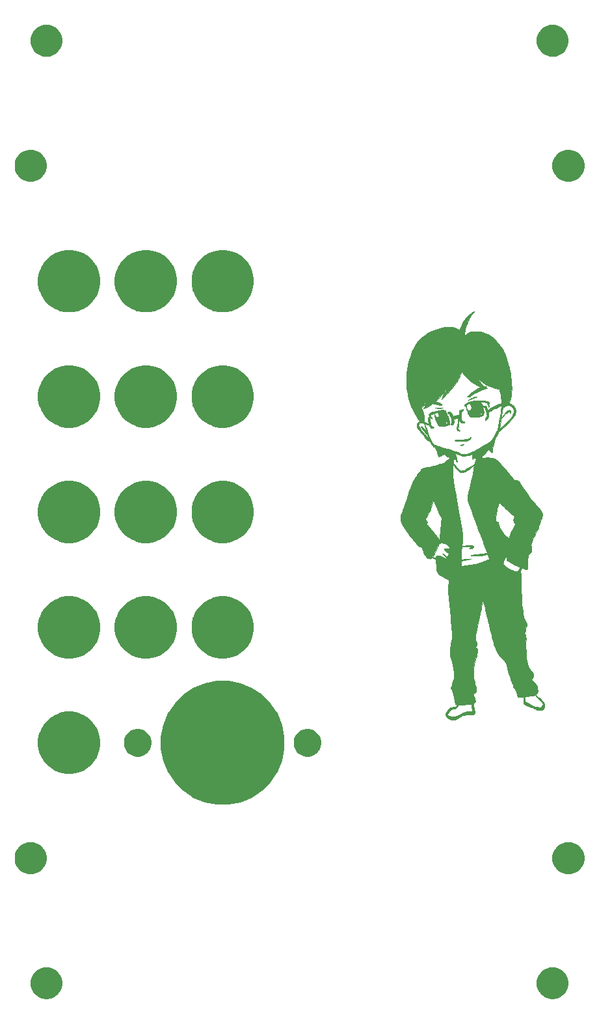
<source format=gbs>
G04 #@! TF.GenerationSoftware,KiCad,Pcbnew,(5.1.0)-1*
G04 #@! TF.CreationDate,2019-05-29T13:36:30-04:00*
G04 #@! TF.ProjectId,MIDI Controller_Panel,4d494449-2043-46f6-9e74-726f6c6c6572,rev?*
G04 #@! TF.SameCoordinates,Original*
G04 #@! TF.FileFunction,Soldermask,Bot*
G04 #@! TF.FilePolarity,Negative*
%FSLAX46Y46*%
G04 Gerber Fmt 4.6, Leading zero omitted, Abs format (unit mm)*
G04 Created by KiCad (PCBNEW (5.1.0)-1) date 2019-05-29 13:36:30*
%MOMM*%
%LPD*%
G04 APERTURE LIST*
%ADD10C,0.010000*%
%ADD11C,0.100000*%
G04 APERTURE END LIST*
D10*
G36*
X97678264Y-81007138D02*
G01*
X97558085Y-81062977D01*
X97426093Y-81153964D01*
X97286712Y-81276857D01*
X97144370Y-81428416D01*
X97003491Y-81605401D01*
X96868502Y-81804569D01*
X96813661Y-81895722D01*
X96772793Y-81968965D01*
X96748687Y-82017593D01*
X96745707Y-82029626D01*
X96767521Y-82010354D01*
X96822140Y-81956925D01*
X96903143Y-81875767D01*
X97004108Y-81773311D01*
X97108222Y-81666676D01*
X97274711Y-81501280D01*
X97422979Y-81365615D01*
X97549345Y-81262485D01*
X97650126Y-81194698D01*
X97721641Y-81165057D01*
X97756992Y-81172279D01*
X97779741Y-81214712D01*
X97803580Y-81285670D01*
X97806307Y-81296000D01*
X97833134Y-81370316D01*
X97862234Y-81388814D01*
X97894649Y-81351356D01*
X97923854Y-81280472D01*
X97946912Y-81198813D01*
X97945334Y-81139352D01*
X97923658Y-81082916D01*
X97865476Y-81013867D01*
X97782203Y-80989688D01*
X97678264Y-81007138D01*
X97678264Y-81007138D01*
G37*
X97678264Y-81007138D02*
X97558085Y-81062977D01*
X97426093Y-81153964D01*
X97286712Y-81276857D01*
X97144370Y-81428416D01*
X97003491Y-81605401D01*
X96868502Y-81804569D01*
X96813661Y-81895722D01*
X96772793Y-81968965D01*
X96748687Y-82017593D01*
X96745707Y-82029626D01*
X96767521Y-82010354D01*
X96822140Y-81956925D01*
X96903143Y-81875767D01*
X97004108Y-81773311D01*
X97108222Y-81666676D01*
X97274711Y-81501280D01*
X97422979Y-81365615D01*
X97549345Y-81262485D01*
X97650126Y-81194698D01*
X97721641Y-81165057D01*
X97756992Y-81172279D01*
X97779741Y-81214712D01*
X97803580Y-81285670D01*
X97806307Y-81296000D01*
X97833134Y-81370316D01*
X97862234Y-81388814D01*
X97894649Y-81351356D01*
X97923854Y-81280472D01*
X97946912Y-81198813D01*
X97945334Y-81139352D01*
X97923658Y-81082916D01*
X97865476Y-81013867D01*
X97782203Y-80989688D01*
X97678264Y-81007138D01*
G36*
X93443239Y-79251474D02*
G01*
X93345764Y-79270744D01*
X93219248Y-79305885D01*
X93075086Y-79353654D01*
X92924671Y-79410808D01*
X92890597Y-79424853D01*
X92806745Y-79464521D01*
X92707574Y-79518120D01*
X92605154Y-79578200D01*
X92511553Y-79637310D01*
X92438840Y-79688001D01*
X92399083Y-79722821D01*
X92395111Y-79730718D01*
X92405570Y-79741509D01*
X92442020Y-79731139D01*
X92512079Y-79696496D01*
X92605029Y-79644907D01*
X92719703Y-79585198D01*
X92858117Y-79521360D01*
X93007664Y-79458302D01*
X93155735Y-79400928D01*
X93289723Y-79354145D01*
X93397018Y-79322860D01*
X93460500Y-79312004D01*
X93529315Y-79302324D01*
X93550469Y-79282594D01*
X93520189Y-79258573D01*
X93500281Y-79251318D01*
X93443239Y-79251474D01*
X93443239Y-79251474D01*
G37*
X93443239Y-79251474D02*
X93345764Y-79270744D01*
X93219248Y-79305885D01*
X93075086Y-79353654D01*
X92924671Y-79410808D01*
X92890597Y-79424853D01*
X92806745Y-79464521D01*
X92707574Y-79518120D01*
X92605154Y-79578200D01*
X92511553Y-79637310D01*
X92438840Y-79688001D01*
X92399083Y-79722821D01*
X92395111Y-79730718D01*
X92405570Y-79741509D01*
X92442020Y-79731139D01*
X92512079Y-79696496D01*
X92605029Y-79644907D01*
X92719703Y-79585198D01*
X92858117Y-79521360D01*
X93007664Y-79458302D01*
X93155735Y-79400928D01*
X93289723Y-79354145D01*
X93397018Y-79322860D01*
X93460500Y-79312004D01*
X93529315Y-79302324D01*
X93550469Y-79282594D01*
X93520189Y-79258573D01*
X93500281Y-79251318D01*
X93443239Y-79251474D01*
G36*
X88543797Y-80701423D02*
G01*
X88386100Y-80706265D01*
X88244330Y-80714171D01*
X88130532Y-80725110D01*
X88119445Y-80726609D01*
X88078645Y-80734449D01*
X88081619Y-80740649D01*
X88130892Y-80745346D01*
X88228988Y-80748676D01*
X88378434Y-80750776D01*
X88581755Y-80751783D01*
X88585111Y-80751790D01*
X88799903Y-80751484D01*
X88961473Y-80749435D01*
X89073025Y-80745485D01*
X89137759Y-80739477D01*
X89158878Y-80731256D01*
X89149556Y-80724154D01*
X89092922Y-80713253D01*
X88991983Y-80705557D01*
X88858785Y-80701040D01*
X88705374Y-80699671D01*
X88543797Y-80701423D01*
X88543797Y-80701423D01*
G37*
X88543797Y-80701423D02*
X88386100Y-80706265D01*
X88244330Y-80714171D01*
X88130532Y-80725110D01*
X88119445Y-80726609D01*
X88078645Y-80734449D01*
X88081619Y-80740649D01*
X88130892Y-80745346D01*
X88228988Y-80748676D01*
X88378434Y-80750776D01*
X88581755Y-80751783D01*
X88585111Y-80751790D01*
X88799903Y-80751484D01*
X88961473Y-80749435D01*
X89073025Y-80745485D01*
X89137759Y-80739477D01*
X89158878Y-80731256D01*
X89149556Y-80724154D01*
X89092922Y-80713253D01*
X88991983Y-80705557D01*
X88858785Y-80701040D01*
X88705374Y-80699671D01*
X88543797Y-80701423D01*
G36*
X91686460Y-80919426D02*
G01*
X91610930Y-80936307D01*
X91509296Y-80965160D01*
X91461220Y-80980350D01*
X91223889Y-81057583D01*
X91229900Y-81388458D01*
X91230266Y-81517540D01*
X91226800Y-81623061D01*
X91220127Y-81693996D01*
X91211085Y-81719333D01*
X91180571Y-81697049D01*
X91174476Y-81684055D01*
X91137194Y-81655710D01*
X91058694Y-81648957D01*
X90949303Y-81662386D01*
X90819349Y-81694586D01*
X90679158Y-81744147D01*
X90652282Y-81755382D01*
X90419342Y-81855306D01*
X90401403Y-81780264D01*
X90361350Y-81657191D01*
X90301670Y-81525735D01*
X90232239Y-81404326D01*
X90162929Y-81311396D01*
X90136252Y-81285310D01*
X90067277Y-81234897D01*
X90005081Y-81216581D01*
X89919737Y-81221889D01*
X89914662Y-81222577D01*
X89794669Y-81249802D01*
X89711619Y-81289560D01*
X89668883Y-81335445D01*
X89669836Y-81381054D01*
X89717849Y-81419983D01*
X89798540Y-81443097D01*
X89906172Y-81481554D01*
X89997983Y-81560011D01*
X90076903Y-81682767D01*
X90145865Y-81854121D01*
X90194545Y-82023949D01*
X90236419Y-82230008D01*
X90247102Y-82398665D01*
X90226547Y-82539590D01*
X90191616Y-82630863D01*
X90139010Y-82740273D01*
X90109951Y-82812320D01*
X90101491Y-82859476D01*
X90110680Y-82894219D01*
X90124337Y-82915529D01*
X90157863Y-82947805D01*
X90203028Y-82950429D01*
X90257790Y-82935048D01*
X90368365Y-82875117D01*
X90465779Y-82781671D01*
X90527001Y-82678889D01*
X90537982Y-82598000D01*
X90529779Y-82468881D01*
X90518454Y-82387279D01*
X90502011Y-82266444D01*
X90499047Y-82193002D01*
X90509453Y-82159563D01*
X90515047Y-82156263D01*
X90587011Y-82136060D01*
X90688042Y-82110806D01*
X90802360Y-82084059D01*
X90914183Y-82059376D01*
X91007732Y-82040312D01*
X91067226Y-82030424D01*
X91076283Y-82029778D01*
X91112986Y-82040238D01*
X91117985Y-82081888D01*
X91113464Y-82107389D01*
X91103168Y-82170408D01*
X91089639Y-82271455D01*
X91075247Y-82392394D01*
X91070130Y-82439000D01*
X91054036Y-82565128D01*
X91029662Y-82726748D01*
X91000172Y-82904079D01*
X90968725Y-83077338D01*
X90965053Y-83096487D01*
X90933539Y-83264281D01*
X90914394Y-83386579D01*
X90908501Y-83473146D01*
X90916741Y-83533750D01*
X90939998Y-83578158D01*
X90979155Y-83616136D01*
X91014405Y-83642617D01*
X91087301Y-83682334D01*
X91167565Y-83707674D01*
X91238991Y-83716056D01*
X91285373Y-83704900D01*
X91294445Y-83687202D01*
X91274775Y-83645397D01*
X91224467Y-83584668D01*
X91184763Y-83545921D01*
X91075080Y-83446830D01*
X91131848Y-83154581D01*
X91163878Y-82949912D01*
X91183432Y-82723739D01*
X91191868Y-82459783D01*
X91192141Y-82432037D01*
X91194463Y-82283419D01*
X91198543Y-82157012D01*
X91203900Y-82062495D01*
X91210054Y-82009548D01*
X91213518Y-82001649D01*
X91224335Y-82027492D01*
X91237023Y-82096114D01*
X91249217Y-82194006D01*
X91251800Y-82220278D01*
X91276212Y-82395348D01*
X91315872Y-82521612D01*
X91376958Y-82605975D01*
X91465652Y-82655344D01*
X91588132Y-82676624D01*
X91662219Y-82678889D01*
X91800663Y-82670068D01*
X91893203Y-82644610D01*
X91936797Y-82604023D01*
X91928400Y-82549813D01*
X91927121Y-82547678D01*
X91878336Y-82504939D01*
X91814232Y-82478399D01*
X91724527Y-82457510D01*
X91657098Y-82442099D01*
X91611658Y-82423623D01*
X91576390Y-82386833D01*
X91549840Y-82325166D01*
X91530549Y-82232060D01*
X91517061Y-82100953D01*
X91507919Y-81925282D01*
X91502719Y-81746698D01*
X91491343Y-81251952D01*
X91618672Y-81126989D01*
X91702014Y-81037466D01*
X91741011Y-80974251D01*
X91738200Y-80932224D01*
X91722276Y-80917779D01*
X91686460Y-80919426D01*
X91686460Y-80919426D01*
G37*
X91686460Y-80919426D02*
X91610930Y-80936307D01*
X91509296Y-80965160D01*
X91461220Y-80980350D01*
X91223889Y-81057583D01*
X91229900Y-81388458D01*
X91230266Y-81517540D01*
X91226800Y-81623061D01*
X91220127Y-81693996D01*
X91211085Y-81719333D01*
X91180571Y-81697049D01*
X91174476Y-81684055D01*
X91137194Y-81655710D01*
X91058694Y-81648957D01*
X90949303Y-81662386D01*
X90819349Y-81694586D01*
X90679158Y-81744147D01*
X90652282Y-81755382D01*
X90419342Y-81855306D01*
X90401403Y-81780264D01*
X90361350Y-81657191D01*
X90301670Y-81525735D01*
X90232239Y-81404326D01*
X90162929Y-81311396D01*
X90136252Y-81285310D01*
X90067277Y-81234897D01*
X90005081Y-81216581D01*
X89919737Y-81221889D01*
X89914662Y-81222577D01*
X89794669Y-81249802D01*
X89711619Y-81289560D01*
X89668883Y-81335445D01*
X89669836Y-81381054D01*
X89717849Y-81419983D01*
X89798540Y-81443097D01*
X89906172Y-81481554D01*
X89997983Y-81560011D01*
X90076903Y-81682767D01*
X90145865Y-81854121D01*
X90194545Y-82023949D01*
X90236419Y-82230008D01*
X90247102Y-82398665D01*
X90226547Y-82539590D01*
X90191616Y-82630863D01*
X90139010Y-82740273D01*
X90109951Y-82812320D01*
X90101491Y-82859476D01*
X90110680Y-82894219D01*
X90124337Y-82915529D01*
X90157863Y-82947805D01*
X90203028Y-82950429D01*
X90257790Y-82935048D01*
X90368365Y-82875117D01*
X90465779Y-82781671D01*
X90527001Y-82678889D01*
X90537982Y-82598000D01*
X90529779Y-82468881D01*
X90518454Y-82387279D01*
X90502011Y-82266444D01*
X90499047Y-82193002D01*
X90509453Y-82159563D01*
X90515047Y-82156263D01*
X90587011Y-82136060D01*
X90688042Y-82110806D01*
X90802360Y-82084059D01*
X90914183Y-82059376D01*
X91007732Y-82040312D01*
X91067226Y-82030424D01*
X91076283Y-82029778D01*
X91112986Y-82040238D01*
X91117985Y-82081888D01*
X91113464Y-82107389D01*
X91103168Y-82170408D01*
X91089639Y-82271455D01*
X91075247Y-82392394D01*
X91070130Y-82439000D01*
X91054036Y-82565128D01*
X91029662Y-82726748D01*
X91000172Y-82904079D01*
X90968725Y-83077338D01*
X90965053Y-83096487D01*
X90933539Y-83264281D01*
X90914394Y-83386579D01*
X90908501Y-83473146D01*
X90916741Y-83533750D01*
X90939998Y-83578158D01*
X90979155Y-83616136D01*
X91014405Y-83642617D01*
X91087301Y-83682334D01*
X91167565Y-83707674D01*
X91238991Y-83716056D01*
X91285373Y-83704900D01*
X91294445Y-83687202D01*
X91274775Y-83645397D01*
X91224467Y-83584668D01*
X91184763Y-83545921D01*
X91075080Y-83446830D01*
X91131848Y-83154581D01*
X91163878Y-82949912D01*
X91183432Y-82723739D01*
X91191868Y-82459783D01*
X91192141Y-82432037D01*
X91194463Y-82283419D01*
X91198543Y-82157012D01*
X91203900Y-82062495D01*
X91210054Y-82009548D01*
X91213518Y-82001649D01*
X91224335Y-82027492D01*
X91237023Y-82096114D01*
X91249217Y-82194006D01*
X91251800Y-82220278D01*
X91276212Y-82395348D01*
X91315872Y-82521612D01*
X91376958Y-82605975D01*
X91465652Y-82655344D01*
X91588132Y-82676624D01*
X91662219Y-82678889D01*
X91800663Y-82670068D01*
X91893203Y-82644610D01*
X91936797Y-82604023D01*
X91928400Y-82549813D01*
X91927121Y-82547678D01*
X91878336Y-82504939D01*
X91814232Y-82478399D01*
X91724527Y-82457510D01*
X91657098Y-82442099D01*
X91611658Y-82423623D01*
X91576390Y-82386833D01*
X91549840Y-82325166D01*
X91530549Y-82232060D01*
X91517061Y-82100953D01*
X91507919Y-81925282D01*
X91502719Y-81746698D01*
X91491343Y-81251952D01*
X91618672Y-81126989D01*
X91702014Y-81037466D01*
X91741011Y-80974251D01*
X91738200Y-80932224D01*
X91722276Y-80917779D01*
X91686460Y-80919426D01*
G36*
X92655728Y-84560734D02*
G01*
X92579682Y-84612344D01*
X92556665Y-84628661D01*
X92463185Y-84690499D01*
X92372331Y-84737930D01*
X92274675Y-84772804D01*
X92160790Y-84796976D01*
X92021247Y-84812297D01*
X91846618Y-84820620D01*
X91627476Y-84823799D01*
X91562556Y-84824010D01*
X91269379Y-84827476D01*
X91031686Y-84836868D01*
X90848816Y-84852303D01*
X90720107Y-84873893D01*
X90644900Y-84901754D01*
X90622532Y-84936001D01*
X90652343Y-84976747D01*
X90657783Y-84980900D01*
X90684676Y-84993518D01*
X90731175Y-85003304D01*
X90803465Y-85010562D01*
X90907733Y-85015597D01*
X91050165Y-85018712D01*
X91236945Y-85020210D01*
X91462117Y-85020412D01*
X91694889Y-85019688D01*
X91878864Y-85017861D01*
X92021683Y-85014487D01*
X92130990Y-85009120D01*
X92214427Y-85001319D01*
X92279636Y-84990639D01*
X92334261Y-84976636D01*
X92359899Y-84968282D01*
X92454781Y-84929736D01*
X92534807Y-84887342D01*
X92565422Y-84865227D01*
X92635063Y-84787206D01*
X92691702Y-84697212D01*
X92724950Y-84614030D01*
X92728745Y-84569923D01*
X92720093Y-84542994D01*
X92699142Y-84538774D01*
X92655728Y-84560734D01*
X92655728Y-84560734D01*
G37*
X92655728Y-84560734D02*
X92579682Y-84612344D01*
X92556665Y-84628661D01*
X92463185Y-84690499D01*
X92372331Y-84737930D01*
X92274675Y-84772804D01*
X92160790Y-84796976D01*
X92021247Y-84812297D01*
X91846618Y-84820620D01*
X91627476Y-84823799D01*
X91562556Y-84824010D01*
X91269379Y-84827476D01*
X91031686Y-84836868D01*
X90848816Y-84852303D01*
X90720107Y-84873893D01*
X90644900Y-84901754D01*
X90622532Y-84936001D01*
X90652343Y-84976747D01*
X90657783Y-84980900D01*
X90684676Y-84993518D01*
X90731175Y-85003304D01*
X90803465Y-85010562D01*
X90907733Y-85015597D01*
X91050165Y-85018712D01*
X91236945Y-85020210D01*
X91462117Y-85020412D01*
X91694889Y-85019688D01*
X91878864Y-85017861D01*
X92021683Y-85014487D01*
X92130990Y-85009120D01*
X92214427Y-85001319D01*
X92279636Y-84990639D01*
X92334261Y-84976636D01*
X92359899Y-84968282D01*
X92454781Y-84929736D01*
X92534807Y-84887342D01*
X92565422Y-84865227D01*
X92635063Y-84787206D01*
X92691702Y-84697212D01*
X92724950Y-84614030D01*
X92728745Y-84569923D01*
X92720093Y-84542994D01*
X92699142Y-84538774D01*
X92655728Y-84560734D01*
G36*
X91733887Y-85449839D02*
G01*
X91653049Y-85462916D01*
X91556821Y-85480238D01*
X91465131Y-85498146D01*
X91397908Y-85512980D01*
X91379902Y-85518030D01*
X91352516Y-85533709D01*
X91375623Y-85555909D01*
X91379902Y-85558641D01*
X91451087Y-85579827D01*
X91550288Y-85582347D01*
X91652700Y-85567442D01*
X91724834Y-85541413D01*
X91779196Y-85502291D01*
X91803435Y-85466163D01*
X91790343Y-85445803D01*
X91779406Y-85444666D01*
X91733887Y-85449839D01*
X91733887Y-85449839D01*
G37*
X91733887Y-85449839D02*
X91653049Y-85462916D01*
X91556821Y-85480238D01*
X91465131Y-85498146D01*
X91397908Y-85512980D01*
X91379902Y-85518030D01*
X91352516Y-85533709D01*
X91375623Y-85555909D01*
X91379902Y-85558641D01*
X91451087Y-85579827D01*
X91550288Y-85582347D01*
X91652700Y-85567442D01*
X91724834Y-85541413D01*
X91779196Y-85502291D01*
X91803435Y-85466163D01*
X91790343Y-85445803D01*
X91779406Y-85444666D01*
X91733887Y-85449839D01*
G36*
X93139073Y-68191034D02*
G01*
X93121834Y-68201198D01*
X93052549Y-68237952D01*
X92999721Y-68256639D01*
X92993559Y-68257228D01*
X92942320Y-68275021D01*
X92859520Y-68323172D01*
X92755405Y-68394112D01*
X92640220Y-68480273D01*
X92524211Y-68574088D01*
X92417622Y-68667989D01*
X92354598Y-68729209D01*
X92253664Y-68839454D01*
X92139580Y-68974578D01*
X92030624Y-69112578D01*
X91984664Y-69174555D01*
X91888385Y-69320027D01*
X91780084Y-69503376D01*
X91667513Y-69709611D01*
X91558422Y-69923740D01*
X91460562Y-70130775D01*
X91381687Y-70315722D01*
X91348245Y-70405362D01*
X91283647Y-70591946D01*
X91140879Y-70507448D01*
X90888445Y-70378670D01*
X90623765Y-70286034D01*
X90339655Y-70228496D01*
X90028931Y-70205011D01*
X89684411Y-70214533D01*
X89357560Y-70248071D01*
X89021585Y-70298372D01*
X88725000Y-70357871D01*
X88450909Y-70431548D01*
X88182414Y-70524383D01*
X87902620Y-70641356D01*
X87696111Y-70737793D01*
X87197836Y-70999544D01*
X86753435Y-71277540D01*
X86362962Y-71571739D01*
X86026472Y-71882097D01*
X85744020Y-72208572D01*
X85653091Y-72333628D01*
X85458431Y-72645860D01*
X85271101Y-73006015D01*
X85094010Y-73405746D01*
X84930062Y-73836706D01*
X84782166Y-74290549D01*
X84653228Y-74758925D01*
X84546155Y-75233489D01*
X84463853Y-75705893D01*
X84453477Y-75778555D01*
X84413287Y-76126610D01*
X84384226Y-76501516D01*
X84366544Y-76889283D01*
X84360492Y-77275918D01*
X84366320Y-77647431D01*
X84384277Y-77989830D01*
X84409324Y-78248000D01*
X84448439Y-78512503D01*
X84503913Y-78813896D01*
X84572107Y-79136286D01*
X84649384Y-79463779D01*
X84732104Y-79780480D01*
X84816629Y-80070497D01*
X84851434Y-80179433D01*
X84904614Y-80322712D01*
X84981098Y-80503919D01*
X85075650Y-80712284D01*
X85183034Y-80937039D01*
X85298012Y-81167415D01*
X85415348Y-81392643D01*
X85529805Y-81601954D01*
X85614368Y-81748339D01*
X85723841Y-81924441D01*
X85830569Y-82081763D01*
X85929007Y-82213027D01*
X86013610Y-82310955D01*
X86078833Y-82368270D01*
X86092506Y-82375885D01*
X86142974Y-82410340D01*
X86138856Y-82443849D01*
X86079444Y-82477601D01*
X86020197Y-82497514D01*
X85876160Y-82561110D01*
X85777911Y-82655100D01*
X85723304Y-82782786D01*
X85710192Y-82947473D01*
X85711475Y-82972579D01*
X85739578Y-83146802D01*
X85803820Y-83318794D01*
X85908381Y-83496406D01*
X86057442Y-83687490D01*
X86142998Y-83783039D01*
X86256628Y-83910334D01*
X86373912Y-84049616D01*
X86479417Y-84182162D01*
X86544618Y-84270269D01*
X86631214Y-84384833D01*
X86742375Y-84519475D01*
X86861981Y-84655152D01*
X86946578Y-84745152D01*
X87050794Y-84850843D01*
X87125559Y-84921702D01*
X87179927Y-84964173D01*
X87222949Y-84984696D01*
X87263680Y-84989713D01*
X87288181Y-84988216D01*
X87336177Y-84985992D01*
X87371219Y-84996894D01*
X87402881Y-85030670D01*
X87440735Y-85097070D01*
X87486983Y-85190666D01*
X87541126Y-85292867D01*
X87608115Y-85405907D01*
X87680606Y-85518963D01*
X87751256Y-85621214D01*
X87812720Y-85701836D01*
X87857656Y-85750007D01*
X87872442Y-85758713D01*
X87915161Y-85764309D01*
X87956658Y-85768946D01*
X88042319Y-85798109D01*
X88103958Y-85869661D01*
X88135871Y-85945570D01*
X88173874Y-86041856D01*
X88218859Y-86132702D01*
X88219498Y-86133813D01*
X88247293Y-86194542D01*
X88285739Y-86295385D01*
X88329733Y-86422254D01*
X88373676Y-86559444D01*
X88425881Y-86728326D01*
X88465112Y-86850974D01*
X88494544Y-86935240D01*
X88517353Y-86988975D01*
X88536713Y-87020030D01*
X88555799Y-87036258D01*
X88568957Y-87042343D01*
X88611073Y-87036093D01*
X88686187Y-87005488D01*
X88779806Y-86956670D01*
X88803156Y-86943082D01*
X88917337Y-86879822D01*
X89034017Y-86822521D01*
X89128746Y-86783153D01*
X89132164Y-86781974D01*
X89267750Y-86735775D01*
X89441486Y-86856963D01*
X89556567Y-86936642D01*
X89680827Y-87021774D01*
X89771484Y-87083213D01*
X89881719Y-87159820D01*
X89947408Y-87213939D01*
X89972514Y-87251943D01*
X89960996Y-87280210D01*
X89916816Y-87305114D01*
X89910881Y-87307612D01*
X89842573Y-87349621D01*
X89762918Y-87417655D01*
X89719924Y-87462449D01*
X89574917Y-87603300D01*
X89394332Y-87741597D01*
X89197753Y-87862836D01*
X89135254Y-87895372D01*
X89045993Y-87931859D01*
X88909782Y-87977431D01*
X88734989Y-88029962D01*
X88529984Y-88087322D01*
X88303136Y-88147383D01*
X88062813Y-88208017D01*
X87817385Y-88267096D01*
X87575221Y-88322492D01*
X87344689Y-88372077D01*
X87134159Y-88413722D01*
X87009326Y-88435978D01*
X86809547Y-88471225D01*
X86656944Y-88502269D01*
X86542621Y-88531361D01*
X86457679Y-88560752D01*
X86395493Y-88591356D01*
X86324246Y-88639755D01*
X86279148Y-88683167D01*
X86270889Y-88701132D01*
X86253363Y-88739304D01*
X86207239Y-88805220D01*
X86142201Y-88885143D01*
X86136834Y-88891315D01*
X85985679Y-89073685D01*
X85842741Y-89266972D01*
X85703389Y-89478854D01*
X85562996Y-89717007D01*
X85416931Y-89989109D01*
X85260567Y-90302835D01*
X85165734Y-90501786D01*
X85005183Y-90851991D01*
X84866751Y-91175130D01*
X84743462Y-91489452D01*
X84628338Y-91813208D01*
X84514404Y-92164649D01*
X84451906Y-92369073D01*
X84349901Y-92698779D01*
X84239011Y-93040042D01*
X84124213Y-93378371D01*
X84010486Y-93699273D01*
X83902806Y-93988258D01*
X83845758Y-94133852D01*
X83728074Y-94467150D01*
X83655071Y-94773221D01*
X83626823Y-95059426D01*
X83643405Y-95333127D01*
X83704892Y-95601684D01*
X83811358Y-95872458D01*
X83864513Y-95979156D01*
X83966698Y-96159315D01*
X84098962Y-96370330D01*
X84253682Y-96601051D01*
X84423236Y-96840329D01*
X84600002Y-97077014D01*
X84718667Y-97228582D01*
X84817040Y-97351968D01*
X84938998Y-97505445D01*
X85073223Y-97674740D01*
X85208397Y-97845583D01*
X85307199Y-97970717D01*
X85475279Y-98181897D01*
X85615336Y-98352189D01*
X85732756Y-98486199D01*
X85832924Y-98588536D01*
X85921227Y-98663805D01*
X86003050Y-98716613D01*
X86083779Y-98751568D01*
X86168801Y-98773277D01*
X86260379Y-98786026D01*
X86349925Y-98798613D01*
X86395957Y-98816542D01*
X86411398Y-98845862D01*
X86412000Y-98856983D01*
X86422378Y-98940658D01*
X86450513Y-99061896D01*
X86491904Y-99206391D01*
X86542051Y-99359835D01*
X86596454Y-99507920D01*
X86650614Y-99636338D01*
X86669459Y-99675545D01*
X86774940Y-99853564D01*
X86899832Y-100012697D01*
X87035931Y-100145710D01*
X87175037Y-100245368D01*
X87308947Y-100304439D01*
X87397672Y-100317778D01*
X87492393Y-100292227D01*
X87581334Y-100230983D01*
X87680187Y-100144189D01*
X87772816Y-100213540D01*
X87911398Y-100304211D01*
X88034624Y-100359189D01*
X88118043Y-100374222D01*
X88158562Y-100377852D01*
X88180078Y-100397767D01*
X88188608Y-100447507D01*
X88190167Y-100536500D01*
X88194960Y-100637888D01*
X88207646Y-100772258D01*
X88225923Y-100917075D01*
X88235576Y-100981000D01*
X88254726Y-101128859D01*
X88271111Y-101307852D01*
X88282697Y-101492673D01*
X88287041Y-101621421D01*
X88292246Y-101792182D01*
X88301488Y-101913248D01*
X88315517Y-101991271D01*
X88333208Y-102030643D01*
X88444238Y-102167763D01*
X88539118Y-102271710D01*
X88632548Y-102356576D01*
X88739233Y-102436454D01*
X88798176Y-102476308D01*
X88969215Y-102583008D01*
X89168719Y-102697383D01*
X89376876Y-102808745D01*
X89573870Y-102906409D01*
X89704530Y-102965150D01*
X89850282Y-103026603D01*
X89837753Y-103527801D01*
X89832979Y-103700532D01*
X89827660Y-103862873D01*
X89822258Y-104002569D01*
X89817238Y-104107365D01*
X89813975Y-104156000D01*
X89809355Y-104275801D01*
X89811585Y-104443535D01*
X89820044Y-104651186D01*
X89834112Y-104890737D01*
X89853168Y-105154174D01*
X89876590Y-105433480D01*
X89903759Y-105720639D01*
X89934054Y-106007637D01*
X89966854Y-106286458D01*
X89996450Y-106512555D01*
X90025661Y-106746751D01*
X90054556Y-107019836D01*
X90081520Y-107314270D01*
X90104940Y-107612511D01*
X90122322Y-107881333D01*
X90140125Y-108185237D01*
X90156711Y-108444056D01*
X90173102Y-108669102D01*
X90190317Y-108871690D01*
X90209377Y-109063134D01*
X90231304Y-109254748D01*
X90257119Y-109457846D01*
X90279552Y-109623836D01*
X90310412Y-109872010D01*
X90327644Y-110080173D01*
X90331030Y-110263145D01*
X90320353Y-110435745D01*
X90295394Y-110612791D01*
X90262556Y-110778909D01*
X90234366Y-110920788D01*
X90202308Y-111101310D01*
X90169262Y-111303077D01*
X90138108Y-111508693D01*
X90118513Y-111649000D01*
X90077617Y-112009440D01*
X90058410Y-112330671D01*
X90061862Y-112625985D01*
X90088940Y-112908677D01*
X90140616Y-113192041D01*
X90217857Y-113489370D01*
X90263569Y-113638666D01*
X90308908Y-113801109D01*
X90356344Y-114007879D01*
X90403355Y-114247047D01*
X90447420Y-114506687D01*
X90448496Y-114513555D01*
X90490154Y-114784441D01*
X90522556Y-115007105D01*
X90546373Y-115188887D01*
X90562275Y-115337132D01*
X90570933Y-115459180D01*
X90573017Y-115562373D01*
X90569196Y-115654055D01*
X90560406Y-115739529D01*
X90528186Y-115922413D01*
X90476865Y-116136235D01*
X90412130Y-116361221D01*
X90339668Y-116577597D01*
X90265627Y-116764542D01*
X90201788Y-116925534D01*
X90170227Y-117055292D01*
X90171219Y-117169075D01*
X90205036Y-117282141D01*
X90271952Y-117409751D01*
X90277354Y-117418748D01*
X90311049Y-117477050D01*
X90340620Y-117535934D01*
X90367735Y-117601767D01*
X90394057Y-117680915D01*
X90421254Y-117779745D01*
X90450989Y-117904624D01*
X90484930Y-118061918D01*
X90524742Y-118257993D01*
X90572090Y-118499217D01*
X90606364Y-118676333D01*
X90635357Y-118820769D01*
X90663647Y-118951424D01*
X90688202Y-119054926D01*
X90705987Y-119117908D01*
X90707544Y-119122164D01*
X90762087Y-119198411D01*
X90848135Y-119257656D01*
X90940747Y-119283033D01*
X90945546Y-119283111D01*
X90969158Y-119290731D01*
X90956730Y-119319308D01*
X90911669Y-119370356D01*
X90813085Y-119466018D01*
X90723667Y-119528339D01*
X90624262Y-119566240D01*
X90495720Y-119588640D01*
X90428052Y-119595607D01*
X90285587Y-119613166D01*
X90182707Y-119638204D01*
X90102635Y-119675161D01*
X90084731Y-119686441D01*
X90012092Y-119745944D01*
X89919377Y-119837979D01*
X89817189Y-119950103D01*
X89716128Y-120069870D01*
X89626796Y-120184838D01*
X89559793Y-120282562D01*
X89530679Y-120336796D01*
X89496953Y-120470686D01*
X89493532Y-120619975D01*
X89519945Y-120758156D01*
X89538967Y-120804800D01*
X89615844Y-120906757D01*
X89736769Y-121005505D01*
X89889378Y-121096011D01*
X90061305Y-121173241D01*
X90240183Y-121232163D01*
X90413646Y-121267743D01*
X90569330Y-121274947D01*
X90659445Y-121260873D01*
X90746309Y-121234141D01*
X90826120Y-121201436D01*
X90912955Y-121155509D01*
X91020890Y-121089112D01*
X91123721Y-121021810D01*
X91227473Y-120955119D01*
X91315806Y-120902306D01*
X91377012Y-120870158D01*
X91396840Y-120863555D01*
X91437996Y-120843297D01*
X91482896Y-120798728D01*
X91522902Y-120753481D01*
X91567765Y-120717511D01*
X91624706Y-120689289D01*
X91700950Y-120667286D01*
X91803719Y-120649975D01*
X91940237Y-120635827D01*
X92117727Y-120623313D01*
X92343412Y-120610904D01*
X92378957Y-120609103D01*
X92617604Y-120595629D01*
X92806474Y-120581242D01*
X92952235Y-120564884D01*
X93061553Y-120545496D01*
X93141096Y-120522022D01*
X93197531Y-120493403D01*
X93220611Y-120475556D01*
X93256417Y-120410115D01*
X93269441Y-120308218D01*
X93259852Y-120184977D01*
X93227822Y-120055503D01*
X93224990Y-120047759D01*
X92918455Y-120047759D01*
X92894849Y-120108991D01*
X92840716Y-120144845D01*
X92751778Y-120164725D01*
X92729255Y-120167634D01*
X92614295Y-120177821D01*
X92479415Y-120184713D01*
X92395111Y-120186467D01*
X92234890Y-120195674D01*
X92068689Y-120219656D01*
X91913972Y-120254776D01*
X91788204Y-120297395D01*
X91735946Y-120323782D01*
X91505599Y-120462792D01*
X91311811Y-120572965D01*
X91145414Y-120658556D01*
X90997238Y-120723819D01*
X90858117Y-120773008D01*
X90718881Y-120810377D01*
X90659445Y-120823308D01*
X90512466Y-120849555D01*
X90396257Y-120858489D01*
X90287821Y-120849975D01*
X90164161Y-120823881D01*
X90150319Y-120820363D01*
X90007280Y-120777092D01*
X89879132Y-120726287D01*
X89776061Y-120673149D01*
X89708257Y-120622879D01*
X89685778Y-120583196D01*
X89707314Y-120513767D01*
X89771319Y-120409523D01*
X89876888Y-120271770D01*
X90005931Y-120121075D01*
X90117017Y-120002308D01*
X90208143Y-119922758D01*
X90291459Y-119875219D01*
X90379112Y-119852486D01*
X90467543Y-119847280D01*
X90626531Y-119825482D01*
X90776047Y-119766126D01*
X90904745Y-119677289D01*
X91001279Y-119567049D01*
X91054301Y-119443484D01*
X91057323Y-119427390D01*
X91074169Y-119322038D01*
X91431251Y-119320897D01*
X91676737Y-119312903D01*
X91903576Y-119291712D01*
X92042334Y-119269486D01*
X92192205Y-119244547D01*
X92355941Y-119224625D01*
X92501803Y-119213473D01*
X92522111Y-119212732D01*
X92635301Y-119207112D01*
X92730740Y-119198100D01*
X92790887Y-119187448D01*
X92797278Y-119185215D01*
X92822256Y-119179851D01*
X92837069Y-119196917D01*
X92844310Y-119246641D01*
X92846571Y-119339252D01*
X92846667Y-119380059D01*
X92853261Y-119524681D01*
X92870435Y-119685936D01*
X92891199Y-119811528D01*
X92915813Y-119951740D01*
X92918455Y-120047759D01*
X93224990Y-120047759D01*
X93215505Y-120021834D01*
X93147185Y-119789447D01*
X93107745Y-119511456D01*
X93097565Y-119311333D01*
X93095965Y-119195155D01*
X93098859Y-119124707D01*
X93108610Y-119089316D01*
X93127576Y-119078308D01*
X93148821Y-119079568D01*
X93210268Y-119060553D01*
X93278902Y-118991098D01*
X93318847Y-118934171D01*
X93337666Y-118885099D01*
X93338818Y-118823255D01*
X93325761Y-118728012D01*
X93324415Y-118719629D01*
X93299429Y-118598526D01*
X93265682Y-118476338D01*
X93243474Y-118412988D01*
X93200557Y-118305668D01*
X93152149Y-118184367D01*
X93131292Y-118132021D01*
X93092761Y-118011551D01*
X93091804Y-117923721D01*
X93132031Y-117856087D01*
X93217056Y-117796203D01*
X93230946Y-117788679D01*
X93324356Y-117732638D01*
X93393382Y-117672185D01*
X93438833Y-117600326D01*
X93461519Y-117510070D01*
X93462248Y-117394424D01*
X93441829Y-117246397D01*
X93401071Y-117058996D01*
X93341910Y-116829420D01*
X93276603Y-116583254D01*
X93225366Y-116378660D01*
X93186505Y-116203014D01*
X93158327Y-116043690D01*
X93139138Y-115888063D01*
X93127244Y-115723507D01*
X93120951Y-115537396D01*
X93118566Y-115317105D01*
X93118306Y-115162666D01*
X93122406Y-114818409D01*
X93135695Y-114517545D01*
X93159779Y-114247537D01*
X93196266Y-113995846D01*
X93246761Y-113749933D01*
X93312872Y-113497259D01*
X93346119Y-113384666D01*
X93420832Y-113137801D01*
X93480261Y-112938192D01*
X93525955Y-112779221D01*
X93559467Y-112654272D01*
X93582348Y-112556724D01*
X93596149Y-112479961D01*
X93602421Y-112417364D01*
X93602717Y-112362316D01*
X93598588Y-112308197D01*
X93598553Y-112307857D01*
X93567126Y-112133909D01*
X93514485Y-111989111D01*
X93445153Y-111884754D01*
X93419622Y-111861303D01*
X93350017Y-111806552D01*
X93427800Y-111704573D01*
X93493933Y-111583016D01*
X93519383Y-111440917D01*
X93504439Y-111271633D01*
X93454731Y-111084555D01*
X93391466Y-110856210D01*
X93350400Y-110629774D01*
X93333912Y-110421909D01*
X93339962Y-110280650D01*
X93350874Y-110214911D01*
X93373102Y-110102316D01*
X93404905Y-109950921D01*
X93444544Y-109768782D01*
X93490279Y-109563957D01*
X93540370Y-109344502D01*
X93565529Y-109236000D01*
X93620774Y-108995306D01*
X93675509Y-108750098D01*
X93727321Y-108511690D01*
X93773795Y-108291391D01*
X93812515Y-108100515D01*
X93841068Y-107950373D01*
X93846349Y-107920441D01*
X93882322Y-107725172D01*
X93926437Y-107505441D01*
X93973202Y-107287653D01*
X94017126Y-107098211D01*
X94018725Y-107091685D01*
X94085552Y-106803748D01*
X94138682Y-106541518D01*
X94176785Y-106312633D01*
X94198530Y-106124731D01*
X94203204Y-106032778D01*
X94208545Y-105910823D01*
X94221665Y-105843994D01*
X94244882Y-105831934D01*
X94280514Y-105874282D01*
X94330877Y-105970679D01*
X94349235Y-106010149D01*
X94425062Y-106197116D01*
X94504077Y-106431000D01*
X94583592Y-106702581D01*
X94660922Y-107002638D01*
X94733379Y-107321949D01*
X94738267Y-107345111D01*
X94777891Y-107524895D01*
X94827377Y-107736140D01*
X94881212Y-107955996D01*
X94933882Y-108161615D01*
X94949408Y-108220000D01*
X94996952Y-108403238D01*
X95051085Y-108622342D01*
X95107164Y-108857863D01*
X95160544Y-109090353D01*
X95199807Y-109268637D01*
X95246796Y-109479988D01*
X95303168Y-109721377D01*
X95366539Y-109983563D01*
X95434525Y-110257304D01*
X95504742Y-110533356D01*
X95574807Y-110802478D01*
X95642336Y-111055427D01*
X95704944Y-111282960D01*
X95760248Y-111475836D01*
X95805864Y-111624812D01*
X95813772Y-111649000D01*
X95954292Y-112019320D01*
X96123302Y-112363271D01*
X96326824Y-112690170D01*
X96570883Y-113009332D01*
X96861501Y-113330076D01*
X96973266Y-113442402D01*
X97084051Y-113558111D01*
X97173940Y-113670319D01*
X97248669Y-113790108D01*
X97313974Y-113928559D01*
X97375591Y-114096754D01*
X97439254Y-114305772D01*
X97461956Y-114386555D01*
X97528928Y-114623302D01*
X97612186Y-114908840D01*
X97710300Y-115238365D01*
X97821839Y-115607078D01*
X97945115Y-116009333D01*
X98010381Y-116207741D01*
X98070863Y-116360736D01*
X98131208Y-116478555D01*
X98196064Y-116571435D01*
X98205305Y-116582489D01*
X98236316Y-116654960D01*
X98241089Y-116741136D01*
X98246224Y-116842654D01*
X98279116Y-116952243D01*
X98344098Y-117080686D01*
X98434786Y-117223064D01*
X98574909Y-117454918D01*
X98687354Y-117693245D01*
X98764768Y-117921526D01*
X98784982Y-118009980D01*
X98807978Y-118114478D01*
X98832037Y-118198045D01*
X98852339Y-118244223D01*
X98854180Y-118246357D01*
X98894218Y-118271515D01*
X98961237Y-118289235D01*
X99063263Y-118300555D01*
X99208324Y-118306515D01*
X99330746Y-118308012D01*
X99620048Y-118309444D01*
X99620024Y-118653329D01*
X99622441Y-118794810D01*
X99629029Y-118922397D01*
X99638768Y-119021676D01*
X99650018Y-119076662D01*
X99724063Y-119198038D01*
X99849586Y-119313054D01*
X100021722Y-119418728D01*
X100235604Y-119512080D01*
X100486367Y-119590127D01*
X100488995Y-119590808D01*
X100634092Y-119629085D01*
X100741482Y-119661177D01*
X100828245Y-119694481D01*
X100911461Y-119736391D01*
X101008210Y-119794302D01*
X101112515Y-119860777D01*
X101208714Y-119919916D01*
X101286826Y-119957527D01*
X101367567Y-119980260D01*
X101471653Y-119994763D01*
X101553222Y-120002221D01*
X101747793Y-120016149D01*
X101895849Y-120018449D01*
X102006720Y-120005683D01*
X102089739Y-119974414D01*
X102154238Y-119921204D01*
X102209547Y-119842614D01*
X102262218Y-119741025D01*
X102328464Y-119544333D01*
X102344686Y-119342868D01*
X102323490Y-119220984D01*
X102132208Y-119220984D01*
X102078950Y-119343770D01*
X102006041Y-119469684D01*
X101913931Y-119566148D01*
X101813150Y-119624841D01*
X101714224Y-119637445D01*
X101708445Y-119636531D01*
X101641703Y-119626723D01*
X101543888Y-119614568D01*
X101468556Y-119606172D01*
X101166659Y-119552258D01*
X100880257Y-119458284D01*
X100623474Y-119329301D01*
X100539028Y-119273876D01*
X100482757Y-119239276D01*
X100388307Y-119186626D01*
X100268192Y-119122704D01*
X100134923Y-119054286D01*
X100115695Y-119044618D01*
X99775222Y-118873889D01*
X99754212Y-118605778D01*
X99746243Y-118486269D01*
X99742212Y-118387001D01*
X99742566Y-118322128D01*
X99744747Y-118306358D01*
X99777071Y-118287043D01*
X99854464Y-118263682D01*
X99965893Y-118238441D01*
X100100326Y-118213482D01*
X100246730Y-118190970D01*
X100394073Y-118173068D01*
X100452556Y-118167532D01*
X100582605Y-118150932D01*
X100733924Y-118123634D01*
X100873833Y-118091537D01*
X100874292Y-118091416D01*
X101098472Y-118032204D01*
X101198847Y-118156387D01*
X101253823Y-118218900D01*
X101340069Y-118310414D01*
X101447970Y-118421015D01*
X101567913Y-118540787D01*
X101639601Y-118610931D01*
X101776276Y-118747947D01*
X101895047Y-118875508D01*
X101988271Y-118984984D01*
X102048304Y-119067747D01*
X102056094Y-119081137D01*
X102132208Y-119220984D01*
X102323490Y-119220984D01*
X102310856Y-119148339D01*
X102263952Y-119034849D01*
X102188204Y-118919443D01*
X102075263Y-118785529D01*
X101936087Y-118644045D01*
X101781637Y-118505931D01*
X101622872Y-118382126D01*
X101579710Y-118351904D01*
X101468355Y-118270037D01*
X101365144Y-118183494D01*
X101279685Y-118101486D01*
X101221584Y-118033224D01*
X101200445Y-117988281D01*
X101222010Y-117950832D01*
X101272830Y-117905272D01*
X101332090Y-117869550D01*
X101343264Y-117865116D01*
X101392046Y-117819746D01*
X101426634Y-117728870D01*
X101445767Y-117601926D01*
X101448183Y-117448350D01*
X101432618Y-117277581D01*
X101426873Y-117239968D01*
X101393386Y-117062584D01*
X101352721Y-116913942D01*
X101298428Y-116782190D01*
X101224056Y-116655478D01*
X101123153Y-116521954D01*
X100989268Y-116369767D01*
X100903253Y-116278038D01*
X100662286Y-116024632D01*
X100731128Y-115897038D01*
X100800114Y-115745145D01*
X100853483Y-115581058D01*
X100884667Y-115427335D01*
X100890000Y-115351375D01*
X100872591Y-115239554D01*
X100816985Y-115127424D01*
X100718113Y-115006679D01*
X100624428Y-114916180D01*
X100475900Y-114752184D01*
X100344283Y-114543324D01*
X100228482Y-114287129D01*
X100127402Y-113981126D01*
X100039948Y-113622842D01*
X100029736Y-113573352D01*
X99990581Y-113336623D01*
X99959172Y-113050831D01*
X99935451Y-112714720D01*
X99919357Y-112327037D01*
X99910828Y-111886527D01*
X99909806Y-111391937D01*
X99912057Y-111126889D01*
X99913990Y-110881645D01*
X99913856Y-110665807D01*
X99911757Y-110484811D01*
X99907793Y-110344089D01*
X99902067Y-110249078D01*
X99894913Y-110205711D01*
X99849098Y-110145712D01*
X99800327Y-110109220D01*
X99750301Y-110071955D01*
X99732889Y-110041448D01*
X99740421Y-110003669D01*
X99761005Y-109923071D01*
X99791630Y-109810943D01*
X99829280Y-109678576D01*
X99835205Y-109658162D01*
X99906372Y-109408431D01*
X99963721Y-109196230D01*
X100006273Y-109025503D01*
X100033048Y-108900195D01*
X100043066Y-108824252D01*
X100043113Y-108821137D01*
X100027907Y-108763569D01*
X99988649Y-108682756D01*
X99955028Y-108628208D01*
X99844680Y-108430993D01*
X99742737Y-108179494D01*
X99649583Y-107875299D01*
X99565600Y-107519995D01*
X99491172Y-107115171D01*
X99426681Y-106662414D01*
X99380294Y-106244444D01*
X99371874Y-106136871D01*
X99362790Y-105982230D01*
X99353258Y-105787822D01*
X99343497Y-105560950D01*
X99333724Y-105308914D01*
X99324155Y-105039017D01*
X99315009Y-104758560D01*
X99306502Y-104474844D01*
X99298852Y-104195172D01*
X99292276Y-103926844D01*
X99286992Y-103677163D01*
X99283216Y-103453429D01*
X99281167Y-103262945D01*
X99281061Y-103113013D01*
X99283115Y-103010933D01*
X99283694Y-102998889D01*
X99291995Y-102700662D01*
X99281146Y-102443006D01*
X99250330Y-102213111D01*
X99226740Y-102102740D01*
X99163698Y-101841592D01*
X99250738Y-101723236D01*
X99300595Y-101648218D01*
X99332087Y-101586943D01*
X99337778Y-101565087D01*
X99356592Y-101536857D01*
X99373056Y-101538295D01*
X99416138Y-101552660D01*
X99496460Y-101578280D01*
X99597307Y-101609830D01*
X99605889Y-101612490D01*
X99714797Y-101646327D01*
X99811449Y-101676532D01*
X99875156Y-101696641D01*
X99875729Y-101696824D01*
X99974747Y-101705556D01*
X100050153Y-101663722D01*
X100094266Y-101582680D01*
X100102680Y-101531054D01*
X100107390Y-101483355D01*
X99224540Y-101483355D01*
X98998937Y-101718349D01*
X98909681Y-101813690D01*
X98837105Y-101895726D01*
X98789076Y-101955255D01*
X98773334Y-101982227D01*
X98768735Y-102001052D01*
X98748766Y-102008009D01*
X98704164Y-102001658D01*
X98625668Y-101980558D01*
X98504019Y-101943269D01*
X98485513Y-101937459D01*
X98094679Y-101787796D01*
X97709956Y-101588427D01*
X97342618Y-101345851D01*
X97054236Y-101112119D01*
X96901472Y-100976175D01*
X96950475Y-100781096D01*
X97010308Y-100594486D01*
X97090248Y-100419853D01*
X97134277Y-100349332D01*
X95137851Y-100349332D01*
X95107084Y-100364692D01*
X95031859Y-100397856D01*
X94920052Y-100445483D01*
X94779540Y-100504232D01*
X94618198Y-100570763D01*
X94552215Y-100597737D01*
X93939730Y-100822927D01*
X93323311Y-101001377D01*
X92710645Y-101131203D01*
X92109420Y-101210523D01*
X92020541Y-101217960D01*
X91846920Y-101234164D01*
X91704388Y-101253107D01*
X91601985Y-101273395D01*
X91554874Y-101289741D01*
X91499095Y-101319239D01*
X91471023Y-101332609D01*
X91470834Y-101332648D01*
X91468199Y-101306620D01*
X91466011Y-101234632D01*
X91464475Y-101127168D01*
X91463794Y-100994712D01*
X91463778Y-100970239D01*
X91463778Y-100606701D01*
X91595994Y-100573408D01*
X91715841Y-100544968D01*
X91844401Y-100518378D01*
X91993836Y-100491429D01*
X92176306Y-100461915D01*
X92376727Y-100431643D01*
X92513545Y-100410430D01*
X92629302Y-100390599D01*
X92712986Y-100374174D01*
X92753585Y-100363180D01*
X92755375Y-100362033D01*
X92743747Y-100350175D01*
X92685015Y-100344034D01*
X92588160Y-100342998D01*
X92462167Y-100346457D01*
X92316019Y-100353801D01*
X92158699Y-100364417D01*
X91999190Y-100377696D01*
X91846477Y-100393025D01*
X91709541Y-100409796D01*
X91597367Y-100427395D01*
X91518938Y-100445213D01*
X91515212Y-100446368D01*
X91496182Y-100450675D01*
X91482326Y-100445058D01*
X91473144Y-100422448D01*
X91468135Y-100375779D01*
X91466797Y-100297983D01*
X91468629Y-100181993D01*
X91473129Y-100020742D01*
X91476751Y-99904134D01*
X91484055Y-99708290D01*
X91493490Y-99509782D01*
X91504189Y-99323848D01*
X91515284Y-99165728D01*
X91524667Y-99061889D01*
X91534102Y-98974079D01*
X90009485Y-98974079D01*
X89984828Y-98983212D01*
X89927295Y-98986584D01*
X89829374Y-98984580D01*
X89683551Y-98977587D01*
X89663823Y-98976505D01*
X89524093Y-98970228D01*
X89404091Y-98967557D01*
X89315399Y-98968556D01*
X89269599Y-98973284D01*
X89267036Y-98974385D01*
X89251797Y-99011109D01*
X89267211Y-99077540D01*
X89284408Y-99113455D01*
X89315801Y-99156813D01*
X89366549Y-99212751D01*
X89441813Y-99286405D01*
X89546754Y-99382911D01*
X89686530Y-99507406D01*
X89793335Y-99601238D01*
X89893605Y-99689032D01*
X89756026Y-99876405D01*
X89688335Y-99963069D01*
X89629511Y-100028484D01*
X89589660Y-100061718D01*
X89582887Y-100063778D01*
X89546386Y-100043239D01*
X89491474Y-99990618D01*
X89454275Y-99947251D01*
X89380167Y-99864959D01*
X89292356Y-99782727D01*
X89203708Y-99710960D01*
X89127090Y-99660065D01*
X89075366Y-99640447D01*
X89074942Y-99640444D01*
X89042463Y-99655956D01*
X89050939Y-99698655D01*
X89095487Y-99762789D01*
X89171228Y-99842605D01*
X89273278Y-99932351D01*
X89396758Y-100026273D01*
X89410611Y-100036034D01*
X89482743Y-100088721D01*
X89531408Y-100128555D01*
X89544667Y-100143951D01*
X89524752Y-100180330D01*
X89480468Y-100225269D01*
X89435005Y-100256929D01*
X89420348Y-100261025D01*
X89384311Y-100248750D01*
X89309241Y-100215580D01*
X89206208Y-100166615D01*
X89089527Y-100108603D01*
X88854371Y-99999613D01*
X88656090Y-99930540D01*
X88492012Y-99901026D01*
X88359466Y-99910713D01*
X88255782Y-99959242D01*
X88219549Y-99991810D01*
X88167410Y-100067439D01*
X88137424Y-100143527D01*
X88119445Y-100226964D01*
X87933111Y-100143466D01*
X87746778Y-100059968D01*
X87899920Y-99831172D01*
X88014148Y-99646114D01*
X88136472Y-99422963D01*
X88258974Y-99177749D01*
X88373736Y-98926502D01*
X88472839Y-98685255D01*
X88494894Y-98626608D01*
X88543115Y-98497790D01*
X88579320Y-98411614D01*
X88610424Y-98357550D01*
X88643342Y-98325063D01*
X88684987Y-98303621D01*
X88714064Y-98292739D01*
X88847423Y-98268202D01*
X89011336Y-98273092D01*
X89190560Y-98303842D01*
X89369849Y-98356887D01*
X89533960Y-98428661D01*
X89667649Y-98515599D01*
X89667971Y-98515864D01*
X89745735Y-98593384D01*
X89837795Y-98705829D01*
X89932469Y-98838012D01*
X90008780Y-98958799D01*
X90009485Y-98974079D01*
X91534102Y-98974079D01*
X91554993Y-98779666D01*
X92095710Y-98771174D01*
X92269023Y-98769764D01*
X92426508Y-98770940D01*
X92558058Y-98774432D01*
X92653565Y-98779969D01*
X92702920Y-98787282D01*
X92703286Y-98787414D01*
X92736681Y-98802775D01*
X92740293Y-98820286D01*
X92708120Y-98848459D01*
X92634163Y-98895806D01*
X92621305Y-98903729D01*
X92534155Y-98964307D01*
X92499619Y-99005502D01*
X92516971Y-99026388D01*
X92585485Y-99026038D01*
X92700349Y-99004483D01*
X92866541Y-98957654D01*
X92982755Y-98905110D01*
X93055413Y-98843474D01*
X93078743Y-98805335D01*
X93095459Y-98745391D01*
X93072078Y-98697301D01*
X93054904Y-98679027D01*
X92977114Y-98633463D01*
X92854012Y-98600860D01*
X92695328Y-98581685D01*
X92510793Y-98576404D01*
X92310139Y-98585483D01*
X92103097Y-98609390D01*
X91994293Y-98628194D01*
X91876812Y-98642649D01*
X91756666Y-98644641D01*
X91702283Y-98639823D01*
X91623314Y-98625009D01*
X91588106Y-98606172D01*
X91584181Y-98574477D01*
X91587863Y-98558805D01*
X91596799Y-98509978D01*
X91610259Y-98416590D01*
X91626705Y-98290199D01*
X91644597Y-98142363D01*
X91652912Y-98070142D01*
X91672426Y-97885192D01*
X91683758Y-97735433D01*
X91687239Y-97600257D01*
X91683198Y-97459056D01*
X91671966Y-97291222D01*
X91666489Y-97223476D01*
X91579056Y-96438711D01*
X91445805Y-95645516D01*
X91304627Y-95011748D01*
X88955801Y-95011748D01*
X88896152Y-95653868D01*
X88874282Y-95875646D01*
X88846674Y-96134653D01*
X88815448Y-96412223D01*
X88782723Y-96689689D01*
X88750618Y-96948384D01*
X88739029Y-97037826D01*
X88713009Y-97236974D01*
X88689607Y-97418231D01*
X88669793Y-97573916D01*
X88654534Y-97696347D01*
X88644802Y-97777843D01*
X88641556Y-97810399D01*
X88634443Y-97825601D01*
X88611096Y-97813587D01*
X88568498Y-97770896D01*
X88503635Y-97694068D01*
X88413491Y-97579642D01*
X88295052Y-97424160D01*
X88232891Y-97341440D01*
X88103057Y-97170755D01*
X87956137Y-96981848D01*
X87806496Y-96792939D01*
X87668503Y-96622246D01*
X87607950Y-96548929D01*
X87496681Y-96415280D01*
X87389337Y-96285945D01*
X87294899Y-96171773D01*
X87222347Y-96083611D01*
X87193277Y-96047984D01*
X87129926Y-95977236D01*
X87075300Y-95929039D01*
X87046776Y-95915111D01*
X87000204Y-95898119D01*
X86989203Y-95844594D01*
X87013215Y-95750712D01*
X87020068Y-95732215D01*
X87053555Y-95584647D01*
X87033384Y-95452086D01*
X86958367Y-95329058D01*
X86924715Y-95292919D01*
X86857109Y-95230955D01*
X86799767Y-95187307D01*
X86778891Y-95176284D01*
X86760959Y-95158545D01*
X86777253Y-95121002D01*
X86826866Y-95059665D01*
X86887323Y-94980770D01*
X86966801Y-94862464D01*
X87058778Y-94715669D01*
X87156732Y-94551309D01*
X87254142Y-94380306D01*
X87344486Y-94213584D01*
X87415684Y-94073515D01*
X87468907Y-93952731D01*
X87534078Y-93785803D01*
X87608290Y-93581040D01*
X87688638Y-93346754D01*
X87772214Y-93091253D01*
X87856113Y-92822850D01*
X87876304Y-92756344D01*
X87888699Y-92729864D01*
X87904216Y-92735687D01*
X87926999Y-92780269D01*
X87961194Y-92870064D01*
X87975989Y-92911566D01*
X88022757Y-93035004D01*
X88088745Y-93196790D01*
X88169628Y-93387344D01*
X88261078Y-93597087D01*
X88358769Y-93816439D01*
X88458375Y-94035819D01*
X88555568Y-94245648D01*
X88646024Y-94436347D01*
X88725414Y-94598335D01*
X88789413Y-94722032D01*
X88811797Y-94762232D01*
X88955801Y-95011748D01*
X91304627Y-95011748D01*
X91265136Y-94834470D01*
X91253053Y-94786222D01*
X91138126Y-94290840D01*
X91032175Y-93756167D01*
X90938110Y-93199027D01*
X90858844Y-92636247D01*
X90813540Y-92246222D01*
X90799478Y-92137366D01*
X90776041Y-91984232D01*
X90745108Y-91797849D01*
X90708558Y-91589250D01*
X90668269Y-91369467D01*
X90630866Y-91173778D01*
X90586251Y-90936950D01*
X90541870Y-90686476D01*
X90500131Y-90437048D01*
X90463444Y-90203364D01*
X90434217Y-90000116D01*
X90419680Y-89885479D01*
X90399608Y-89706779D01*
X90385357Y-89557619D01*
X90376535Y-89423800D01*
X90372750Y-89291121D01*
X90373609Y-89145383D01*
X90378719Y-88972386D01*
X90387689Y-88757930D01*
X90388209Y-88746376D01*
X90396829Y-88564415D01*
X90405307Y-88402294D01*
X90413150Y-88268193D01*
X90419864Y-88170292D01*
X90424956Y-88116773D01*
X90426645Y-88109281D01*
X90445787Y-88125952D01*
X90487135Y-88179325D01*
X90542422Y-88258589D01*
X90553181Y-88274718D01*
X90622244Y-88369906D01*
X90716788Y-88488166D01*
X90822730Y-88612312D01*
X90898017Y-88695540D01*
X91080970Y-88873351D01*
X91252717Y-88999113D01*
X91419033Y-89074605D01*
X91585696Y-89101606D01*
X91758483Y-89081897D01*
X91942850Y-89017401D01*
X92021460Y-88976855D01*
X92132643Y-88912448D01*
X92267193Y-88830216D01*
X92415902Y-88736197D01*
X92569563Y-88636427D01*
X92718971Y-88536943D01*
X92854919Y-88443781D01*
X92968199Y-88362978D01*
X93049606Y-88300571D01*
X93085221Y-88268363D01*
X93135466Y-88223212D01*
X93168306Y-88212219D01*
X93173376Y-88238120D01*
X93170971Y-88245722D01*
X93162714Y-88284162D01*
X93147747Y-88368506D01*
X93127727Y-88488836D01*
X93104314Y-88635234D01*
X93084819Y-88760778D01*
X92999618Y-89273460D01*
X92901553Y-89787800D01*
X92793428Y-90291189D01*
X92678047Y-90771018D01*
X92558212Y-91214676D01*
X92484385Y-91461324D01*
X92444000Y-91592689D01*
X92414996Y-91697029D01*
X92395353Y-91788762D01*
X92383052Y-91882305D01*
X92376073Y-91992077D01*
X92372398Y-92132494D01*
X92370504Y-92274444D01*
X92365137Y-92740111D01*
X92531681Y-93219889D01*
X92600716Y-93417389D01*
X92678160Y-93636715D01*
X92756194Y-93855850D01*
X92826997Y-94052777D01*
X92852489Y-94123000D01*
X92901582Y-94258916D01*
X92965313Y-94437186D01*
X93039798Y-94646844D01*
X93121155Y-94876925D01*
X93205499Y-95116463D01*
X93288947Y-95354494D01*
X93312266Y-95421222D01*
X93447701Y-95803513D01*
X93582484Y-96171961D01*
X93721749Y-96539936D01*
X93870628Y-96920810D01*
X94034252Y-97327952D01*
X94188389Y-97703766D01*
X94224398Y-97795899D01*
X94274853Y-97932116D01*
X94336384Y-98102943D01*
X94405617Y-98298907D01*
X94479182Y-98510533D01*
X94553706Y-98728349D01*
X94566694Y-98766689D01*
X94841455Y-99579067D01*
X94655450Y-99609238D01*
X94463434Y-99637845D01*
X94226588Y-99668974D01*
X93956394Y-99701262D01*
X93664333Y-99733342D01*
X93361887Y-99763852D01*
X93325791Y-99767309D01*
X93127681Y-99786656D01*
X92978922Y-99802721D01*
X92872612Y-99816836D01*
X92801848Y-99830337D01*
X92759725Y-99844558D01*
X92739340Y-99860832D01*
X92733790Y-99880494D01*
X92733778Y-99881723D01*
X92741904Y-99907115D01*
X92770343Y-99925842D01*
X92825188Y-99938414D01*
X92912534Y-99945339D01*
X93038473Y-99947128D01*
X93209098Y-99944289D01*
X93408391Y-99938112D01*
X93714018Y-99925915D01*
X93969099Y-99912027D01*
X94179529Y-99895592D01*
X94351199Y-99875753D01*
X94490004Y-99851655D01*
X94601837Y-99822443D01*
X94692590Y-99787260D01*
X94768157Y-99745251D01*
X94776979Y-99739375D01*
X94841858Y-99698044D01*
X94875981Y-99687876D01*
X94893882Y-99706347D01*
X94898690Y-99718253D01*
X94916835Y-99763613D01*
X94951721Y-99847739D01*
X94997873Y-99957510D01*
X95036968Y-100049666D01*
X95083999Y-100165526D01*
X95118710Y-100261706D01*
X95137299Y-100326910D01*
X95137851Y-100349332D01*
X97134277Y-100349332D01*
X97182254Y-100272489D01*
X97268889Y-100175672D01*
X97347569Y-100114583D01*
X97396447Y-100094442D01*
X97412656Y-100115956D01*
X97407960Y-100141389D01*
X97390283Y-100245252D01*
X97390956Y-100358377D01*
X97407152Y-100466885D01*
X97436041Y-100556901D01*
X97474798Y-100614548D01*
X97507178Y-100628222D01*
X97550731Y-100641132D01*
X97632336Y-100676168D01*
X97740844Y-100727787D01*
X97865109Y-100790448D01*
X97993982Y-100858607D01*
X98116317Y-100926722D01*
X98166556Y-100956056D01*
X98262013Y-101009636D01*
X98394346Y-101079558D01*
X98549208Y-101158453D01*
X98712252Y-101238954D01*
X98794326Y-101278441D01*
X99224540Y-101483355D01*
X100107390Y-101483355D01*
X100112557Y-101431035D01*
X100123345Y-101290637D01*
X100134496Y-101117875D01*
X100145458Y-100920764D01*
X100155683Y-100707320D01*
X100158000Y-100653770D01*
X100193354Y-99818540D01*
X100319682Y-99738618D01*
X100452813Y-99625588D01*
X100560222Y-99478085D01*
X100635405Y-99310522D01*
X100671857Y-99137311D01*
X100663771Y-98976145D01*
X100627625Y-98800564D01*
X100602640Y-98669080D01*
X100588050Y-98570621D01*
X100583089Y-98494113D01*
X100586989Y-98428486D01*
X100598985Y-98362666D01*
X100616454Y-98292649D01*
X100642659Y-98214293D01*
X100689809Y-98095035D01*
X100753739Y-97944526D01*
X100830283Y-97772413D01*
X100915275Y-97588347D01*
X100972023Y-97469052D01*
X101119364Y-97161317D01*
X101244880Y-96894745D01*
X101352410Y-96660231D01*
X101445795Y-96448666D01*
X101528876Y-96250944D01*
X101605491Y-96057955D01*
X101679483Y-95860594D01*
X101706569Y-95784658D01*
X98514365Y-95784658D01*
X98503518Y-95839638D01*
X98470861Y-95921095D01*
X98414075Y-96036063D01*
X98330839Y-96191570D01*
X98319192Y-96212870D01*
X98154041Y-96524658D01*
X98020768Y-96799716D01*
X97916141Y-97045507D01*
X97836925Y-97269494D01*
X97791150Y-97432055D01*
X97760910Y-97550571D01*
X97735240Y-97645589D01*
X97717284Y-97705802D01*
X97710682Y-97721333D01*
X97689016Y-97702377D01*
X97634001Y-97649714D01*
X97552098Y-97569657D01*
X97449766Y-97468516D01*
X97341709Y-97360849D01*
X97097589Y-97102727D01*
X96880315Y-96844733D01*
X96696507Y-96595415D01*
X96552785Y-96363325D01*
X96517355Y-96296111D01*
X96471966Y-96188648D01*
X96425334Y-96050189D01*
X96385505Y-95905413D01*
X96375039Y-95859587D01*
X96346672Y-95740313D01*
X96317648Y-95640206D01*
X96292346Y-95573487D01*
X96281570Y-95556141D01*
X96233333Y-95526489D01*
X96154653Y-95494580D01*
X96119670Y-95483508D01*
X96040797Y-95455995D01*
X96000334Y-95422558D01*
X95981239Y-95366731D01*
X95977627Y-95346243D01*
X95973528Y-95267470D01*
X95977573Y-95143872D01*
X95988552Y-94986288D01*
X96005255Y-94805558D01*
X96026472Y-94612519D01*
X96050995Y-94418012D01*
X96077614Y-94232876D01*
X96105119Y-94067950D01*
X96132301Y-93934072D01*
X96137751Y-93911333D01*
X96180195Y-93754402D01*
X96231492Y-93585415D01*
X96283126Y-93431813D01*
X96304168Y-93375111D01*
X96347626Y-93262012D01*
X96384577Y-93164293D01*
X96409238Y-93097313D01*
X96414556Y-93081991D01*
X96420944Y-93060177D01*
X96428200Y-93047001D01*
X96442820Y-93046794D01*
X96471303Y-93063891D01*
X96520146Y-93102623D01*
X96595848Y-93167324D01*
X96704907Y-93262326D01*
X96769556Y-93318693D01*
X96864329Y-93403505D01*
X96988758Y-93518189D01*
X97132377Y-93652915D01*
X97284721Y-93797853D01*
X97435323Y-93943172D01*
X97461000Y-93968183D01*
X97681802Y-94181340D01*
X97868513Y-94356416D01*
X98025210Y-94496912D01*
X98155967Y-94606333D01*
X98264861Y-94688182D01*
X98355967Y-94745963D01*
X98382094Y-94759975D01*
X98494844Y-94817496D01*
X98426242Y-94871458D01*
X98351501Y-94953821D01*
X98309211Y-95062720D01*
X98296484Y-95207802D01*
X98300025Y-95293089D01*
X98323125Y-95442137D01*
X98366690Y-95574273D01*
X98424926Y-95675557D01*
X98479918Y-95726013D01*
X98505725Y-95749127D01*
X98514365Y-95784658D01*
X101706569Y-95784658D01*
X101754690Y-95649753D01*
X101824068Y-95448357D01*
X101906536Y-95202603D01*
X101970144Y-95002155D01*
X102015822Y-94839456D01*
X102044501Y-94706952D01*
X102057113Y-94597086D01*
X102054589Y-94502303D01*
X102037860Y-94415048D01*
X102007857Y-94327764D01*
X101972135Y-94246891D01*
X101904091Y-94129095D01*
X101793425Y-93974485D01*
X101640219Y-93783159D01*
X101444554Y-93555216D01*
X101206509Y-93290754D01*
X101036280Y-93107000D01*
X100813159Y-92856040D01*
X100574722Y-92565666D01*
X100329546Y-92247602D01*
X100086209Y-91913570D01*
X99853289Y-91575294D01*
X99639364Y-91244498D01*
X99480440Y-90980672D01*
X99402553Y-90850867D01*
X99313374Y-90709223D01*
X99232125Y-90586263D01*
X99231643Y-90585561D01*
X99112095Y-90419384D01*
X99008791Y-90297596D01*
X98913012Y-90213960D01*
X98816041Y-90162239D01*
X98709161Y-90136197D01*
X98594238Y-90129555D01*
X98493920Y-90124096D01*
X98433387Y-90104768D01*
X98402831Y-90076190D01*
X98361594Y-90023369D01*
X98291072Y-89937198D01*
X98199051Y-89826893D01*
X98093320Y-89701669D01*
X97981664Y-89570739D01*
X97871871Y-89443319D01*
X97771727Y-89328622D01*
X97756275Y-89311111D01*
X97672132Y-89212775D01*
X97565323Y-89083262D01*
X97447125Y-88936493D01*
X97328814Y-88786389D01*
X97276219Y-88718444D01*
X97154643Y-88567132D01*
X97006304Y-88393038D01*
X96845396Y-88212222D01*
X96686111Y-88040741D01*
X96587145Y-87938845D01*
X96439267Y-87791770D01*
X96320580Y-87678584D01*
X96221962Y-87591725D01*
X96134293Y-87523633D01*
X96048452Y-87466744D01*
X95955316Y-87413498D01*
X95949945Y-87410603D01*
X95771699Y-87322192D01*
X95727904Y-87305460D01*
X93467556Y-87305460D01*
X93456641Y-87340521D01*
X93427920Y-87411826D01*
X93387424Y-87504457D01*
X93384154Y-87511687D01*
X93335462Y-87627902D01*
X93292258Y-87746161D01*
X93267250Y-87828675D01*
X93235686Y-87919740D01*
X93185155Y-87989113D01*
X93103707Y-88056505D01*
X93012525Y-88119768D01*
X92888415Y-88201375D01*
X92740740Y-88295607D01*
X92578863Y-88396747D01*
X92412147Y-88499076D01*
X92249956Y-88596876D01*
X92101651Y-88684427D01*
X91976596Y-88756013D01*
X91884154Y-88805914D01*
X91849365Y-88822584D01*
X91686260Y-88871904D01*
X91522111Y-88884191D01*
X91375076Y-88858746D01*
X91334256Y-88842356D01*
X91260824Y-88793413D01*
X91163001Y-88708216D01*
X91049552Y-88596191D01*
X90929239Y-88466765D01*
X90810827Y-88329367D01*
X90703078Y-88193424D01*
X90614756Y-88068362D01*
X90614715Y-88068298D01*
X90543820Y-87955911D01*
X90500008Y-87874874D01*
X90477515Y-87810632D01*
X90470575Y-87748633D01*
X90471469Y-87706653D01*
X90481555Y-87574514D01*
X90499680Y-87485247D01*
X90531043Y-87425352D01*
X90580842Y-87381330D01*
X90601811Y-87368218D01*
X90695655Y-87312849D01*
X90771909Y-87492269D01*
X90832499Y-87619441D01*
X90885228Y-87698821D01*
X90927993Y-87727690D01*
X90947883Y-87719747D01*
X90956211Y-87678795D01*
X90951232Y-87594821D01*
X90935036Y-87479105D01*
X90909716Y-87342928D01*
X90877366Y-87197569D01*
X90840077Y-87054310D01*
X90800843Y-86927068D01*
X90762428Y-86810474D01*
X90733480Y-86715290D01*
X90717356Y-86653041D01*
X90715753Y-86634840D01*
X90744563Y-86640093D01*
X90817883Y-86661300D01*
X90926967Y-86695712D01*
X91063068Y-86740580D01*
X91196484Y-86785925D01*
X91666475Y-86947750D01*
X92023738Y-86932914D01*
X92267244Y-86914909D01*
X92472981Y-86880464D01*
X92658250Y-86825521D01*
X92840349Y-86746026D01*
X92857206Y-86737512D01*
X92966904Y-86681548D01*
X92947755Y-86757844D01*
X92918836Y-86887527D01*
X92906651Y-86992988D01*
X92909027Y-87103192D01*
X92916097Y-87179552D01*
X92932471Y-87289779D01*
X92953328Y-87349154D01*
X92975376Y-87363778D01*
X93010972Y-87339694D01*
X93032850Y-87292360D01*
X93061262Y-87238710D01*
X93096887Y-87233604D01*
X93149412Y-87243667D01*
X93235945Y-87256202D01*
X93305278Y-87264719D01*
X93392354Y-87278125D01*
X93451254Y-87293899D01*
X93467556Y-87305460D01*
X95727904Y-87305460D01*
X95606766Y-87259180D01*
X95438715Y-87217730D01*
X95251115Y-87194006D01*
X95027534Y-87184170D01*
X94977445Y-87183536D01*
X94818667Y-87183418D01*
X94661169Y-87185492D01*
X94523637Y-87189386D01*
X94428361Y-87194444D01*
X94246166Y-87208555D01*
X94219517Y-87116311D01*
X94208651Y-87068947D01*
X94213096Y-87030403D01*
X94240023Y-86988478D01*
X94296605Y-86930970D01*
X94365617Y-86867738D01*
X94462197Y-86773362D01*
X94573798Y-86653716D01*
X94681929Y-86528947D01*
X94723471Y-86477833D01*
X94809734Y-86373051D01*
X94892678Y-86279345D01*
X94960620Y-86209581D01*
X94990642Y-86183582D01*
X95045655Y-86145804D01*
X95072520Y-86141491D01*
X95087326Y-86169048D01*
X95088874Y-86173846D01*
X95123665Y-86233662D01*
X95187338Y-86303638D01*
X95268156Y-86374914D01*
X95354376Y-86438632D01*
X95434260Y-86485933D01*
X95496067Y-86507959D01*
X95523938Y-86502136D01*
X95531445Y-86469738D01*
X95540717Y-86392928D01*
X95550505Y-86283663D01*
X95558521Y-86170720D01*
X95581987Y-85946021D01*
X95625660Y-85680187D01*
X95687425Y-85383928D01*
X95765172Y-85067956D01*
X95804707Y-84922555D01*
X95849156Y-84796091D01*
X95912579Y-84654261D01*
X95981265Y-84527720D01*
X95981434Y-84527444D01*
X96048961Y-84409951D01*
X96125493Y-84265064D01*
X96198192Y-84117434D01*
X96223937Y-84061778D01*
X96285758Y-83930969D01*
X96337094Y-83840099D01*
X96386925Y-83776126D01*
X96444231Y-83726006D01*
X96465564Y-83710797D01*
X96674393Y-83556766D01*
X96901975Y-83370593D01*
X97139820Y-83160667D01*
X97379437Y-82935373D01*
X97612333Y-82703099D01*
X97830016Y-82472231D01*
X98023996Y-82251157D01*
X98185781Y-82048263D01*
X98271873Y-81926766D01*
X98391887Y-81732963D01*
X98476289Y-81562502D01*
X98530772Y-81400252D01*
X98561023Y-81231081D01*
X98568994Y-81136603D01*
X98569791Y-81116391D01*
X98329583Y-81116391D01*
X98325883Y-81226782D01*
X98312784Y-81315802D01*
X98284804Y-81404742D01*
X98236465Y-81514895D01*
X98216015Y-81557659D01*
X98146883Y-81689317D01*
X98066155Y-81826206D01*
X97989384Y-81942205D01*
X97976908Y-81959222D01*
X97820713Y-82154095D01*
X97630251Y-82369873D01*
X97417120Y-82594558D01*
X97192917Y-82816155D01*
X96969239Y-83022668D01*
X96844345Y-83130781D01*
X96718043Y-83236947D01*
X96607657Y-83329446D01*
X96520009Y-83402587D01*
X96461919Y-83450677D01*
X96440220Y-83468023D01*
X96443471Y-83444946D01*
X96457724Y-83387022D01*
X96460312Y-83377389D01*
X96482658Y-83282702D01*
X96511651Y-83141266D01*
X96545768Y-82962181D01*
X96583485Y-82754548D01*
X96623279Y-82527468D01*
X96663627Y-82290041D01*
X96703006Y-82051368D01*
X96739893Y-81820550D01*
X96772764Y-81606687D01*
X96800097Y-81418880D01*
X96820367Y-81266230D01*
X96832052Y-81157837D01*
X96832293Y-81154889D01*
X96849044Y-80974023D01*
X96870306Y-80838597D01*
X96902455Y-80737639D01*
X96951871Y-80660175D01*
X97024929Y-80595233D01*
X97128009Y-80531839D01*
X97223800Y-80481300D01*
X97355931Y-80418162D01*
X97458546Y-80381582D01*
X97548648Y-80366152D01*
X97590503Y-80364666D01*
X97761894Y-80390932D01*
X97932176Y-80464382D01*
X98088475Y-80576996D01*
X98217920Y-80720753D01*
X98255826Y-80779198D01*
X98297082Y-80859229D01*
X98319768Y-80936165D01*
X98328765Y-81032330D01*
X98329583Y-81116391D01*
X98569791Y-81116391D01*
X98573870Y-81012968D01*
X98568859Y-80923703D01*
X98550687Y-80847123D01*
X98516083Y-80761543D01*
X98510584Y-80749449D01*
X98449996Y-80641016D01*
X98368475Y-80524713D01*
X98306258Y-80450747D01*
X98216793Y-80369126D01*
X98106317Y-80288419D01*
X97989633Y-80217433D01*
X97881541Y-80164981D01*
X97796844Y-80139870D01*
X97782300Y-80138889D01*
X97752679Y-80134584D01*
X97745759Y-80112225D01*
X97760531Y-80057643D01*
X97773801Y-80019322D01*
X97779349Y-80001084D01*
X96722014Y-80001084D01*
X96719024Y-80069131D01*
X96701323Y-80105099D01*
X96652623Y-80135086D01*
X96561920Y-80165181D01*
X96529688Y-80173882D01*
X96404777Y-80213404D01*
X96246185Y-80273455D01*
X96069589Y-80347179D01*
X95890664Y-80427723D01*
X95725089Y-80508234D01*
X95588540Y-80581857D01*
X95566042Y-80595182D01*
X95472589Y-80655240D01*
X95354385Y-80736233D01*
X95231237Y-80824448D01*
X95179846Y-80862574D01*
X94949222Y-81035926D01*
X94904725Y-80919019D01*
X94866398Y-80817490D01*
X94823721Y-80703286D01*
X94810221Y-80666883D01*
X94768344Y-80579070D01*
X94718880Y-80509849D01*
X94696010Y-80489587D01*
X94622864Y-80457919D01*
X94526278Y-80436057D01*
X94426539Y-80426264D01*
X94343932Y-80430801D01*
X94304231Y-80445914D01*
X94275384Y-80458130D01*
X94256577Y-80428022D01*
X94246644Y-80386286D01*
X94222171Y-80318468D01*
X94174293Y-80223561D01*
X94112601Y-80120267D01*
X94101690Y-80103611D01*
X93975106Y-79913111D01*
X94089848Y-79913111D01*
X94166553Y-79918968D01*
X94277716Y-79934589D01*
X94408370Y-79957047D01*
X94543543Y-79983416D01*
X94668265Y-80010770D01*
X94767568Y-80036183D01*
X94826480Y-80056729D01*
X94827637Y-80057329D01*
X94857855Y-80094913D01*
X94896986Y-80173742D01*
X94938846Y-80280671D01*
X94954637Y-80327337D01*
X95003029Y-80463322D01*
X95043338Y-80550383D01*
X95073838Y-80587473D01*
X95092807Y-80573543D01*
X95098520Y-80507545D01*
X95091772Y-80410707D01*
X95085390Y-80248212D01*
X95104224Y-80125527D01*
X95105359Y-80122008D01*
X95121231Y-80061283D01*
X95117598Y-80015281D01*
X95087088Y-79977678D01*
X95022326Y-79942152D01*
X94915937Y-79902380D01*
X94808111Y-79867148D01*
X94554111Y-79786111D01*
X93806222Y-79788781D01*
X93549866Y-79790486D01*
X93340570Y-79794413D01*
X93168959Y-79801813D01*
X93025657Y-79813935D01*
X92901289Y-79832031D01*
X92786479Y-79857351D01*
X92671851Y-79891145D01*
X92548029Y-79934663D01*
X92458969Y-79968450D01*
X92308871Y-80032264D01*
X92172247Y-80101236D01*
X92055577Y-80170715D01*
X91965342Y-80236054D01*
X91908021Y-80292603D01*
X91890096Y-80335713D01*
X91913894Y-80359483D01*
X91931560Y-80386049D01*
X91927955Y-80395299D01*
X91930657Y-80417090D01*
X91963878Y-80418901D01*
X92005740Y-80401738D01*
X92018707Y-80391115D01*
X92039662Y-80391054D01*
X92057019Y-80440300D01*
X92068312Y-80508947D01*
X92088505Y-80605289D01*
X92126875Y-80740714D01*
X92178999Y-80902584D01*
X92240453Y-81078261D01*
X92306812Y-81255105D01*
X92373652Y-81420479D01*
X92436549Y-81561744D01*
X92437676Y-81564111D01*
X92496362Y-81673647D01*
X92561163Y-81774044D01*
X92618457Y-81844282D01*
X92620573Y-81846333D01*
X92709234Y-81931000D01*
X93651000Y-81931000D01*
X94017889Y-81804000D01*
X94171354Y-81749334D01*
X94278193Y-81707011D01*
X94345908Y-81673368D01*
X94382001Y-81644742D01*
X94393600Y-81620555D01*
X94407936Y-81489730D01*
X94231029Y-81489730D01*
X94209321Y-81552815D01*
X94153999Y-81596553D01*
X94100367Y-81606444D01*
X94035140Y-81588773D01*
X94005067Y-81565664D01*
X93974273Y-81494644D01*
X93987912Y-81427592D01*
X94034874Y-81378503D01*
X94104045Y-81361375D01*
X94156809Y-81374533D01*
X94214924Y-81424551D01*
X94231029Y-81489730D01*
X94407936Y-81489730D01*
X94416747Y-81409327D01*
X94415020Y-81210103D01*
X94387590Y-80996792D01*
X94371091Y-80910684D01*
X94344400Y-80783549D01*
X94320202Y-80674023D01*
X94303042Y-80601894D01*
X92809707Y-80601894D01*
X92806645Y-80727384D01*
X92786196Y-80844569D01*
X92750869Y-80934152D01*
X92731457Y-80959654D01*
X92654381Y-81001956D01*
X92550192Y-81016754D01*
X92440782Y-81004558D01*
X92348042Y-80965875D01*
X92327945Y-80950278D01*
X92289255Y-80895532D01*
X92243665Y-80802246D01*
X92197208Y-80686818D01*
X92155921Y-80565652D01*
X92125837Y-80455146D01*
X92112993Y-80371702D01*
X92112889Y-80365843D01*
X92129474Y-80330403D01*
X92184015Y-80290957D01*
X92283691Y-80242723D01*
X92322594Y-80226189D01*
X92424452Y-80185253D01*
X92507428Y-80154606D01*
X92556876Y-80139579D01*
X92562306Y-80138889D01*
X92600639Y-80162230D01*
X92652288Y-80222512D01*
X92707583Y-80305122D01*
X92756858Y-80395447D01*
X92790445Y-80478875D01*
X92792872Y-80487394D01*
X92809707Y-80601894D01*
X94303042Y-80601894D01*
X94301600Y-80595834D01*
X94293190Y-80566019D01*
X94286219Y-80537232D01*
X94305871Y-80546431D01*
X94332436Y-80568925D01*
X94400651Y-80614135D01*
X94476100Y-80648518D01*
X94514550Y-80665732D01*
X94546190Y-80693325D01*
X94576518Y-80740910D01*
X94611030Y-80818102D01*
X94655225Y-80934514D01*
X94682050Y-81008704D01*
X94732364Y-81158829D01*
X94777730Y-81312131D01*
X94812631Y-81448921D01*
X94829714Y-81535889D01*
X94859084Y-81733444D01*
X94727764Y-81975653D01*
X94651402Y-82124769D01*
X94608599Y-82229670D01*
X94599561Y-82291677D01*
X94624496Y-82312111D01*
X94683611Y-82292296D01*
X94769050Y-82239177D01*
X94887178Y-82132450D01*
X94989338Y-81994998D01*
X95046423Y-81879774D01*
X95065315Y-81792426D01*
X95074423Y-81671869D01*
X95073595Y-81540511D01*
X95062677Y-81420760D01*
X95049970Y-81359313D01*
X95037555Y-81298205D01*
X95041523Y-81268360D01*
X95043598Y-81267778D01*
X95075252Y-81254462D01*
X95143502Y-81218774D01*
X95236374Y-81167099D01*
X95288573Y-81137106D01*
X95495925Y-81017538D01*
X95670152Y-80919273D01*
X95826331Y-80834254D01*
X95979542Y-80754421D01*
X96144867Y-80671718D01*
X96309809Y-80591390D01*
X96719037Y-80393734D01*
X96699622Y-80654367D01*
X96663484Y-81034788D01*
X96612040Y-81427776D01*
X96549374Y-81803263D01*
X96530050Y-81902778D01*
X96500547Y-82052855D01*
X96464998Y-82238961D01*
X96427085Y-82441523D01*
X96390491Y-82640970D01*
X96375398Y-82724701D01*
X96326026Y-82990887D01*
X96280931Y-83211239D01*
X96237517Y-83395948D01*
X96193189Y-83555207D01*
X96145354Y-83699207D01*
X96092770Y-83834863D01*
X95932526Y-84182065D01*
X95753846Y-84494440D01*
X95561344Y-84764695D01*
X95373019Y-84972741D01*
X95257229Y-85072279D01*
X95096668Y-85192022D01*
X94897623Y-85328118D01*
X94666386Y-85476715D01*
X94409243Y-85633961D01*
X94132485Y-85796002D01*
X93842401Y-85958987D01*
X93545278Y-86119063D01*
X93270000Y-86261013D01*
X93025018Y-86383010D01*
X92820332Y-86480554D01*
X92646793Y-86556418D01*
X92495253Y-86613375D01*
X92356564Y-86654199D01*
X92221576Y-86681662D01*
X92081143Y-86698537D01*
X91926116Y-86707598D01*
X91785210Y-86711088D01*
X91682518Y-86711287D01*
X91602075Y-86705389D01*
X91527607Y-86689238D01*
X91442839Y-86658682D01*
X91331495Y-86609567D01*
X91263099Y-86577838D01*
X91025291Y-86475470D01*
X90752017Y-86374255D01*
X90438214Y-86272559D01*
X90078818Y-86168751D01*
X89668766Y-86061199D01*
X89629334Y-86051313D01*
X89528402Y-86023523D01*
X89385059Y-85980546D01*
X89210142Y-85925924D01*
X89014488Y-85863194D01*
X88808934Y-85795897D01*
X88604318Y-85727572D01*
X88411475Y-85661759D01*
X88241243Y-85601997D01*
X88133556Y-85562765D01*
X87990513Y-85503981D01*
X87878464Y-85446886D01*
X87808371Y-85397180D01*
X87801743Y-85390250D01*
X87738876Y-85301418D01*
X87662492Y-85164919D01*
X87575375Y-84987129D01*
X87480310Y-84774420D01*
X87471504Y-84753222D01*
X87286948Y-84753222D01*
X87102925Y-84555666D01*
X87000991Y-84441275D01*
X86895177Y-84314520D01*
X86804864Y-84198788D01*
X86787228Y-84174666D01*
X86586059Y-83911116D01*
X86363870Y-83654336D01*
X86265429Y-83548977D01*
X86133267Y-83388650D01*
X86029394Y-83218999D01*
X85961474Y-83054075D01*
X85939749Y-82951905D01*
X85945882Y-82834631D01*
X85996281Y-82745883D01*
X86094078Y-82682229D01*
X86220534Y-82644515D01*
X86321124Y-82627329D01*
X86395001Y-82627977D01*
X86469639Y-82648487D01*
X86514351Y-82666210D01*
X86646855Y-82721222D01*
X86711413Y-82975222D01*
X86750940Y-83121766D01*
X86796917Y-83278918D01*
X86840535Y-83416773D01*
X86847925Y-83438598D01*
X86880353Y-83538414D01*
X86901936Y-83615690D01*
X86908969Y-83656800D01*
X86908066Y-83659786D01*
X86885190Y-83645109D01*
X86830316Y-83596746D01*
X86750761Y-83521509D01*
X86653845Y-83426212D01*
X86612595Y-83384749D01*
X86509522Y-83283642D01*
X86419021Y-83200712D01*
X86348884Y-83142662D01*
X86306905Y-83116194D01*
X86299913Y-83115837D01*
X86273195Y-83152818D01*
X86278709Y-83213576D01*
X86318167Y-83301197D01*
X86393280Y-83418767D01*
X86505760Y-83569371D01*
X86650598Y-83748030D01*
X86748601Y-83863863D01*
X86845599Y-83975268D01*
X86929435Y-84068455D01*
X86981324Y-84123101D01*
X87049940Y-84200264D01*
X87103557Y-84275705D01*
X87121125Y-84309849D01*
X87146262Y-84375953D01*
X87182691Y-84472926D01*
X87218805Y-84569778D01*
X87286948Y-84753222D01*
X87471504Y-84753222D01*
X87380081Y-84533165D01*
X87277472Y-84269739D01*
X87175268Y-83990515D01*
X87116607Y-83821889D01*
X87052800Y-83641013D01*
X86983433Y-83454727D01*
X86914891Y-83279524D01*
X86853558Y-83131900D01*
X86823590Y-83064953D01*
X86770827Y-82949619D01*
X86728445Y-82852610D01*
X86701427Y-82785612D01*
X86694222Y-82761564D01*
X86714213Y-82736767D01*
X86759644Y-82738309D01*
X86808710Y-82761652D01*
X86834826Y-82790828D01*
X86879813Y-82830711D01*
X86962665Y-82871230D01*
X87065257Y-82905877D01*
X87169463Y-82928140D01*
X87230374Y-82932889D01*
X87276018Y-82940463D01*
X87311381Y-82971326D01*
X87347373Y-83037687D01*
X87369061Y-83088110D01*
X87420133Y-83187523D01*
X87479527Y-83268992D01*
X87512666Y-83299777D01*
X87607451Y-83343242D01*
X87712967Y-83356049D01*
X87808519Y-83338093D01*
X87863835Y-83301556D01*
X87895329Y-83243492D01*
X87881154Y-83200897D01*
X87834155Y-83186889D01*
X87734875Y-83159791D01*
X87645143Y-83082932D01*
X87572625Y-82962966D01*
X87570483Y-82958044D01*
X87537684Y-82867731D01*
X87502873Y-82748483D01*
X87468261Y-82611253D01*
X87436059Y-82466995D01*
X87408477Y-82326663D01*
X87387727Y-82201212D01*
X87376019Y-82101596D01*
X87375563Y-82038768D01*
X87381807Y-82023154D01*
X87461888Y-82002707D01*
X87555163Y-82027181D01*
X87609125Y-82061217D01*
X87662746Y-82098209D01*
X87694531Y-82110504D01*
X87696223Y-82109629D01*
X87687381Y-82082431D01*
X87654015Y-82019839D01*
X87602574Y-81933647D01*
X87582582Y-81901801D01*
X87524640Y-81807202D01*
X87480785Y-81729142D01*
X87458388Y-81680961D01*
X87456957Y-81674395D01*
X87480285Y-81651014D01*
X87541643Y-81612503D01*
X87627126Y-81565839D01*
X87722831Y-81518003D01*
X87814854Y-81475973D01*
X87889291Y-81446730D01*
X87929661Y-81437111D01*
X87951660Y-81446455D01*
X87969154Y-81480816D01*
X87984881Y-81549683D01*
X88001580Y-81662549D01*
X88007040Y-81705222D01*
X88031036Y-81830409D01*
X88073447Y-81985284D01*
X88130053Y-82159292D01*
X88196634Y-82341878D01*
X88268969Y-82522487D01*
X88342838Y-82690565D01*
X88414021Y-82835557D01*
X88478299Y-82946908D01*
X88529739Y-83012496D01*
X88556022Y-83034876D01*
X88585246Y-83050673D01*
X88626424Y-83060624D01*
X88688571Y-83065466D01*
X88780699Y-83065935D01*
X88911823Y-83062768D01*
X89076877Y-83057197D01*
X89260219Y-83049933D01*
X89398527Y-83041893D01*
X89503206Y-83031555D01*
X89585662Y-83017396D01*
X89657301Y-82997894D01*
X89729527Y-82971527D01*
X89734957Y-82969361D01*
X89826721Y-82930123D01*
X89895813Y-82895911D01*
X89926873Y-82874493D01*
X89936854Y-82835545D01*
X89948025Y-82758118D01*
X89956688Y-82672984D01*
X89956901Y-82668347D01*
X89708696Y-82668347D01*
X89684278Y-82723030D01*
X89627474Y-82753424D01*
X89550307Y-82755502D01*
X89479916Y-82731435D01*
X89451635Y-82704423D01*
X89435421Y-82636101D01*
X89452418Y-82561486D01*
X89494786Y-82506215D01*
X89515444Y-82495762D01*
X89591044Y-82495654D01*
X89655881Y-82534382D01*
X89698812Y-82596945D01*
X89708696Y-82668347D01*
X89956901Y-82668347D01*
X89960755Y-82584576D01*
X89955234Y-82499196D01*
X89937614Y-82401677D01*
X89905385Y-82276850D01*
X89872454Y-82163985D01*
X89814387Y-81975751D01*
X89763634Y-81828417D01*
X89713787Y-81708129D01*
X89709068Y-81698997D01*
X88576130Y-81698997D01*
X88563092Y-81787092D01*
X88560573Y-81793074D01*
X88531786Y-81840913D01*
X88510200Y-81851384D01*
X88510139Y-81851324D01*
X88480224Y-81855102D01*
X88451260Y-81877375D01*
X88388721Y-81903489D01*
X88299562Y-81896422D01*
X88201079Y-81858456D01*
X88170784Y-81840392D01*
X88122083Y-81783618D01*
X88085950Y-81681582D01*
X88076704Y-81639483D01*
X88057158Y-81543894D01*
X88040312Y-81466795D01*
X88032593Y-81435286D01*
X88041291Y-81403091D01*
X88091853Y-81372059D01*
X88171072Y-81343563D01*
X88293885Y-81309328D01*
X88377652Y-81299524D01*
X88434628Y-81315038D01*
X88477065Y-81356758D01*
X88483501Y-81366193D01*
X88532512Y-81467377D01*
X88564663Y-81585368D01*
X88576130Y-81698997D01*
X89709068Y-81698997D01*
X89658442Y-81601035D01*
X89591190Y-81493282D01*
X89505934Y-81371442D01*
X89425197Y-81254460D01*
X89379985Y-81174308D01*
X89368539Y-81125440D01*
X89389098Y-81102307D01*
X89419333Y-81098444D01*
X89461609Y-81090677D01*
X89457650Y-81071209D01*
X89414897Y-81045790D01*
X89340794Y-81020170D01*
X89307253Y-81011864D01*
X89169908Y-80995780D01*
X88989702Y-80997150D01*
X88777102Y-81014934D01*
X88542573Y-81048090D01*
X88296581Y-81095575D01*
X88169485Y-81125122D01*
X87955064Y-81184287D01*
X87756141Y-81251179D01*
X87579486Y-81322518D01*
X87431865Y-81395024D01*
X87320047Y-81465417D01*
X87250797Y-81530418D01*
X87230445Y-81580242D01*
X87239555Y-81620361D01*
X87253720Y-81623613D01*
X87278071Y-81638110D01*
X87314706Y-81690972D01*
X87338019Y-81734836D01*
X87399044Y-81860444D01*
X87316345Y-81860444D01*
X87231588Y-81885781D01*
X87170853Y-81953198D01*
X87145355Y-82049800D01*
X87145180Y-82057224D01*
X87149519Y-82114695D01*
X87161688Y-82212092D01*
X87179602Y-82333775D01*
X87193220Y-82417771D01*
X87214770Y-82564099D01*
X87223522Y-82668517D01*
X87219092Y-82725461D01*
X87214984Y-82732603D01*
X87177369Y-82733109D01*
X87097130Y-82709833D01*
X86981652Y-82665165D01*
X86907427Y-82633073D01*
X86793252Y-82581867D01*
X86700231Y-82539581D01*
X86639152Y-82511155D01*
X86620463Y-82501647D01*
X86623770Y-82473407D01*
X86638827Y-82406883D01*
X86656064Y-82340184D01*
X86681555Y-82166353D01*
X86677021Y-81953047D01*
X86643670Y-81707806D01*
X86582712Y-81438170D01*
X86495357Y-81151678D01*
X86441568Y-81002918D01*
X86391983Y-80871458D01*
X86360774Y-80782017D01*
X86346098Y-80723918D01*
X86346110Y-80686482D01*
X86358967Y-80659030D01*
X86378204Y-80636029D01*
X86712885Y-80242394D01*
X86997384Y-79862918D01*
X87234856Y-79493289D01*
X87304916Y-79370056D01*
X87357289Y-79276995D01*
X87395494Y-79213451D01*
X87414790Y-79187035D01*
X87414925Y-79193444D01*
X87396747Y-79234849D01*
X87354898Y-79319059D01*
X87288790Y-79447194D01*
X87197834Y-79620372D01*
X87081444Y-79839713D01*
X86939032Y-80106336D01*
X86777728Y-80407000D01*
X86731092Y-80499240D01*
X86693981Y-80582284D01*
X86680610Y-80618666D01*
X86646610Y-80694170D01*
X86615955Y-80738611D01*
X86593256Y-80775870D01*
X86601594Y-80788000D01*
X86658107Y-80773466D01*
X86752497Y-80733315D01*
X86875332Y-80672720D01*
X87017185Y-80596856D01*
X87168624Y-80510897D01*
X87320220Y-80420016D01*
X87462543Y-80329388D01*
X87565140Y-80259301D01*
X87744613Y-80131635D01*
X87942349Y-80164291D01*
X88066450Y-80189603D01*
X88215003Y-80226884D01*
X88359402Y-80268850D01*
X88383765Y-80276673D01*
X88537566Y-80323200D01*
X88671121Y-80356351D01*
X88776126Y-80374659D01*
X88844280Y-80376662D01*
X88867334Y-80361981D01*
X88890744Y-80339232D01*
X88916722Y-80334216D01*
X88945453Y-80328021D01*
X88927640Y-80316689D01*
X88904431Y-80298016D01*
X88924697Y-80279432D01*
X88950276Y-80250868D01*
X88937551Y-80217422D01*
X88882942Y-80176737D01*
X88782868Y-80126459D01*
X88633750Y-80064231D01*
X88546099Y-80030336D01*
X88407720Y-79978540D01*
X88287141Y-79934880D01*
X88194638Y-79902966D01*
X88140486Y-79886406D01*
X88131975Y-79884889D01*
X88110760Y-79878654D01*
X88115179Y-79856915D01*
X88149250Y-79815115D01*
X88216992Y-79748699D01*
X88322423Y-79653111D01*
X88385902Y-79597020D01*
X88665242Y-79332705D01*
X88872807Y-79108778D01*
X87456222Y-79108778D01*
X87442111Y-79122889D01*
X87428000Y-79108778D01*
X87442111Y-79094666D01*
X87456222Y-79108778D01*
X88872807Y-79108778D01*
X88935158Y-79041512D01*
X89186082Y-78735352D01*
X89319800Y-78549408D01*
X87670122Y-78549408D01*
X87654857Y-78608803D01*
X87625632Y-78695919D01*
X87587943Y-78797008D01*
X87547287Y-78898324D01*
X87509159Y-78986119D01*
X87479057Y-79046646D01*
X87463401Y-79066444D01*
X87461451Y-79045050D01*
X87470784Y-79017055D01*
X87489470Y-78969963D01*
X87522503Y-78884615D01*
X87564273Y-78775553D01*
X87587823Y-78713666D01*
X87626441Y-78616686D01*
X87654850Y-78554641D01*
X87669732Y-78534154D01*
X87670122Y-78549408D01*
X89319800Y-78549408D01*
X89408448Y-78426139D01*
X89592686Y-78125784D01*
X89642538Y-78032492D01*
X89689096Y-77944191D01*
X89724016Y-77882578D01*
X89741248Y-77858186D01*
X89742085Y-77859210D01*
X89730052Y-77909349D01*
X89696425Y-78000118D01*
X89645449Y-78121967D01*
X89581369Y-78265342D01*
X89508430Y-78420692D01*
X89430877Y-78578465D01*
X89368605Y-78699555D01*
X89242257Y-78940123D01*
X89140358Y-79135527D01*
X89060811Y-79290417D01*
X89001520Y-79409441D01*
X88960388Y-79497249D01*
X88935319Y-79558490D01*
X88924215Y-79597813D01*
X88924980Y-79619866D01*
X88935517Y-79629299D01*
X88948581Y-79630889D01*
X88975415Y-79609747D01*
X89026506Y-79553118D01*
X89092954Y-79471191D01*
X89128144Y-79425271D01*
X89226158Y-79303907D01*
X89341239Y-79174378D01*
X89450333Y-79062497D01*
X89462094Y-79051327D01*
X89684789Y-78838409D01*
X89875631Y-78646883D01*
X90047194Y-78463325D01*
X90212051Y-78274306D01*
X90372949Y-78078642D01*
X90581183Y-77810555D01*
X89770445Y-77810555D01*
X89756334Y-77824666D01*
X89742222Y-77810555D01*
X89756334Y-77796444D01*
X89770445Y-77810555D01*
X90581183Y-77810555D01*
X90626547Y-77752153D01*
X90841841Y-77449571D01*
X91025133Y-77160215D01*
X91182724Y-76873402D01*
X91320915Y-76578452D01*
X91446007Y-76264682D01*
X91450942Y-76251277D01*
X91495277Y-76134425D01*
X91533776Y-76040214D01*
X91561847Y-75979438D01*
X91573947Y-75962121D01*
X91593714Y-75985476D01*
X91631471Y-76047482D01*
X91680114Y-76136229D01*
X91695996Y-76166732D01*
X91847960Y-76411635D01*
X92052575Y-76660470D01*
X92306455Y-76910379D01*
X92606214Y-77158511D01*
X92948469Y-77402009D01*
X93329833Y-77638018D01*
X93647919Y-77812802D01*
X94009349Y-78001454D01*
X93699966Y-78162335D01*
X93431331Y-78311887D01*
X93164667Y-78478712D01*
X92909847Y-78655544D01*
X92676746Y-78835117D01*
X92475236Y-79010164D01*
X92315193Y-79173418D01*
X92296334Y-79195303D01*
X92239231Y-79264336D01*
X92211477Y-79303005D01*
X92215848Y-79310127D01*
X92255122Y-79284522D01*
X92332075Y-79225010D01*
X92449486Y-79130409D01*
X92450058Y-79129944D01*
X92545144Y-79055768D01*
X92600502Y-79019226D01*
X92615245Y-79019934D01*
X92588486Y-79057505D01*
X92519335Y-79131554D01*
X92499601Y-79151447D01*
X92432570Y-79223075D01*
X92388192Y-79279565D01*
X92375233Y-79309624D01*
X92375945Y-79310685D01*
X92404292Y-79302475D01*
X92462636Y-79264356D01*
X92539070Y-79204238D01*
X92549646Y-79195278D01*
X92639892Y-79120641D01*
X92689788Y-79085389D01*
X92699313Y-79089525D01*
X92668446Y-79133048D01*
X92617966Y-79192462D01*
X92572273Y-79250158D01*
X92553298Y-79286182D01*
X92557147Y-79292222D01*
X92593938Y-79273222D01*
X92637578Y-79232929D01*
X92696536Y-79180513D01*
X92793358Y-79108254D01*
X92916539Y-79023666D01*
X93054573Y-78934262D01*
X93195953Y-78847559D01*
X93292174Y-78792312D01*
X93152562Y-78792312D01*
X93145695Y-78808084D01*
X93117278Y-78838381D01*
X93100942Y-78832166D01*
X93100667Y-78828221D01*
X93120713Y-78804350D01*
X93133250Y-78795638D01*
X93152562Y-78792312D01*
X93292174Y-78792312D01*
X93329172Y-78771069D01*
X93410978Y-78727845D01*
X93519696Y-78675472D01*
X93663070Y-78609643D01*
X93823515Y-78538281D01*
X93983449Y-78469307D01*
X94004622Y-78460366D01*
X94039079Y-78445565D01*
X93823599Y-78445565D01*
X93807955Y-78457351D01*
X93752898Y-78488874D01*
X93669381Y-78534394D01*
X93568358Y-78588171D01*
X93460782Y-78644462D01*
X93357606Y-78697528D01*
X93269784Y-78741627D01*
X93208270Y-78771019D01*
X93185334Y-78780090D01*
X93193302Y-78767228D01*
X93227667Y-78737597D01*
X93274618Y-78707872D01*
X93355664Y-78663538D01*
X93457693Y-78611020D01*
X93567594Y-78556744D01*
X93672254Y-78507135D01*
X93758561Y-78468618D01*
X93813402Y-78447620D01*
X93823599Y-78445565D01*
X94039079Y-78445565D01*
X94082904Y-78426740D01*
X93909704Y-78426740D01*
X93905830Y-78443519D01*
X93890889Y-78445555D01*
X93867659Y-78435229D01*
X93872074Y-78426740D01*
X93905568Y-78423363D01*
X93909704Y-78426740D01*
X94082904Y-78426740D01*
X94137656Y-78403222D01*
X93975556Y-78403222D01*
X93961445Y-78417333D01*
X93947334Y-78403222D01*
X93961445Y-78389111D01*
X93975556Y-78403222D01*
X94137656Y-78403222D01*
X94140080Y-78402181D01*
X94200703Y-78375000D01*
X94060222Y-78375000D01*
X94046111Y-78389111D01*
X94032000Y-78375000D01*
X94046111Y-78360889D01*
X94060222Y-78375000D01*
X94200703Y-78375000D01*
X94256230Y-78350104D01*
X94343416Y-78308632D01*
X94391984Y-78282264D01*
X94398484Y-78276878D01*
X94427707Y-78262111D01*
X93862667Y-78262111D01*
X93848556Y-78276222D01*
X93834445Y-78262111D01*
X93848556Y-78248000D01*
X93862667Y-78262111D01*
X94427707Y-78262111D01*
X94431927Y-78259979D01*
X94504977Y-78239091D01*
X94529614Y-78233889D01*
X93919111Y-78233889D01*
X93905000Y-78248000D01*
X93890889Y-78233889D01*
X93905000Y-78219778D01*
X93919111Y-78233889D01*
X94529614Y-78233889D01*
X94596500Y-78219767D01*
X94729659Y-78192449D01*
X94809706Y-78167893D01*
X94839820Y-78144731D01*
X94823934Y-78122058D01*
X94781798Y-78109255D01*
X94159000Y-78109255D01*
X94155333Y-78120763D01*
X94112509Y-78149655D01*
X94088445Y-78163333D01*
X94018634Y-78197949D01*
X93968502Y-78216449D01*
X93961445Y-78217412D01*
X93965112Y-78205903D01*
X94007936Y-78177012D01*
X94032000Y-78163333D01*
X94101811Y-78128717D01*
X94151943Y-78110217D01*
X94159000Y-78109255D01*
X94781798Y-78109255D01*
X94773724Y-78106802D01*
X94698740Y-78098613D01*
X94695481Y-78098509D01*
X94635337Y-78094129D01*
X94634103Y-78092778D01*
X94229556Y-78092778D01*
X94215445Y-78106889D01*
X94201334Y-78092778D01*
X94215445Y-78078666D01*
X94229556Y-78092778D01*
X94634103Y-78092778D01*
X94623881Y-78081591D01*
X94648005Y-78058591D01*
X94673675Y-78034187D01*
X94656079Y-78029336D01*
X94610556Y-78036069D01*
X94573667Y-78039878D01*
X94588282Y-78028985D01*
X94605247Y-78022222D01*
X94398889Y-78022222D01*
X94388563Y-78045452D01*
X94380074Y-78041037D01*
X94376697Y-78007544D01*
X94380074Y-78003407D01*
X94396852Y-78007281D01*
X94398889Y-78022222D01*
X94605247Y-78022222D01*
X94647597Y-78005340D01*
X94726134Y-77970957D01*
X94751842Y-77948912D01*
X94727569Y-77942244D01*
X94656161Y-77953994D01*
X94610556Y-77965778D01*
X94527956Y-77983634D01*
X94475166Y-77985499D01*
X94459865Y-77973568D01*
X94489734Y-77950032D01*
X94496337Y-77946963D01*
X94333037Y-77946963D01*
X94329163Y-77963741D01*
X94314222Y-77965778D01*
X94290992Y-77955451D01*
X94295408Y-77946963D01*
X94328901Y-77943585D01*
X94333037Y-77946963D01*
X94496337Y-77946963D01*
X94514736Y-77938413D01*
X94557702Y-77918830D01*
X94551371Y-77913155D01*
X94497667Y-77916331D01*
X94434726Y-77911468D01*
X94420056Y-77887858D01*
X94404711Y-77856431D01*
X94388575Y-77852889D01*
X94358541Y-77831375D01*
X94302410Y-77772603D01*
X94226917Y-77685229D01*
X94138798Y-77577909D01*
X94044789Y-77459296D01*
X93951624Y-77338048D01*
X93866040Y-77222819D01*
X93794771Y-77122264D01*
X93744553Y-77045040D01*
X93722123Y-76999801D01*
X93721556Y-76995739D01*
X93742437Y-77005791D01*
X93798869Y-77043316D01*
X93881537Y-77101538D01*
X93981127Y-77173679D01*
X94088324Y-77252965D01*
X94193812Y-77332618D01*
X94288276Y-77405863D01*
X94319315Y-77430582D01*
X94454173Y-77530182D01*
X94605985Y-77623724D01*
X94787164Y-77718210D01*
X95010128Y-77820640D01*
X95014123Y-77822391D01*
X95235115Y-77914358D01*
X95464447Y-78001240D01*
X95690109Y-78079088D01*
X95900095Y-78143953D01*
X96082397Y-78191885D01*
X96216263Y-78217761D01*
X96316680Y-78234415D01*
X96394417Y-78252208D01*
X96432962Y-78267345D01*
X96433243Y-78267618D01*
X96454181Y-78308998D01*
X96483724Y-78393683D01*
X96518593Y-78509798D01*
X96555505Y-78645470D01*
X96591180Y-78788823D01*
X96622336Y-78927985D01*
X96638732Y-79011232D01*
X96655119Y-79119014D01*
X96671607Y-79259054D01*
X96687238Y-79418723D01*
X96701052Y-79585390D01*
X96712092Y-79746426D01*
X96719399Y-79889200D01*
X96722014Y-80001084D01*
X97779349Y-80001084D01*
X97852414Y-79760901D01*
X97922321Y-79460162D01*
X97980891Y-79130904D01*
X98025490Y-78786929D01*
X98041562Y-78615772D01*
X98052812Y-78373653D01*
X98051913Y-78086693D01*
X98039887Y-77764937D01*
X98017755Y-77418430D01*
X97986539Y-77057217D01*
X97947261Y-76691344D01*
X97900942Y-76330856D01*
X97848604Y-75985797D01*
X97791269Y-75666212D01*
X97729958Y-75382148D01*
X97700996Y-75267280D01*
X97624680Y-75000319D01*
X97533033Y-74712211D01*
X97429879Y-74412791D01*
X97319039Y-74111895D01*
X97204333Y-73819361D01*
X97089585Y-73545022D01*
X96978614Y-73298716D01*
X96875244Y-73090278D01*
X96808906Y-72971250D01*
X96738244Y-72863414D01*
X96637013Y-72723779D01*
X96513001Y-72561956D01*
X96373994Y-72387557D01*
X96227780Y-72210194D01*
X96082145Y-72039479D01*
X95944876Y-71885022D01*
X95829160Y-71761945D01*
X95629010Y-71572967D01*
X95425041Y-71415622D01*
X95198107Y-71276324D01*
X95005667Y-71177612D01*
X94633597Y-71017732D01*
X94272130Y-70904009D01*
X93905329Y-70832785D01*
X93517256Y-70800400D01*
X93350094Y-70797499D01*
X93046143Y-70808324D01*
X92785518Y-70842851D01*
X92559205Y-70903658D01*
X92358186Y-70993326D01*
X92173446Y-71114434D01*
X92134399Y-71145303D01*
X91972806Y-71276923D01*
X91954265Y-71203049D01*
X91945455Y-71123681D01*
X91945412Y-71004201D01*
X91952935Y-70860056D01*
X91966821Y-70706692D01*
X91985870Y-70559554D01*
X92008879Y-70434088D01*
X92016572Y-70402222D01*
X92049467Y-70293908D01*
X92100970Y-70145779D01*
X92166447Y-69969452D01*
X92241263Y-69776550D01*
X92320782Y-69578690D01*
X92400370Y-69387493D01*
X92475390Y-69214580D01*
X92541208Y-69071569D01*
X92572618Y-69008297D01*
X92739228Y-68723443D01*
X92917065Y-68491110D01*
X93069030Y-68342141D01*
X93149673Y-68267930D01*
X93199078Y-68210166D01*
X93215165Y-68174397D01*
X93195856Y-68166170D01*
X93139073Y-68191034D01*
X93139073Y-68191034D01*
G37*
X93139073Y-68191034D02*
X93121834Y-68201198D01*
X93052549Y-68237952D01*
X92999721Y-68256639D01*
X92993559Y-68257228D01*
X92942320Y-68275021D01*
X92859520Y-68323172D01*
X92755405Y-68394112D01*
X92640220Y-68480273D01*
X92524211Y-68574088D01*
X92417622Y-68667989D01*
X92354598Y-68729209D01*
X92253664Y-68839454D01*
X92139580Y-68974578D01*
X92030624Y-69112578D01*
X91984664Y-69174555D01*
X91888385Y-69320027D01*
X91780084Y-69503376D01*
X91667513Y-69709611D01*
X91558422Y-69923740D01*
X91460562Y-70130775D01*
X91381687Y-70315722D01*
X91348245Y-70405362D01*
X91283647Y-70591946D01*
X91140879Y-70507448D01*
X90888445Y-70378670D01*
X90623765Y-70286034D01*
X90339655Y-70228496D01*
X90028931Y-70205011D01*
X89684411Y-70214533D01*
X89357560Y-70248071D01*
X89021585Y-70298372D01*
X88725000Y-70357871D01*
X88450909Y-70431548D01*
X88182414Y-70524383D01*
X87902620Y-70641356D01*
X87696111Y-70737793D01*
X87197836Y-70999544D01*
X86753435Y-71277540D01*
X86362962Y-71571739D01*
X86026472Y-71882097D01*
X85744020Y-72208572D01*
X85653091Y-72333628D01*
X85458431Y-72645860D01*
X85271101Y-73006015D01*
X85094010Y-73405746D01*
X84930062Y-73836706D01*
X84782166Y-74290549D01*
X84653228Y-74758925D01*
X84546155Y-75233489D01*
X84463853Y-75705893D01*
X84453477Y-75778555D01*
X84413287Y-76126610D01*
X84384226Y-76501516D01*
X84366544Y-76889283D01*
X84360492Y-77275918D01*
X84366320Y-77647431D01*
X84384277Y-77989830D01*
X84409324Y-78248000D01*
X84448439Y-78512503D01*
X84503913Y-78813896D01*
X84572107Y-79136286D01*
X84649384Y-79463779D01*
X84732104Y-79780480D01*
X84816629Y-80070497D01*
X84851434Y-80179433D01*
X84904614Y-80322712D01*
X84981098Y-80503919D01*
X85075650Y-80712284D01*
X85183034Y-80937039D01*
X85298012Y-81167415D01*
X85415348Y-81392643D01*
X85529805Y-81601954D01*
X85614368Y-81748339D01*
X85723841Y-81924441D01*
X85830569Y-82081763D01*
X85929007Y-82213027D01*
X86013610Y-82310955D01*
X86078833Y-82368270D01*
X86092506Y-82375885D01*
X86142974Y-82410340D01*
X86138856Y-82443849D01*
X86079444Y-82477601D01*
X86020197Y-82497514D01*
X85876160Y-82561110D01*
X85777911Y-82655100D01*
X85723304Y-82782786D01*
X85710192Y-82947473D01*
X85711475Y-82972579D01*
X85739578Y-83146802D01*
X85803820Y-83318794D01*
X85908381Y-83496406D01*
X86057442Y-83687490D01*
X86142998Y-83783039D01*
X86256628Y-83910334D01*
X86373912Y-84049616D01*
X86479417Y-84182162D01*
X86544618Y-84270269D01*
X86631214Y-84384833D01*
X86742375Y-84519475D01*
X86861981Y-84655152D01*
X86946578Y-84745152D01*
X87050794Y-84850843D01*
X87125559Y-84921702D01*
X87179927Y-84964173D01*
X87222949Y-84984696D01*
X87263680Y-84989713D01*
X87288181Y-84988216D01*
X87336177Y-84985992D01*
X87371219Y-84996894D01*
X87402881Y-85030670D01*
X87440735Y-85097070D01*
X87486983Y-85190666D01*
X87541126Y-85292867D01*
X87608115Y-85405907D01*
X87680606Y-85518963D01*
X87751256Y-85621214D01*
X87812720Y-85701836D01*
X87857656Y-85750007D01*
X87872442Y-85758713D01*
X87915161Y-85764309D01*
X87956658Y-85768946D01*
X88042319Y-85798109D01*
X88103958Y-85869661D01*
X88135871Y-85945570D01*
X88173874Y-86041856D01*
X88218859Y-86132702D01*
X88219498Y-86133813D01*
X88247293Y-86194542D01*
X88285739Y-86295385D01*
X88329733Y-86422254D01*
X88373676Y-86559444D01*
X88425881Y-86728326D01*
X88465112Y-86850974D01*
X88494544Y-86935240D01*
X88517353Y-86988975D01*
X88536713Y-87020030D01*
X88555799Y-87036258D01*
X88568957Y-87042343D01*
X88611073Y-87036093D01*
X88686187Y-87005488D01*
X88779806Y-86956670D01*
X88803156Y-86943082D01*
X88917337Y-86879822D01*
X89034017Y-86822521D01*
X89128746Y-86783153D01*
X89132164Y-86781974D01*
X89267750Y-86735775D01*
X89441486Y-86856963D01*
X89556567Y-86936642D01*
X89680827Y-87021774D01*
X89771484Y-87083213D01*
X89881719Y-87159820D01*
X89947408Y-87213939D01*
X89972514Y-87251943D01*
X89960996Y-87280210D01*
X89916816Y-87305114D01*
X89910881Y-87307612D01*
X89842573Y-87349621D01*
X89762918Y-87417655D01*
X89719924Y-87462449D01*
X89574917Y-87603300D01*
X89394332Y-87741597D01*
X89197753Y-87862836D01*
X89135254Y-87895372D01*
X89045993Y-87931859D01*
X88909782Y-87977431D01*
X88734989Y-88029962D01*
X88529984Y-88087322D01*
X88303136Y-88147383D01*
X88062813Y-88208017D01*
X87817385Y-88267096D01*
X87575221Y-88322492D01*
X87344689Y-88372077D01*
X87134159Y-88413722D01*
X87009326Y-88435978D01*
X86809547Y-88471225D01*
X86656944Y-88502269D01*
X86542621Y-88531361D01*
X86457679Y-88560752D01*
X86395493Y-88591356D01*
X86324246Y-88639755D01*
X86279148Y-88683167D01*
X86270889Y-88701132D01*
X86253363Y-88739304D01*
X86207239Y-88805220D01*
X86142201Y-88885143D01*
X86136834Y-88891315D01*
X85985679Y-89073685D01*
X85842741Y-89266972D01*
X85703389Y-89478854D01*
X85562996Y-89717007D01*
X85416931Y-89989109D01*
X85260567Y-90302835D01*
X85165734Y-90501786D01*
X85005183Y-90851991D01*
X84866751Y-91175130D01*
X84743462Y-91489452D01*
X84628338Y-91813208D01*
X84514404Y-92164649D01*
X84451906Y-92369073D01*
X84349901Y-92698779D01*
X84239011Y-93040042D01*
X84124213Y-93378371D01*
X84010486Y-93699273D01*
X83902806Y-93988258D01*
X83845758Y-94133852D01*
X83728074Y-94467150D01*
X83655071Y-94773221D01*
X83626823Y-95059426D01*
X83643405Y-95333127D01*
X83704892Y-95601684D01*
X83811358Y-95872458D01*
X83864513Y-95979156D01*
X83966698Y-96159315D01*
X84098962Y-96370330D01*
X84253682Y-96601051D01*
X84423236Y-96840329D01*
X84600002Y-97077014D01*
X84718667Y-97228582D01*
X84817040Y-97351968D01*
X84938998Y-97505445D01*
X85073223Y-97674740D01*
X85208397Y-97845583D01*
X85307199Y-97970717D01*
X85475279Y-98181897D01*
X85615336Y-98352189D01*
X85732756Y-98486199D01*
X85832924Y-98588536D01*
X85921227Y-98663805D01*
X86003050Y-98716613D01*
X86083779Y-98751568D01*
X86168801Y-98773277D01*
X86260379Y-98786026D01*
X86349925Y-98798613D01*
X86395957Y-98816542D01*
X86411398Y-98845862D01*
X86412000Y-98856983D01*
X86422378Y-98940658D01*
X86450513Y-99061896D01*
X86491904Y-99206391D01*
X86542051Y-99359835D01*
X86596454Y-99507920D01*
X86650614Y-99636338D01*
X86669459Y-99675545D01*
X86774940Y-99853564D01*
X86899832Y-100012697D01*
X87035931Y-100145710D01*
X87175037Y-100245368D01*
X87308947Y-100304439D01*
X87397672Y-100317778D01*
X87492393Y-100292227D01*
X87581334Y-100230983D01*
X87680187Y-100144189D01*
X87772816Y-100213540D01*
X87911398Y-100304211D01*
X88034624Y-100359189D01*
X88118043Y-100374222D01*
X88158562Y-100377852D01*
X88180078Y-100397767D01*
X88188608Y-100447507D01*
X88190167Y-100536500D01*
X88194960Y-100637888D01*
X88207646Y-100772258D01*
X88225923Y-100917075D01*
X88235576Y-100981000D01*
X88254726Y-101128859D01*
X88271111Y-101307852D01*
X88282697Y-101492673D01*
X88287041Y-101621421D01*
X88292246Y-101792182D01*
X88301488Y-101913248D01*
X88315517Y-101991271D01*
X88333208Y-102030643D01*
X88444238Y-102167763D01*
X88539118Y-102271710D01*
X88632548Y-102356576D01*
X88739233Y-102436454D01*
X88798176Y-102476308D01*
X88969215Y-102583008D01*
X89168719Y-102697383D01*
X89376876Y-102808745D01*
X89573870Y-102906409D01*
X89704530Y-102965150D01*
X89850282Y-103026603D01*
X89837753Y-103527801D01*
X89832979Y-103700532D01*
X89827660Y-103862873D01*
X89822258Y-104002569D01*
X89817238Y-104107365D01*
X89813975Y-104156000D01*
X89809355Y-104275801D01*
X89811585Y-104443535D01*
X89820044Y-104651186D01*
X89834112Y-104890737D01*
X89853168Y-105154174D01*
X89876590Y-105433480D01*
X89903759Y-105720639D01*
X89934054Y-106007637D01*
X89966854Y-106286458D01*
X89996450Y-106512555D01*
X90025661Y-106746751D01*
X90054556Y-107019836D01*
X90081520Y-107314270D01*
X90104940Y-107612511D01*
X90122322Y-107881333D01*
X90140125Y-108185237D01*
X90156711Y-108444056D01*
X90173102Y-108669102D01*
X90190317Y-108871690D01*
X90209377Y-109063134D01*
X90231304Y-109254748D01*
X90257119Y-109457846D01*
X90279552Y-109623836D01*
X90310412Y-109872010D01*
X90327644Y-110080173D01*
X90331030Y-110263145D01*
X90320353Y-110435745D01*
X90295394Y-110612791D01*
X90262556Y-110778909D01*
X90234366Y-110920788D01*
X90202308Y-111101310D01*
X90169262Y-111303077D01*
X90138108Y-111508693D01*
X90118513Y-111649000D01*
X90077617Y-112009440D01*
X90058410Y-112330671D01*
X90061862Y-112625985D01*
X90088940Y-112908677D01*
X90140616Y-113192041D01*
X90217857Y-113489370D01*
X90263569Y-113638666D01*
X90308908Y-113801109D01*
X90356344Y-114007879D01*
X90403355Y-114247047D01*
X90447420Y-114506687D01*
X90448496Y-114513555D01*
X90490154Y-114784441D01*
X90522556Y-115007105D01*
X90546373Y-115188887D01*
X90562275Y-115337132D01*
X90570933Y-115459180D01*
X90573017Y-115562373D01*
X90569196Y-115654055D01*
X90560406Y-115739529D01*
X90528186Y-115922413D01*
X90476865Y-116136235D01*
X90412130Y-116361221D01*
X90339668Y-116577597D01*
X90265627Y-116764542D01*
X90201788Y-116925534D01*
X90170227Y-117055292D01*
X90171219Y-117169075D01*
X90205036Y-117282141D01*
X90271952Y-117409751D01*
X90277354Y-117418748D01*
X90311049Y-117477050D01*
X90340620Y-117535934D01*
X90367735Y-117601767D01*
X90394057Y-117680915D01*
X90421254Y-117779745D01*
X90450989Y-117904624D01*
X90484930Y-118061918D01*
X90524742Y-118257993D01*
X90572090Y-118499217D01*
X90606364Y-118676333D01*
X90635357Y-118820769D01*
X90663647Y-118951424D01*
X90688202Y-119054926D01*
X90705987Y-119117908D01*
X90707544Y-119122164D01*
X90762087Y-119198411D01*
X90848135Y-119257656D01*
X90940747Y-119283033D01*
X90945546Y-119283111D01*
X90969158Y-119290731D01*
X90956730Y-119319308D01*
X90911669Y-119370356D01*
X90813085Y-119466018D01*
X90723667Y-119528339D01*
X90624262Y-119566240D01*
X90495720Y-119588640D01*
X90428052Y-119595607D01*
X90285587Y-119613166D01*
X90182707Y-119638204D01*
X90102635Y-119675161D01*
X90084731Y-119686441D01*
X90012092Y-119745944D01*
X89919377Y-119837979D01*
X89817189Y-119950103D01*
X89716128Y-120069870D01*
X89626796Y-120184838D01*
X89559793Y-120282562D01*
X89530679Y-120336796D01*
X89496953Y-120470686D01*
X89493532Y-120619975D01*
X89519945Y-120758156D01*
X89538967Y-120804800D01*
X89615844Y-120906757D01*
X89736769Y-121005505D01*
X89889378Y-121096011D01*
X90061305Y-121173241D01*
X90240183Y-121232163D01*
X90413646Y-121267743D01*
X90569330Y-121274947D01*
X90659445Y-121260873D01*
X90746309Y-121234141D01*
X90826120Y-121201436D01*
X90912955Y-121155509D01*
X91020890Y-121089112D01*
X91123721Y-121021810D01*
X91227473Y-120955119D01*
X91315806Y-120902306D01*
X91377012Y-120870158D01*
X91396840Y-120863555D01*
X91437996Y-120843297D01*
X91482896Y-120798728D01*
X91522902Y-120753481D01*
X91567765Y-120717511D01*
X91624706Y-120689289D01*
X91700950Y-120667286D01*
X91803719Y-120649975D01*
X91940237Y-120635827D01*
X92117727Y-120623313D01*
X92343412Y-120610904D01*
X92378957Y-120609103D01*
X92617604Y-120595629D01*
X92806474Y-120581242D01*
X92952235Y-120564884D01*
X93061553Y-120545496D01*
X93141096Y-120522022D01*
X93197531Y-120493403D01*
X93220611Y-120475556D01*
X93256417Y-120410115D01*
X93269441Y-120308218D01*
X93259852Y-120184977D01*
X93227822Y-120055503D01*
X93224990Y-120047759D01*
X92918455Y-120047759D01*
X92894849Y-120108991D01*
X92840716Y-120144845D01*
X92751778Y-120164725D01*
X92729255Y-120167634D01*
X92614295Y-120177821D01*
X92479415Y-120184713D01*
X92395111Y-120186467D01*
X92234890Y-120195674D01*
X92068689Y-120219656D01*
X91913972Y-120254776D01*
X91788204Y-120297395D01*
X91735946Y-120323782D01*
X91505599Y-120462792D01*
X91311811Y-120572965D01*
X91145414Y-120658556D01*
X90997238Y-120723819D01*
X90858117Y-120773008D01*
X90718881Y-120810377D01*
X90659445Y-120823308D01*
X90512466Y-120849555D01*
X90396257Y-120858489D01*
X90287821Y-120849975D01*
X90164161Y-120823881D01*
X90150319Y-120820363D01*
X90007280Y-120777092D01*
X89879132Y-120726287D01*
X89776061Y-120673149D01*
X89708257Y-120622879D01*
X89685778Y-120583196D01*
X89707314Y-120513767D01*
X89771319Y-120409523D01*
X89876888Y-120271770D01*
X90005931Y-120121075D01*
X90117017Y-120002308D01*
X90208143Y-119922758D01*
X90291459Y-119875219D01*
X90379112Y-119852486D01*
X90467543Y-119847280D01*
X90626531Y-119825482D01*
X90776047Y-119766126D01*
X90904745Y-119677289D01*
X91001279Y-119567049D01*
X91054301Y-119443484D01*
X91057323Y-119427390D01*
X91074169Y-119322038D01*
X91431251Y-119320897D01*
X91676737Y-119312903D01*
X91903576Y-119291712D01*
X92042334Y-119269486D01*
X92192205Y-119244547D01*
X92355941Y-119224625D01*
X92501803Y-119213473D01*
X92522111Y-119212732D01*
X92635301Y-119207112D01*
X92730740Y-119198100D01*
X92790887Y-119187448D01*
X92797278Y-119185215D01*
X92822256Y-119179851D01*
X92837069Y-119196917D01*
X92844310Y-119246641D01*
X92846571Y-119339252D01*
X92846667Y-119380059D01*
X92853261Y-119524681D01*
X92870435Y-119685936D01*
X92891199Y-119811528D01*
X92915813Y-119951740D01*
X92918455Y-120047759D01*
X93224990Y-120047759D01*
X93215505Y-120021834D01*
X93147185Y-119789447D01*
X93107745Y-119511456D01*
X93097565Y-119311333D01*
X93095965Y-119195155D01*
X93098859Y-119124707D01*
X93108610Y-119089316D01*
X93127576Y-119078308D01*
X93148821Y-119079568D01*
X93210268Y-119060553D01*
X93278902Y-118991098D01*
X93318847Y-118934171D01*
X93337666Y-118885099D01*
X93338818Y-118823255D01*
X93325761Y-118728012D01*
X93324415Y-118719629D01*
X93299429Y-118598526D01*
X93265682Y-118476338D01*
X93243474Y-118412988D01*
X93200557Y-118305668D01*
X93152149Y-118184367D01*
X93131292Y-118132021D01*
X93092761Y-118011551D01*
X93091804Y-117923721D01*
X93132031Y-117856087D01*
X93217056Y-117796203D01*
X93230946Y-117788679D01*
X93324356Y-117732638D01*
X93393382Y-117672185D01*
X93438833Y-117600326D01*
X93461519Y-117510070D01*
X93462248Y-117394424D01*
X93441829Y-117246397D01*
X93401071Y-117058996D01*
X93341910Y-116829420D01*
X93276603Y-116583254D01*
X93225366Y-116378660D01*
X93186505Y-116203014D01*
X93158327Y-116043690D01*
X93139138Y-115888063D01*
X93127244Y-115723507D01*
X93120951Y-115537396D01*
X93118566Y-115317105D01*
X93118306Y-115162666D01*
X93122406Y-114818409D01*
X93135695Y-114517545D01*
X93159779Y-114247537D01*
X93196266Y-113995846D01*
X93246761Y-113749933D01*
X93312872Y-113497259D01*
X93346119Y-113384666D01*
X93420832Y-113137801D01*
X93480261Y-112938192D01*
X93525955Y-112779221D01*
X93559467Y-112654272D01*
X93582348Y-112556724D01*
X93596149Y-112479961D01*
X93602421Y-112417364D01*
X93602717Y-112362316D01*
X93598588Y-112308197D01*
X93598553Y-112307857D01*
X93567126Y-112133909D01*
X93514485Y-111989111D01*
X93445153Y-111884754D01*
X93419622Y-111861303D01*
X93350017Y-111806552D01*
X93427800Y-111704573D01*
X93493933Y-111583016D01*
X93519383Y-111440917D01*
X93504439Y-111271633D01*
X93454731Y-111084555D01*
X93391466Y-110856210D01*
X93350400Y-110629774D01*
X93333912Y-110421909D01*
X93339962Y-110280650D01*
X93350874Y-110214911D01*
X93373102Y-110102316D01*
X93404905Y-109950921D01*
X93444544Y-109768782D01*
X93490279Y-109563957D01*
X93540370Y-109344502D01*
X93565529Y-109236000D01*
X93620774Y-108995306D01*
X93675509Y-108750098D01*
X93727321Y-108511690D01*
X93773795Y-108291391D01*
X93812515Y-108100515D01*
X93841068Y-107950373D01*
X93846349Y-107920441D01*
X93882322Y-107725172D01*
X93926437Y-107505441D01*
X93973202Y-107287653D01*
X94017126Y-107098211D01*
X94018725Y-107091685D01*
X94085552Y-106803748D01*
X94138682Y-106541518D01*
X94176785Y-106312633D01*
X94198530Y-106124731D01*
X94203204Y-106032778D01*
X94208545Y-105910823D01*
X94221665Y-105843994D01*
X94244882Y-105831934D01*
X94280514Y-105874282D01*
X94330877Y-105970679D01*
X94349235Y-106010149D01*
X94425062Y-106197116D01*
X94504077Y-106431000D01*
X94583592Y-106702581D01*
X94660922Y-107002638D01*
X94733379Y-107321949D01*
X94738267Y-107345111D01*
X94777891Y-107524895D01*
X94827377Y-107736140D01*
X94881212Y-107955996D01*
X94933882Y-108161615D01*
X94949408Y-108220000D01*
X94996952Y-108403238D01*
X95051085Y-108622342D01*
X95107164Y-108857863D01*
X95160544Y-109090353D01*
X95199807Y-109268637D01*
X95246796Y-109479988D01*
X95303168Y-109721377D01*
X95366539Y-109983563D01*
X95434525Y-110257304D01*
X95504742Y-110533356D01*
X95574807Y-110802478D01*
X95642336Y-111055427D01*
X95704944Y-111282960D01*
X95760248Y-111475836D01*
X95805864Y-111624812D01*
X95813772Y-111649000D01*
X95954292Y-112019320D01*
X96123302Y-112363271D01*
X96326824Y-112690170D01*
X96570883Y-113009332D01*
X96861501Y-113330076D01*
X96973266Y-113442402D01*
X97084051Y-113558111D01*
X97173940Y-113670319D01*
X97248669Y-113790108D01*
X97313974Y-113928559D01*
X97375591Y-114096754D01*
X97439254Y-114305772D01*
X97461956Y-114386555D01*
X97528928Y-114623302D01*
X97612186Y-114908840D01*
X97710300Y-115238365D01*
X97821839Y-115607078D01*
X97945115Y-116009333D01*
X98010381Y-116207741D01*
X98070863Y-116360736D01*
X98131208Y-116478555D01*
X98196064Y-116571435D01*
X98205305Y-116582489D01*
X98236316Y-116654960D01*
X98241089Y-116741136D01*
X98246224Y-116842654D01*
X98279116Y-116952243D01*
X98344098Y-117080686D01*
X98434786Y-117223064D01*
X98574909Y-117454918D01*
X98687354Y-117693245D01*
X98764768Y-117921526D01*
X98784982Y-118009980D01*
X98807978Y-118114478D01*
X98832037Y-118198045D01*
X98852339Y-118244223D01*
X98854180Y-118246357D01*
X98894218Y-118271515D01*
X98961237Y-118289235D01*
X99063263Y-118300555D01*
X99208324Y-118306515D01*
X99330746Y-118308012D01*
X99620048Y-118309444D01*
X99620024Y-118653329D01*
X99622441Y-118794810D01*
X99629029Y-118922397D01*
X99638768Y-119021676D01*
X99650018Y-119076662D01*
X99724063Y-119198038D01*
X99849586Y-119313054D01*
X100021722Y-119418728D01*
X100235604Y-119512080D01*
X100486367Y-119590127D01*
X100488995Y-119590808D01*
X100634092Y-119629085D01*
X100741482Y-119661177D01*
X100828245Y-119694481D01*
X100911461Y-119736391D01*
X101008210Y-119794302D01*
X101112515Y-119860777D01*
X101208714Y-119919916D01*
X101286826Y-119957527D01*
X101367567Y-119980260D01*
X101471653Y-119994763D01*
X101553222Y-120002221D01*
X101747793Y-120016149D01*
X101895849Y-120018449D01*
X102006720Y-120005683D01*
X102089739Y-119974414D01*
X102154238Y-119921204D01*
X102209547Y-119842614D01*
X102262218Y-119741025D01*
X102328464Y-119544333D01*
X102344686Y-119342868D01*
X102323490Y-119220984D01*
X102132208Y-119220984D01*
X102078950Y-119343770D01*
X102006041Y-119469684D01*
X101913931Y-119566148D01*
X101813150Y-119624841D01*
X101714224Y-119637445D01*
X101708445Y-119636531D01*
X101641703Y-119626723D01*
X101543888Y-119614568D01*
X101468556Y-119606172D01*
X101166659Y-119552258D01*
X100880257Y-119458284D01*
X100623474Y-119329301D01*
X100539028Y-119273876D01*
X100482757Y-119239276D01*
X100388307Y-119186626D01*
X100268192Y-119122704D01*
X100134923Y-119054286D01*
X100115695Y-119044618D01*
X99775222Y-118873889D01*
X99754212Y-118605778D01*
X99746243Y-118486269D01*
X99742212Y-118387001D01*
X99742566Y-118322128D01*
X99744747Y-118306358D01*
X99777071Y-118287043D01*
X99854464Y-118263682D01*
X99965893Y-118238441D01*
X100100326Y-118213482D01*
X100246730Y-118190970D01*
X100394073Y-118173068D01*
X100452556Y-118167532D01*
X100582605Y-118150932D01*
X100733924Y-118123634D01*
X100873833Y-118091537D01*
X100874292Y-118091416D01*
X101098472Y-118032204D01*
X101198847Y-118156387D01*
X101253823Y-118218900D01*
X101340069Y-118310414D01*
X101447970Y-118421015D01*
X101567913Y-118540787D01*
X101639601Y-118610931D01*
X101776276Y-118747947D01*
X101895047Y-118875508D01*
X101988271Y-118984984D01*
X102048304Y-119067747D01*
X102056094Y-119081137D01*
X102132208Y-119220984D01*
X102323490Y-119220984D01*
X102310856Y-119148339D01*
X102263952Y-119034849D01*
X102188204Y-118919443D01*
X102075263Y-118785529D01*
X101936087Y-118644045D01*
X101781637Y-118505931D01*
X101622872Y-118382126D01*
X101579710Y-118351904D01*
X101468355Y-118270037D01*
X101365144Y-118183494D01*
X101279685Y-118101486D01*
X101221584Y-118033224D01*
X101200445Y-117988281D01*
X101222010Y-117950832D01*
X101272830Y-117905272D01*
X101332090Y-117869550D01*
X101343264Y-117865116D01*
X101392046Y-117819746D01*
X101426634Y-117728870D01*
X101445767Y-117601926D01*
X101448183Y-117448350D01*
X101432618Y-117277581D01*
X101426873Y-117239968D01*
X101393386Y-117062584D01*
X101352721Y-116913942D01*
X101298428Y-116782190D01*
X101224056Y-116655478D01*
X101123153Y-116521954D01*
X100989268Y-116369767D01*
X100903253Y-116278038D01*
X100662286Y-116024632D01*
X100731128Y-115897038D01*
X100800114Y-115745145D01*
X100853483Y-115581058D01*
X100884667Y-115427335D01*
X100890000Y-115351375D01*
X100872591Y-115239554D01*
X100816985Y-115127424D01*
X100718113Y-115006679D01*
X100624428Y-114916180D01*
X100475900Y-114752184D01*
X100344283Y-114543324D01*
X100228482Y-114287129D01*
X100127402Y-113981126D01*
X100039948Y-113622842D01*
X100029736Y-113573352D01*
X99990581Y-113336623D01*
X99959172Y-113050831D01*
X99935451Y-112714720D01*
X99919357Y-112327037D01*
X99910828Y-111886527D01*
X99909806Y-111391937D01*
X99912057Y-111126889D01*
X99913990Y-110881645D01*
X99913856Y-110665807D01*
X99911757Y-110484811D01*
X99907793Y-110344089D01*
X99902067Y-110249078D01*
X99894913Y-110205711D01*
X99849098Y-110145712D01*
X99800327Y-110109220D01*
X99750301Y-110071955D01*
X99732889Y-110041448D01*
X99740421Y-110003669D01*
X99761005Y-109923071D01*
X99791630Y-109810943D01*
X99829280Y-109678576D01*
X99835205Y-109658162D01*
X99906372Y-109408431D01*
X99963721Y-109196230D01*
X100006273Y-109025503D01*
X100033048Y-108900195D01*
X100043066Y-108824252D01*
X100043113Y-108821137D01*
X100027907Y-108763569D01*
X99988649Y-108682756D01*
X99955028Y-108628208D01*
X99844680Y-108430993D01*
X99742737Y-108179494D01*
X99649583Y-107875299D01*
X99565600Y-107519995D01*
X99491172Y-107115171D01*
X99426681Y-106662414D01*
X99380294Y-106244444D01*
X99371874Y-106136871D01*
X99362790Y-105982230D01*
X99353258Y-105787822D01*
X99343497Y-105560950D01*
X99333724Y-105308914D01*
X99324155Y-105039017D01*
X99315009Y-104758560D01*
X99306502Y-104474844D01*
X99298852Y-104195172D01*
X99292276Y-103926844D01*
X99286992Y-103677163D01*
X99283216Y-103453429D01*
X99281167Y-103262945D01*
X99281061Y-103113013D01*
X99283115Y-103010933D01*
X99283694Y-102998889D01*
X99291995Y-102700662D01*
X99281146Y-102443006D01*
X99250330Y-102213111D01*
X99226740Y-102102740D01*
X99163698Y-101841592D01*
X99250738Y-101723236D01*
X99300595Y-101648218D01*
X99332087Y-101586943D01*
X99337778Y-101565087D01*
X99356592Y-101536857D01*
X99373056Y-101538295D01*
X99416138Y-101552660D01*
X99496460Y-101578280D01*
X99597307Y-101609830D01*
X99605889Y-101612490D01*
X99714797Y-101646327D01*
X99811449Y-101676532D01*
X99875156Y-101696641D01*
X99875729Y-101696824D01*
X99974747Y-101705556D01*
X100050153Y-101663722D01*
X100094266Y-101582680D01*
X100102680Y-101531054D01*
X100107390Y-101483355D01*
X99224540Y-101483355D01*
X98998937Y-101718349D01*
X98909681Y-101813690D01*
X98837105Y-101895726D01*
X98789076Y-101955255D01*
X98773334Y-101982227D01*
X98768735Y-102001052D01*
X98748766Y-102008009D01*
X98704164Y-102001658D01*
X98625668Y-101980558D01*
X98504019Y-101943269D01*
X98485513Y-101937459D01*
X98094679Y-101787796D01*
X97709956Y-101588427D01*
X97342618Y-101345851D01*
X97054236Y-101112119D01*
X96901472Y-100976175D01*
X96950475Y-100781096D01*
X97010308Y-100594486D01*
X97090248Y-100419853D01*
X97134277Y-100349332D01*
X95137851Y-100349332D01*
X95107084Y-100364692D01*
X95031859Y-100397856D01*
X94920052Y-100445483D01*
X94779540Y-100504232D01*
X94618198Y-100570763D01*
X94552215Y-100597737D01*
X93939730Y-100822927D01*
X93323311Y-101001377D01*
X92710645Y-101131203D01*
X92109420Y-101210523D01*
X92020541Y-101217960D01*
X91846920Y-101234164D01*
X91704388Y-101253107D01*
X91601985Y-101273395D01*
X91554874Y-101289741D01*
X91499095Y-101319239D01*
X91471023Y-101332609D01*
X91470834Y-101332648D01*
X91468199Y-101306620D01*
X91466011Y-101234632D01*
X91464475Y-101127168D01*
X91463794Y-100994712D01*
X91463778Y-100970239D01*
X91463778Y-100606701D01*
X91595994Y-100573408D01*
X91715841Y-100544968D01*
X91844401Y-100518378D01*
X91993836Y-100491429D01*
X92176306Y-100461915D01*
X92376727Y-100431643D01*
X92513545Y-100410430D01*
X92629302Y-100390599D01*
X92712986Y-100374174D01*
X92753585Y-100363180D01*
X92755375Y-100362033D01*
X92743747Y-100350175D01*
X92685015Y-100344034D01*
X92588160Y-100342998D01*
X92462167Y-100346457D01*
X92316019Y-100353801D01*
X92158699Y-100364417D01*
X91999190Y-100377696D01*
X91846477Y-100393025D01*
X91709541Y-100409796D01*
X91597367Y-100427395D01*
X91518938Y-100445213D01*
X91515212Y-100446368D01*
X91496182Y-100450675D01*
X91482326Y-100445058D01*
X91473144Y-100422448D01*
X91468135Y-100375779D01*
X91466797Y-100297983D01*
X91468629Y-100181993D01*
X91473129Y-100020742D01*
X91476751Y-99904134D01*
X91484055Y-99708290D01*
X91493490Y-99509782D01*
X91504189Y-99323848D01*
X91515284Y-99165728D01*
X91524667Y-99061889D01*
X91534102Y-98974079D01*
X90009485Y-98974079D01*
X89984828Y-98983212D01*
X89927295Y-98986584D01*
X89829374Y-98984580D01*
X89683551Y-98977587D01*
X89663823Y-98976505D01*
X89524093Y-98970228D01*
X89404091Y-98967557D01*
X89315399Y-98968556D01*
X89269599Y-98973284D01*
X89267036Y-98974385D01*
X89251797Y-99011109D01*
X89267211Y-99077540D01*
X89284408Y-99113455D01*
X89315801Y-99156813D01*
X89366549Y-99212751D01*
X89441813Y-99286405D01*
X89546754Y-99382911D01*
X89686530Y-99507406D01*
X89793335Y-99601238D01*
X89893605Y-99689032D01*
X89756026Y-99876405D01*
X89688335Y-99963069D01*
X89629511Y-100028484D01*
X89589660Y-100061718D01*
X89582887Y-100063778D01*
X89546386Y-100043239D01*
X89491474Y-99990618D01*
X89454275Y-99947251D01*
X89380167Y-99864959D01*
X89292356Y-99782727D01*
X89203708Y-99710960D01*
X89127090Y-99660065D01*
X89075366Y-99640447D01*
X89074942Y-99640444D01*
X89042463Y-99655956D01*
X89050939Y-99698655D01*
X89095487Y-99762789D01*
X89171228Y-99842605D01*
X89273278Y-99932351D01*
X89396758Y-100026273D01*
X89410611Y-100036034D01*
X89482743Y-100088721D01*
X89531408Y-100128555D01*
X89544667Y-100143951D01*
X89524752Y-100180330D01*
X89480468Y-100225269D01*
X89435005Y-100256929D01*
X89420348Y-100261025D01*
X89384311Y-100248750D01*
X89309241Y-100215580D01*
X89206208Y-100166615D01*
X89089527Y-100108603D01*
X88854371Y-99999613D01*
X88656090Y-99930540D01*
X88492012Y-99901026D01*
X88359466Y-99910713D01*
X88255782Y-99959242D01*
X88219549Y-99991810D01*
X88167410Y-100067439D01*
X88137424Y-100143527D01*
X88119445Y-100226964D01*
X87933111Y-100143466D01*
X87746778Y-100059968D01*
X87899920Y-99831172D01*
X88014148Y-99646114D01*
X88136472Y-99422963D01*
X88258974Y-99177749D01*
X88373736Y-98926502D01*
X88472839Y-98685255D01*
X88494894Y-98626608D01*
X88543115Y-98497790D01*
X88579320Y-98411614D01*
X88610424Y-98357550D01*
X88643342Y-98325063D01*
X88684987Y-98303621D01*
X88714064Y-98292739D01*
X88847423Y-98268202D01*
X89011336Y-98273092D01*
X89190560Y-98303842D01*
X89369849Y-98356887D01*
X89533960Y-98428661D01*
X89667649Y-98515599D01*
X89667971Y-98515864D01*
X89745735Y-98593384D01*
X89837795Y-98705829D01*
X89932469Y-98838012D01*
X90008780Y-98958799D01*
X90009485Y-98974079D01*
X91534102Y-98974079D01*
X91554993Y-98779666D01*
X92095710Y-98771174D01*
X92269023Y-98769764D01*
X92426508Y-98770940D01*
X92558058Y-98774432D01*
X92653565Y-98779969D01*
X92702920Y-98787282D01*
X92703286Y-98787414D01*
X92736681Y-98802775D01*
X92740293Y-98820286D01*
X92708120Y-98848459D01*
X92634163Y-98895806D01*
X92621305Y-98903729D01*
X92534155Y-98964307D01*
X92499619Y-99005502D01*
X92516971Y-99026388D01*
X92585485Y-99026038D01*
X92700349Y-99004483D01*
X92866541Y-98957654D01*
X92982755Y-98905110D01*
X93055413Y-98843474D01*
X93078743Y-98805335D01*
X93095459Y-98745391D01*
X93072078Y-98697301D01*
X93054904Y-98679027D01*
X92977114Y-98633463D01*
X92854012Y-98600860D01*
X92695328Y-98581685D01*
X92510793Y-98576404D01*
X92310139Y-98585483D01*
X92103097Y-98609390D01*
X91994293Y-98628194D01*
X91876812Y-98642649D01*
X91756666Y-98644641D01*
X91702283Y-98639823D01*
X91623314Y-98625009D01*
X91588106Y-98606172D01*
X91584181Y-98574477D01*
X91587863Y-98558805D01*
X91596799Y-98509978D01*
X91610259Y-98416590D01*
X91626705Y-98290199D01*
X91644597Y-98142363D01*
X91652912Y-98070142D01*
X91672426Y-97885192D01*
X91683758Y-97735433D01*
X91687239Y-97600257D01*
X91683198Y-97459056D01*
X91671966Y-97291222D01*
X91666489Y-97223476D01*
X91579056Y-96438711D01*
X91445805Y-95645516D01*
X91304627Y-95011748D01*
X88955801Y-95011748D01*
X88896152Y-95653868D01*
X88874282Y-95875646D01*
X88846674Y-96134653D01*
X88815448Y-96412223D01*
X88782723Y-96689689D01*
X88750618Y-96948384D01*
X88739029Y-97037826D01*
X88713009Y-97236974D01*
X88689607Y-97418231D01*
X88669793Y-97573916D01*
X88654534Y-97696347D01*
X88644802Y-97777843D01*
X88641556Y-97810399D01*
X88634443Y-97825601D01*
X88611096Y-97813587D01*
X88568498Y-97770896D01*
X88503635Y-97694068D01*
X88413491Y-97579642D01*
X88295052Y-97424160D01*
X88232891Y-97341440D01*
X88103057Y-97170755D01*
X87956137Y-96981848D01*
X87806496Y-96792939D01*
X87668503Y-96622246D01*
X87607950Y-96548929D01*
X87496681Y-96415280D01*
X87389337Y-96285945D01*
X87294899Y-96171773D01*
X87222347Y-96083611D01*
X87193277Y-96047984D01*
X87129926Y-95977236D01*
X87075300Y-95929039D01*
X87046776Y-95915111D01*
X87000204Y-95898119D01*
X86989203Y-95844594D01*
X87013215Y-95750712D01*
X87020068Y-95732215D01*
X87053555Y-95584647D01*
X87033384Y-95452086D01*
X86958367Y-95329058D01*
X86924715Y-95292919D01*
X86857109Y-95230955D01*
X86799767Y-95187307D01*
X86778891Y-95176284D01*
X86760959Y-95158545D01*
X86777253Y-95121002D01*
X86826866Y-95059665D01*
X86887323Y-94980770D01*
X86966801Y-94862464D01*
X87058778Y-94715669D01*
X87156732Y-94551309D01*
X87254142Y-94380306D01*
X87344486Y-94213584D01*
X87415684Y-94073515D01*
X87468907Y-93952731D01*
X87534078Y-93785803D01*
X87608290Y-93581040D01*
X87688638Y-93346754D01*
X87772214Y-93091253D01*
X87856113Y-92822850D01*
X87876304Y-92756344D01*
X87888699Y-92729864D01*
X87904216Y-92735687D01*
X87926999Y-92780269D01*
X87961194Y-92870064D01*
X87975989Y-92911566D01*
X88022757Y-93035004D01*
X88088745Y-93196790D01*
X88169628Y-93387344D01*
X88261078Y-93597087D01*
X88358769Y-93816439D01*
X88458375Y-94035819D01*
X88555568Y-94245648D01*
X88646024Y-94436347D01*
X88725414Y-94598335D01*
X88789413Y-94722032D01*
X88811797Y-94762232D01*
X88955801Y-95011748D01*
X91304627Y-95011748D01*
X91265136Y-94834470D01*
X91253053Y-94786222D01*
X91138126Y-94290840D01*
X91032175Y-93756167D01*
X90938110Y-93199027D01*
X90858844Y-92636247D01*
X90813540Y-92246222D01*
X90799478Y-92137366D01*
X90776041Y-91984232D01*
X90745108Y-91797849D01*
X90708558Y-91589250D01*
X90668269Y-91369467D01*
X90630866Y-91173778D01*
X90586251Y-90936950D01*
X90541870Y-90686476D01*
X90500131Y-90437048D01*
X90463444Y-90203364D01*
X90434217Y-90000116D01*
X90419680Y-89885479D01*
X90399608Y-89706779D01*
X90385357Y-89557619D01*
X90376535Y-89423800D01*
X90372750Y-89291121D01*
X90373609Y-89145383D01*
X90378719Y-88972386D01*
X90387689Y-88757930D01*
X90388209Y-88746376D01*
X90396829Y-88564415D01*
X90405307Y-88402294D01*
X90413150Y-88268193D01*
X90419864Y-88170292D01*
X90424956Y-88116773D01*
X90426645Y-88109281D01*
X90445787Y-88125952D01*
X90487135Y-88179325D01*
X90542422Y-88258589D01*
X90553181Y-88274718D01*
X90622244Y-88369906D01*
X90716788Y-88488166D01*
X90822730Y-88612312D01*
X90898017Y-88695540D01*
X91080970Y-88873351D01*
X91252717Y-88999113D01*
X91419033Y-89074605D01*
X91585696Y-89101606D01*
X91758483Y-89081897D01*
X91942850Y-89017401D01*
X92021460Y-88976855D01*
X92132643Y-88912448D01*
X92267193Y-88830216D01*
X92415902Y-88736197D01*
X92569563Y-88636427D01*
X92718971Y-88536943D01*
X92854919Y-88443781D01*
X92968199Y-88362978D01*
X93049606Y-88300571D01*
X93085221Y-88268363D01*
X93135466Y-88223212D01*
X93168306Y-88212219D01*
X93173376Y-88238120D01*
X93170971Y-88245722D01*
X93162714Y-88284162D01*
X93147747Y-88368506D01*
X93127727Y-88488836D01*
X93104314Y-88635234D01*
X93084819Y-88760778D01*
X92999618Y-89273460D01*
X92901553Y-89787800D01*
X92793428Y-90291189D01*
X92678047Y-90771018D01*
X92558212Y-91214676D01*
X92484385Y-91461324D01*
X92444000Y-91592689D01*
X92414996Y-91697029D01*
X92395353Y-91788762D01*
X92383052Y-91882305D01*
X92376073Y-91992077D01*
X92372398Y-92132494D01*
X92370504Y-92274444D01*
X92365137Y-92740111D01*
X92531681Y-93219889D01*
X92600716Y-93417389D01*
X92678160Y-93636715D01*
X92756194Y-93855850D01*
X92826997Y-94052777D01*
X92852489Y-94123000D01*
X92901582Y-94258916D01*
X92965313Y-94437186D01*
X93039798Y-94646844D01*
X93121155Y-94876925D01*
X93205499Y-95116463D01*
X93288947Y-95354494D01*
X93312266Y-95421222D01*
X93447701Y-95803513D01*
X93582484Y-96171961D01*
X93721749Y-96539936D01*
X93870628Y-96920810D01*
X94034252Y-97327952D01*
X94188389Y-97703766D01*
X94224398Y-97795899D01*
X94274853Y-97932116D01*
X94336384Y-98102943D01*
X94405617Y-98298907D01*
X94479182Y-98510533D01*
X94553706Y-98728349D01*
X94566694Y-98766689D01*
X94841455Y-99579067D01*
X94655450Y-99609238D01*
X94463434Y-99637845D01*
X94226588Y-99668974D01*
X93956394Y-99701262D01*
X93664333Y-99733342D01*
X93361887Y-99763852D01*
X93325791Y-99767309D01*
X93127681Y-99786656D01*
X92978922Y-99802721D01*
X92872612Y-99816836D01*
X92801848Y-99830337D01*
X92759725Y-99844558D01*
X92739340Y-99860832D01*
X92733790Y-99880494D01*
X92733778Y-99881723D01*
X92741904Y-99907115D01*
X92770343Y-99925842D01*
X92825188Y-99938414D01*
X92912534Y-99945339D01*
X93038473Y-99947128D01*
X93209098Y-99944289D01*
X93408391Y-99938112D01*
X93714018Y-99925915D01*
X93969099Y-99912027D01*
X94179529Y-99895592D01*
X94351199Y-99875753D01*
X94490004Y-99851655D01*
X94601837Y-99822443D01*
X94692590Y-99787260D01*
X94768157Y-99745251D01*
X94776979Y-99739375D01*
X94841858Y-99698044D01*
X94875981Y-99687876D01*
X94893882Y-99706347D01*
X94898690Y-99718253D01*
X94916835Y-99763613D01*
X94951721Y-99847739D01*
X94997873Y-99957510D01*
X95036968Y-100049666D01*
X95083999Y-100165526D01*
X95118710Y-100261706D01*
X95137299Y-100326910D01*
X95137851Y-100349332D01*
X97134277Y-100349332D01*
X97182254Y-100272489D01*
X97268889Y-100175672D01*
X97347569Y-100114583D01*
X97396447Y-100094442D01*
X97412656Y-100115956D01*
X97407960Y-100141389D01*
X97390283Y-100245252D01*
X97390956Y-100358377D01*
X97407152Y-100466885D01*
X97436041Y-100556901D01*
X97474798Y-100614548D01*
X97507178Y-100628222D01*
X97550731Y-100641132D01*
X97632336Y-100676168D01*
X97740844Y-100727787D01*
X97865109Y-100790448D01*
X97993982Y-100858607D01*
X98116317Y-100926722D01*
X98166556Y-100956056D01*
X98262013Y-101009636D01*
X98394346Y-101079558D01*
X98549208Y-101158453D01*
X98712252Y-101238954D01*
X98794326Y-101278441D01*
X99224540Y-101483355D01*
X100107390Y-101483355D01*
X100112557Y-101431035D01*
X100123345Y-101290637D01*
X100134496Y-101117875D01*
X100145458Y-100920764D01*
X100155683Y-100707320D01*
X100158000Y-100653770D01*
X100193354Y-99818540D01*
X100319682Y-99738618D01*
X100452813Y-99625588D01*
X100560222Y-99478085D01*
X100635405Y-99310522D01*
X100671857Y-99137311D01*
X100663771Y-98976145D01*
X100627625Y-98800564D01*
X100602640Y-98669080D01*
X100588050Y-98570621D01*
X100583089Y-98494113D01*
X100586989Y-98428486D01*
X100598985Y-98362666D01*
X100616454Y-98292649D01*
X100642659Y-98214293D01*
X100689809Y-98095035D01*
X100753739Y-97944526D01*
X100830283Y-97772413D01*
X100915275Y-97588347D01*
X100972023Y-97469052D01*
X101119364Y-97161317D01*
X101244880Y-96894745D01*
X101352410Y-96660231D01*
X101445795Y-96448666D01*
X101528876Y-96250944D01*
X101605491Y-96057955D01*
X101679483Y-95860594D01*
X101706569Y-95784658D01*
X98514365Y-95784658D01*
X98503518Y-95839638D01*
X98470861Y-95921095D01*
X98414075Y-96036063D01*
X98330839Y-96191570D01*
X98319192Y-96212870D01*
X98154041Y-96524658D01*
X98020768Y-96799716D01*
X97916141Y-97045507D01*
X97836925Y-97269494D01*
X97791150Y-97432055D01*
X97760910Y-97550571D01*
X97735240Y-97645589D01*
X97717284Y-97705802D01*
X97710682Y-97721333D01*
X97689016Y-97702377D01*
X97634001Y-97649714D01*
X97552098Y-97569657D01*
X97449766Y-97468516D01*
X97341709Y-97360849D01*
X97097589Y-97102727D01*
X96880315Y-96844733D01*
X96696507Y-96595415D01*
X96552785Y-96363325D01*
X96517355Y-96296111D01*
X96471966Y-96188648D01*
X96425334Y-96050189D01*
X96385505Y-95905413D01*
X96375039Y-95859587D01*
X96346672Y-95740313D01*
X96317648Y-95640206D01*
X96292346Y-95573487D01*
X96281570Y-95556141D01*
X96233333Y-95526489D01*
X96154653Y-95494580D01*
X96119670Y-95483508D01*
X96040797Y-95455995D01*
X96000334Y-95422558D01*
X95981239Y-95366731D01*
X95977627Y-95346243D01*
X95973528Y-95267470D01*
X95977573Y-95143872D01*
X95988552Y-94986288D01*
X96005255Y-94805558D01*
X96026472Y-94612519D01*
X96050995Y-94418012D01*
X96077614Y-94232876D01*
X96105119Y-94067950D01*
X96132301Y-93934072D01*
X96137751Y-93911333D01*
X96180195Y-93754402D01*
X96231492Y-93585415D01*
X96283126Y-93431813D01*
X96304168Y-93375111D01*
X96347626Y-93262012D01*
X96384577Y-93164293D01*
X96409238Y-93097313D01*
X96414556Y-93081991D01*
X96420944Y-93060177D01*
X96428200Y-93047001D01*
X96442820Y-93046794D01*
X96471303Y-93063891D01*
X96520146Y-93102623D01*
X96595848Y-93167324D01*
X96704907Y-93262326D01*
X96769556Y-93318693D01*
X96864329Y-93403505D01*
X96988758Y-93518189D01*
X97132377Y-93652915D01*
X97284721Y-93797853D01*
X97435323Y-93943172D01*
X97461000Y-93968183D01*
X97681802Y-94181340D01*
X97868513Y-94356416D01*
X98025210Y-94496912D01*
X98155967Y-94606333D01*
X98264861Y-94688182D01*
X98355967Y-94745963D01*
X98382094Y-94759975D01*
X98494844Y-94817496D01*
X98426242Y-94871458D01*
X98351501Y-94953821D01*
X98309211Y-95062720D01*
X98296484Y-95207802D01*
X98300025Y-95293089D01*
X98323125Y-95442137D01*
X98366690Y-95574273D01*
X98424926Y-95675557D01*
X98479918Y-95726013D01*
X98505725Y-95749127D01*
X98514365Y-95784658D01*
X101706569Y-95784658D01*
X101754690Y-95649753D01*
X101824068Y-95448357D01*
X101906536Y-95202603D01*
X101970144Y-95002155D01*
X102015822Y-94839456D01*
X102044501Y-94706952D01*
X102057113Y-94597086D01*
X102054589Y-94502303D01*
X102037860Y-94415048D01*
X102007857Y-94327764D01*
X101972135Y-94246891D01*
X101904091Y-94129095D01*
X101793425Y-93974485D01*
X101640219Y-93783159D01*
X101444554Y-93555216D01*
X101206509Y-93290754D01*
X101036280Y-93107000D01*
X100813159Y-92856040D01*
X100574722Y-92565666D01*
X100329546Y-92247602D01*
X100086209Y-91913570D01*
X99853289Y-91575294D01*
X99639364Y-91244498D01*
X99480440Y-90980672D01*
X99402553Y-90850867D01*
X99313374Y-90709223D01*
X99232125Y-90586263D01*
X99231643Y-90585561D01*
X99112095Y-90419384D01*
X99008791Y-90297596D01*
X98913012Y-90213960D01*
X98816041Y-90162239D01*
X98709161Y-90136197D01*
X98594238Y-90129555D01*
X98493920Y-90124096D01*
X98433387Y-90104768D01*
X98402831Y-90076190D01*
X98361594Y-90023369D01*
X98291072Y-89937198D01*
X98199051Y-89826893D01*
X98093320Y-89701669D01*
X97981664Y-89570739D01*
X97871871Y-89443319D01*
X97771727Y-89328622D01*
X97756275Y-89311111D01*
X97672132Y-89212775D01*
X97565323Y-89083262D01*
X97447125Y-88936493D01*
X97328814Y-88786389D01*
X97276219Y-88718444D01*
X97154643Y-88567132D01*
X97006304Y-88393038D01*
X96845396Y-88212222D01*
X96686111Y-88040741D01*
X96587145Y-87938845D01*
X96439267Y-87791770D01*
X96320580Y-87678584D01*
X96221962Y-87591725D01*
X96134293Y-87523633D01*
X96048452Y-87466744D01*
X95955316Y-87413498D01*
X95949945Y-87410603D01*
X95771699Y-87322192D01*
X95727904Y-87305460D01*
X93467556Y-87305460D01*
X93456641Y-87340521D01*
X93427920Y-87411826D01*
X93387424Y-87504457D01*
X93384154Y-87511687D01*
X93335462Y-87627902D01*
X93292258Y-87746161D01*
X93267250Y-87828675D01*
X93235686Y-87919740D01*
X93185155Y-87989113D01*
X93103707Y-88056505D01*
X93012525Y-88119768D01*
X92888415Y-88201375D01*
X92740740Y-88295607D01*
X92578863Y-88396747D01*
X92412147Y-88499076D01*
X92249956Y-88596876D01*
X92101651Y-88684427D01*
X91976596Y-88756013D01*
X91884154Y-88805914D01*
X91849365Y-88822584D01*
X91686260Y-88871904D01*
X91522111Y-88884191D01*
X91375076Y-88858746D01*
X91334256Y-88842356D01*
X91260824Y-88793413D01*
X91163001Y-88708216D01*
X91049552Y-88596191D01*
X90929239Y-88466765D01*
X90810827Y-88329367D01*
X90703078Y-88193424D01*
X90614756Y-88068362D01*
X90614715Y-88068298D01*
X90543820Y-87955911D01*
X90500008Y-87874874D01*
X90477515Y-87810632D01*
X90470575Y-87748633D01*
X90471469Y-87706653D01*
X90481555Y-87574514D01*
X90499680Y-87485247D01*
X90531043Y-87425352D01*
X90580842Y-87381330D01*
X90601811Y-87368218D01*
X90695655Y-87312849D01*
X90771909Y-87492269D01*
X90832499Y-87619441D01*
X90885228Y-87698821D01*
X90927993Y-87727690D01*
X90947883Y-87719747D01*
X90956211Y-87678795D01*
X90951232Y-87594821D01*
X90935036Y-87479105D01*
X90909716Y-87342928D01*
X90877366Y-87197569D01*
X90840077Y-87054310D01*
X90800843Y-86927068D01*
X90762428Y-86810474D01*
X90733480Y-86715290D01*
X90717356Y-86653041D01*
X90715753Y-86634840D01*
X90744563Y-86640093D01*
X90817883Y-86661300D01*
X90926967Y-86695712D01*
X91063068Y-86740580D01*
X91196484Y-86785925D01*
X91666475Y-86947750D01*
X92023738Y-86932914D01*
X92267244Y-86914909D01*
X92472981Y-86880464D01*
X92658250Y-86825521D01*
X92840349Y-86746026D01*
X92857206Y-86737512D01*
X92966904Y-86681548D01*
X92947755Y-86757844D01*
X92918836Y-86887527D01*
X92906651Y-86992988D01*
X92909027Y-87103192D01*
X92916097Y-87179552D01*
X92932471Y-87289779D01*
X92953328Y-87349154D01*
X92975376Y-87363778D01*
X93010972Y-87339694D01*
X93032850Y-87292360D01*
X93061262Y-87238710D01*
X93096887Y-87233604D01*
X93149412Y-87243667D01*
X93235945Y-87256202D01*
X93305278Y-87264719D01*
X93392354Y-87278125D01*
X93451254Y-87293899D01*
X93467556Y-87305460D01*
X95727904Y-87305460D01*
X95606766Y-87259180D01*
X95438715Y-87217730D01*
X95251115Y-87194006D01*
X95027534Y-87184170D01*
X94977445Y-87183536D01*
X94818667Y-87183418D01*
X94661169Y-87185492D01*
X94523637Y-87189386D01*
X94428361Y-87194444D01*
X94246166Y-87208555D01*
X94219517Y-87116311D01*
X94208651Y-87068947D01*
X94213096Y-87030403D01*
X94240023Y-86988478D01*
X94296605Y-86930970D01*
X94365617Y-86867738D01*
X94462197Y-86773362D01*
X94573798Y-86653716D01*
X94681929Y-86528947D01*
X94723471Y-86477833D01*
X94809734Y-86373051D01*
X94892678Y-86279345D01*
X94960620Y-86209581D01*
X94990642Y-86183582D01*
X95045655Y-86145804D01*
X95072520Y-86141491D01*
X95087326Y-86169048D01*
X95088874Y-86173846D01*
X95123665Y-86233662D01*
X95187338Y-86303638D01*
X95268156Y-86374914D01*
X95354376Y-86438632D01*
X95434260Y-86485933D01*
X95496067Y-86507959D01*
X95523938Y-86502136D01*
X95531445Y-86469738D01*
X95540717Y-86392928D01*
X95550505Y-86283663D01*
X95558521Y-86170720D01*
X95581987Y-85946021D01*
X95625660Y-85680187D01*
X95687425Y-85383928D01*
X95765172Y-85067956D01*
X95804707Y-84922555D01*
X95849156Y-84796091D01*
X95912579Y-84654261D01*
X95981265Y-84527720D01*
X95981434Y-84527444D01*
X96048961Y-84409951D01*
X96125493Y-84265064D01*
X96198192Y-84117434D01*
X96223937Y-84061778D01*
X96285758Y-83930969D01*
X96337094Y-83840099D01*
X96386925Y-83776126D01*
X96444231Y-83726006D01*
X96465564Y-83710797D01*
X96674393Y-83556766D01*
X96901975Y-83370593D01*
X97139820Y-83160667D01*
X97379437Y-82935373D01*
X97612333Y-82703099D01*
X97830016Y-82472231D01*
X98023996Y-82251157D01*
X98185781Y-82048263D01*
X98271873Y-81926766D01*
X98391887Y-81732963D01*
X98476289Y-81562502D01*
X98530772Y-81400252D01*
X98561023Y-81231081D01*
X98568994Y-81136603D01*
X98569791Y-81116391D01*
X98329583Y-81116391D01*
X98325883Y-81226782D01*
X98312784Y-81315802D01*
X98284804Y-81404742D01*
X98236465Y-81514895D01*
X98216015Y-81557659D01*
X98146883Y-81689317D01*
X98066155Y-81826206D01*
X97989384Y-81942205D01*
X97976908Y-81959222D01*
X97820713Y-82154095D01*
X97630251Y-82369873D01*
X97417120Y-82594558D01*
X97192917Y-82816155D01*
X96969239Y-83022668D01*
X96844345Y-83130781D01*
X96718043Y-83236947D01*
X96607657Y-83329446D01*
X96520009Y-83402587D01*
X96461919Y-83450677D01*
X96440220Y-83468023D01*
X96443471Y-83444946D01*
X96457724Y-83387022D01*
X96460312Y-83377389D01*
X96482658Y-83282702D01*
X96511651Y-83141266D01*
X96545768Y-82962181D01*
X96583485Y-82754548D01*
X96623279Y-82527468D01*
X96663627Y-82290041D01*
X96703006Y-82051368D01*
X96739893Y-81820550D01*
X96772764Y-81606687D01*
X96800097Y-81418880D01*
X96820367Y-81266230D01*
X96832052Y-81157837D01*
X96832293Y-81154889D01*
X96849044Y-80974023D01*
X96870306Y-80838597D01*
X96902455Y-80737639D01*
X96951871Y-80660175D01*
X97024929Y-80595233D01*
X97128009Y-80531839D01*
X97223800Y-80481300D01*
X97355931Y-80418162D01*
X97458546Y-80381582D01*
X97548648Y-80366152D01*
X97590503Y-80364666D01*
X97761894Y-80390932D01*
X97932176Y-80464382D01*
X98088475Y-80576996D01*
X98217920Y-80720753D01*
X98255826Y-80779198D01*
X98297082Y-80859229D01*
X98319768Y-80936165D01*
X98328765Y-81032330D01*
X98329583Y-81116391D01*
X98569791Y-81116391D01*
X98573870Y-81012968D01*
X98568859Y-80923703D01*
X98550687Y-80847123D01*
X98516083Y-80761543D01*
X98510584Y-80749449D01*
X98449996Y-80641016D01*
X98368475Y-80524713D01*
X98306258Y-80450747D01*
X98216793Y-80369126D01*
X98106317Y-80288419D01*
X97989633Y-80217433D01*
X97881541Y-80164981D01*
X97796844Y-80139870D01*
X97782300Y-80138889D01*
X97752679Y-80134584D01*
X97745759Y-80112225D01*
X97760531Y-80057643D01*
X97773801Y-80019322D01*
X97779349Y-80001084D01*
X96722014Y-80001084D01*
X96719024Y-80069131D01*
X96701323Y-80105099D01*
X96652623Y-80135086D01*
X96561920Y-80165181D01*
X96529688Y-80173882D01*
X96404777Y-80213404D01*
X96246185Y-80273455D01*
X96069589Y-80347179D01*
X95890664Y-80427723D01*
X95725089Y-80508234D01*
X95588540Y-80581857D01*
X95566042Y-80595182D01*
X95472589Y-80655240D01*
X95354385Y-80736233D01*
X95231237Y-80824448D01*
X95179846Y-80862574D01*
X94949222Y-81035926D01*
X94904725Y-80919019D01*
X94866398Y-80817490D01*
X94823721Y-80703286D01*
X94810221Y-80666883D01*
X94768344Y-80579070D01*
X94718880Y-80509849D01*
X94696010Y-80489587D01*
X94622864Y-80457919D01*
X94526278Y-80436057D01*
X94426539Y-80426264D01*
X94343932Y-80430801D01*
X94304231Y-80445914D01*
X94275384Y-80458130D01*
X94256577Y-80428022D01*
X94246644Y-80386286D01*
X94222171Y-80318468D01*
X94174293Y-80223561D01*
X94112601Y-80120267D01*
X94101690Y-80103611D01*
X93975106Y-79913111D01*
X94089848Y-79913111D01*
X94166553Y-79918968D01*
X94277716Y-79934589D01*
X94408370Y-79957047D01*
X94543543Y-79983416D01*
X94668265Y-80010770D01*
X94767568Y-80036183D01*
X94826480Y-80056729D01*
X94827637Y-80057329D01*
X94857855Y-80094913D01*
X94896986Y-80173742D01*
X94938846Y-80280671D01*
X94954637Y-80327337D01*
X95003029Y-80463322D01*
X95043338Y-80550383D01*
X95073838Y-80587473D01*
X95092807Y-80573543D01*
X95098520Y-80507545D01*
X95091772Y-80410707D01*
X95085390Y-80248212D01*
X95104224Y-80125527D01*
X95105359Y-80122008D01*
X95121231Y-80061283D01*
X95117598Y-80015281D01*
X95087088Y-79977678D01*
X95022326Y-79942152D01*
X94915937Y-79902380D01*
X94808111Y-79867148D01*
X94554111Y-79786111D01*
X93806222Y-79788781D01*
X93549866Y-79790486D01*
X93340570Y-79794413D01*
X93168959Y-79801813D01*
X93025657Y-79813935D01*
X92901289Y-79832031D01*
X92786479Y-79857351D01*
X92671851Y-79891145D01*
X92548029Y-79934663D01*
X92458969Y-79968450D01*
X92308871Y-80032264D01*
X92172247Y-80101236D01*
X92055577Y-80170715D01*
X91965342Y-80236054D01*
X91908021Y-80292603D01*
X91890096Y-80335713D01*
X91913894Y-80359483D01*
X91931560Y-80386049D01*
X91927955Y-80395299D01*
X91930657Y-80417090D01*
X91963878Y-80418901D01*
X92005740Y-80401738D01*
X92018707Y-80391115D01*
X92039662Y-80391054D01*
X92057019Y-80440300D01*
X92068312Y-80508947D01*
X92088505Y-80605289D01*
X92126875Y-80740714D01*
X92178999Y-80902584D01*
X92240453Y-81078261D01*
X92306812Y-81255105D01*
X92373652Y-81420479D01*
X92436549Y-81561744D01*
X92437676Y-81564111D01*
X92496362Y-81673647D01*
X92561163Y-81774044D01*
X92618457Y-81844282D01*
X92620573Y-81846333D01*
X92709234Y-81931000D01*
X93651000Y-81931000D01*
X94017889Y-81804000D01*
X94171354Y-81749334D01*
X94278193Y-81707011D01*
X94345908Y-81673368D01*
X94382001Y-81644742D01*
X94393600Y-81620555D01*
X94407936Y-81489730D01*
X94231029Y-81489730D01*
X94209321Y-81552815D01*
X94153999Y-81596553D01*
X94100367Y-81606444D01*
X94035140Y-81588773D01*
X94005067Y-81565664D01*
X93974273Y-81494644D01*
X93987912Y-81427592D01*
X94034874Y-81378503D01*
X94104045Y-81361375D01*
X94156809Y-81374533D01*
X94214924Y-81424551D01*
X94231029Y-81489730D01*
X94407936Y-81489730D01*
X94416747Y-81409327D01*
X94415020Y-81210103D01*
X94387590Y-80996792D01*
X94371091Y-80910684D01*
X94344400Y-80783549D01*
X94320202Y-80674023D01*
X94303042Y-80601894D01*
X92809707Y-80601894D01*
X92806645Y-80727384D01*
X92786196Y-80844569D01*
X92750869Y-80934152D01*
X92731457Y-80959654D01*
X92654381Y-81001956D01*
X92550192Y-81016754D01*
X92440782Y-81004558D01*
X92348042Y-80965875D01*
X92327945Y-80950278D01*
X92289255Y-80895532D01*
X92243665Y-80802246D01*
X92197208Y-80686818D01*
X92155921Y-80565652D01*
X92125837Y-80455146D01*
X92112993Y-80371702D01*
X92112889Y-80365843D01*
X92129474Y-80330403D01*
X92184015Y-80290957D01*
X92283691Y-80242723D01*
X92322594Y-80226189D01*
X92424452Y-80185253D01*
X92507428Y-80154606D01*
X92556876Y-80139579D01*
X92562306Y-80138889D01*
X92600639Y-80162230D01*
X92652288Y-80222512D01*
X92707583Y-80305122D01*
X92756858Y-80395447D01*
X92790445Y-80478875D01*
X92792872Y-80487394D01*
X92809707Y-80601894D01*
X94303042Y-80601894D01*
X94301600Y-80595834D01*
X94293190Y-80566019D01*
X94286219Y-80537232D01*
X94305871Y-80546431D01*
X94332436Y-80568925D01*
X94400651Y-80614135D01*
X94476100Y-80648518D01*
X94514550Y-80665732D01*
X94546190Y-80693325D01*
X94576518Y-80740910D01*
X94611030Y-80818102D01*
X94655225Y-80934514D01*
X94682050Y-81008704D01*
X94732364Y-81158829D01*
X94777730Y-81312131D01*
X94812631Y-81448921D01*
X94829714Y-81535889D01*
X94859084Y-81733444D01*
X94727764Y-81975653D01*
X94651402Y-82124769D01*
X94608599Y-82229670D01*
X94599561Y-82291677D01*
X94624496Y-82312111D01*
X94683611Y-82292296D01*
X94769050Y-82239177D01*
X94887178Y-82132450D01*
X94989338Y-81994998D01*
X95046423Y-81879774D01*
X95065315Y-81792426D01*
X95074423Y-81671869D01*
X95073595Y-81540511D01*
X95062677Y-81420760D01*
X95049970Y-81359313D01*
X95037555Y-81298205D01*
X95041523Y-81268360D01*
X95043598Y-81267778D01*
X95075252Y-81254462D01*
X95143502Y-81218774D01*
X95236374Y-81167099D01*
X95288573Y-81137106D01*
X95495925Y-81017538D01*
X95670152Y-80919273D01*
X95826331Y-80834254D01*
X95979542Y-80754421D01*
X96144867Y-80671718D01*
X96309809Y-80591390D01*
X96719037Y-80393734D01*
X96699622Y-80654367D01*
X96663484Y-81034788D01*
X96612040Y-81427776D01*
X96549374Y-81803263D01*
X96530050Y-81902778D01*
X96500547Y-82052855D01*
X96464998Y-82238961D01*
X96427085Y-82441523D01*
X96390491Y-82640970D01*
X96375398Y-82724701D01*
X96326026Y-82990887D01*
X96280931Y-83211239D01*
X96237517Y-83395948D01*
X96193189Y-83555207D01*
X96145354Y-83699207D01*
X96092770Y-83834863D01*
X95932526Y-84182065D01*
X95753846Y-84494440D01*
X95561344Y-84764695D01*
X95373019Y-84972741D01*
X95257229Y-85072279D01*
X95096668Y-85192022D01*
X94897623Y-85328118D01*
X94666386Y-85476715D01*
X94409243Y-85633961D01*
X94132485Y-85796002D01*
X93842401Y-85958987D01*
X93545278Y-86119063D01*
X93270000Y-86261013D01*
X93025018Y-86383010D01*
X92820332Y-86480554D01*
X92646793Y-86556418D01*
X92495253Y-86613375D01*
X92356564Y-86654199D01*
X92221576Y-86681662D01*
X92081143Y-86698537D01*
X91926116Y-86707598D01*
X91785210Y-86711088D01*
X91682518Y-86711287D01*
X91602075Y-86705389D01*
X91527607Y-86689238D01*
X91442839Y-86658682D01*
X91331495Y-86609567D01*
X91263099Y-86577838D01*
X91025291Y-86475470D01*
X90752017Y-86374255D01*
X90438214Y-86272559D01*
X90078818Y-86168751D01*
X89668766Y-86061199D01*
X89629334Y-86051313D01*
X89528402Y-86023523D01*
X89385059Y-85980546D01*
X89210142Y-85925924D01*
X89014488Y-85863194D01*
X88808934Y-85795897D01*
X88604318Y-85727572D01*
X88411475Y-85661759D01*
X88241243Y-85601997D01*
X88133556Y-85562765D01*
X87990513Y-85503981D01*
X87878464Y-85446886D01*
X87808371Y-85397180D01*
X87801743Y-85390250D01*
X87738876Y-85301418D01*
X87662492Y-85164919D01*
X87575375Y-84987129D01*
X87480310Y-84774420D01*
X87471504Y-84753222D01*
X87286948Y-84753222D01*
X87102925Y-84555666D01*
X87000991Y-84441275D01*
X86895177Y-84314520D01*
X86804864Y-84198788D01*
X86787228Y-84174666D01*
X86586059Y-83911116D01*
X86363870Y-83654336D01*
X86265429Y-83548977D01*
X86133267Y-83388650D01*
X86029394Y-83218999D01*
X85961474Y-83054075D01*
X85939749Y-82951905D01*
X85945882Y-82834631D01*
X85996281Y-82745883D01*
X86094078Y-82682229D01*
X86220534Y-82644515D01*
X86321124Y-82627329D01*
X86395001Y-82627977D01*
X86469639Y-82648487D01*
X86514351Y-82666210D01*
X86646855Y-82721222D01*
X86711413Y-82975222D01*
X86750940Y-83121766D01*
X86796917Y-83278918D01*
X86840535Y-83416773D01*
X86847925Y-83438598D01*
X86880353Y-83538414D01*
X86901936Y-83615690D01*
X86908969Y-83656800D01*
X86908066Y-83659786D01*
X86885190Y-83645109D01*
X86830316Y-83596746D01*
X86750761Y-83521509D01*
X86653845Y-83426212D01*
X86612595Y-83384749D01*
X86509522Y-83283642D01*
X86419021Y-83200712D01*
X86348884Y-83142662D01*
X86306905Y-83116194D01*
X86299913Y-83115837D01*
X86273195Y-83152818D01*
X86278709Y-83213576D01*
X86318167Y-83301197D01*
X86393280Y-83418767D01*
X86505760Y-83569371D01*
X86650598Y-83748030D01*
X86748601Y-83863863D01*
X86845599Y-83975268D01*
X86929435Y-84068455D01*
X86981324Y-84123101D01*
X87049940Y-84200264D01*
X87103557Y-84275705D01*
X87121125Y-84309849D01*
X87146262Y-84375953D01*
X87182691Y-84472926D01*
X87218805Y-84569778D01*
X87286948Y-84753222D01*
X87471504Y-84753222D01*
X87380081Y-84533165D01*
X87277472Y-84269739D01*
X87175268Y-83990515D01*
X87116607Y-83821889D01*
X87052800Y-83641013D01*
X86983433Y-83454727D01*
X86914891Y-83279524D01*
X86853558Y-83131900D01*
X86823590Y-83064953D01*
X86770827Y-82949619D01*
X86728445Y-82852610D01*
X86701427Y-82785612D01*
X86694222Y-82761564D01*
X86714213Y-82736767D01*
X86759644Y-82738309D01*
X86808710Y-82761652D01*
X86834826Y-82790828D01*
X86879813Y-82830711D01*
X86962665Y-82871230D01*
X87065257Y-82905877D01*
X87169463Y-82928140D01*
X87230374Y-82932889D01*
X87276018Y-82940463D01*
X87311381Y-82971326D01*
X87347373Y-83037687D01*
X87369061Y-83088110D01*
X87420133Y-83187523D01*
X87479527Y-83268992D01*
X87512666Y-83299777D01*
X87607451Y-83343242D01*
X87712967Y-83356049D01*
X87808519Y-83338093D01*
X87863835Y-83301556D01*
X87895329Y-83243492D01*
X87881154Y-83200897D01*
X87834155Y-83186889D01*
X87734875Y-83159791D01*
X87645143Y-83082932D01*
X87572625Y-82962966D01*
X87570483Y-82958044D01*
X87537684Y-82867731D01*
X87502873Y-82748483D01*
X87468261Y-82611253D01*
X87436059Y-82466995D01*
X87408477Y-82326663D01*
X87387727Y-82201212D01*
X87376019Y-82101596D01*
X87375563Y-82038768D01*
X87381807Y-82023154D01*
X87461888Y-82002707D01*
X87555163Y-82027181D01*
X87609125Y-82061217D01*
X87662746Y-82098209D01*
X87694531Y-82110504D01*
X87696223Y-82109629D01*
X87687381Y-82082431D01*
X87654015Y-82019839D01*
X87602574Y-81933647D01*
X87582582Y-81901801D01*
X87524640Y-81807202D01*
X87480785Y-81729142D01*
X87458388Y-81680961D01*
X87456957Y-81674395D01*
X87480285Y-81651014D01*
X87541643Y-81612503D01*
X87627126Y-81565839D01*
X87722831Y-81518003D01*
X87814854Y-81475973D01*
X87889291Y-81446730D01*
X87929661Y-81437111D01*
X87951660Y-81446455D01*
X87969154Y-81480816D01*
X87984881Y-81549683D01*
X88001580Y-81662549D01*
X88007040Y-81705222D01*
X88031036Y-81830409D01*
X88073447Y-81985284D01*
X88130053Y-82159292D01*
X88196634Y-82341878D01*
X88268969Y-82522487D01*
X88342838Y-82690565D01*
X88414021Y-82835557D01*
X88478299Y-82946908D01*
X88529739Y-83012496D01*
X88556022Y-83034876D01*
X88585246Y-83050673D01*
X88626424Y-83060624D01*
X88688571Y-83065466D01*
X88780699Y-83065935D01*
X88911823Y-83062768D01*
X89076877Y-83057197D01*
X89260219Y-83049933D01*
X89398527Y-83041893D01*
X89503206Y-83031555D01*
X89585662Y-83017396D01*
X89657301Y-82997894D01*
X89729527Y-82971527D01*
X89734957Y-82969361D01*
X89826721Y-82930123D01*
X89895813Y-82895911D01*
X89926873Y-82874493D01*
X89936854Y-82835545D01*
X89948025Y-82758118D01*
X89956688Y-82672984D01*
X89956901Y-82668347D01*
X89708696Y-82668347D01*
X89684278Y-82723030D01*
X89627474Y-82753424D01*
X89550307Y-82755502D01*
X89479916Y-82731435D01*
X89451635Y-82704423D01*
X89435421Y-82636101D01*
X89452418Y-82561486D01*
X89494786Y-82506215D01*
X89515444Y-82495762D01*
X89591044Y-82495654D01*
X89655881Y-82534382D01*
X89698812Y-82596945D01*
X89708696Y-82668347D01*
X89956901Y-82668347D01*
X89960755Y-82584576D01*
X89955234Y-82499196D01*
X89937614Y-82401677D01*
X89905385Y-82276850D01*
X89872454Y-82163985D01*
X89814387Y-81975751D01*
X89763634Y-81828417D01*
X89713787Y-81708129D01*
X89709068Y-81698997D01*
X88576130Y-81698997D01*
X88563092Y-81787092D01*
X88560573Y-81793074D01*
X88531786Y-81840913D01*
X88510200Y-81851384D01*
X88510139Y-81851324D01*
X88480224Y-81855102D01*
X88451260Y-81877375D01*
X88388721Y-81903489D01*
X88299562Y-81896422D01*
X88201079Y-81858456D01*
X88170784Y-81840392D01*
X88122083Y-81783618D01*
X88085950Y-81681582D01*
X88076704Y-81639483D01*
X88057158Y-81543894D01*
X88040312Y-81466795D01*
X88032593Y-81435286D01*
X88041291Y-81403091D01*
X88091853Y-81372059D01*
X88171072Y-81343563D01*
X88293885Y-81309328D01*
X88377652Y-81299524D01*
X88434628Y-81315038D01*
X88477065Y-81356758D01*
X88483501Y-81366193D01*
X88532512Y-81467377D01*
X88564663Y-81585368D01*
X88576130Y-81698997D01*
X89709068Y-81698997D01*
X89658442Y-81601035D01*
X89591190Y-81493282D01*
X89505934Y-81371442D01*
X89425197Y-81254460D01*
X89379985Y-81174308D01*
X89368539Y-81125440D01*
X89389098Y-81102307D01*
X89419333Y-81098444D01*
X89461609Y-81090677D01*
X89457650Y-81071209D01*
X89414897Y-81045790D01*
X89340794Y-81020170D01*
X89307253Y-81011864D01*
X89169908Y-80995780D01*
X88989702Y-80997150D01*
X88777102Y-81014934D01*
X88542573Y-81048090D01*
X88296581Y-81095575D01*
X88169485Y-81125122D01*
X87955064Y-81184287D01*
X87756141Y-81251179D01*
X87579486Y-81322518D01*
X87431865Y-81395024D01*
X87320047Y-81465417D01*
X87250797Y-81530418D01*
X87230445Y-81580242D01*
X87239555Y-81620361D01*
X87253720Y-81623613D01*
X87278071Y-81638110D01*
X87314706Y-81690972D01*
X87338019Y-81734836D01*
X87399044Y-81860444D01*
X87316345Y-81860444D01*
X87231588Y-81885781D01*
X87170853Y-81953198D01*
X87145355Y-82049800D01*
X87145180Y-82057224D01*
X87149519Y-82114695D01*
X87161688Y-82212092D01*
X87179602Y-82333775D01*
X87193220Y-82417771D01*
X87214770Y-82564099D01*
X87223522Y-82668517D01*
X87219092Y-82725461D01*
X87214984Y-82732603D01*
X87177369Y-82733109D01*
X87097130Y-82709833D01*
X86981652Y-82665165D01*
X86907427Y-82633073D01*
X86793252Y-82581867D01*
X86700231Y-82539581D01*
X86639152Y-82511155D01*
X86620463Y-82501647D01*
X86623770Y-82473407D01*
X86638827Y-82406883D01*
X86656064Y-82340184D01*
X86681555Y-82166353D01*
X86677021Y-81953047D01*
X86643670Y-81707806D01*
X86582712Y-81438170D01*
X86495357Y-81151678D01*
X86441568Y-81002918D01*
X86391983Y-80871458D01*
X86360774Y-80782017D01*
X86346098Y-80723918D01*
X86346110Y-80686482D01*
X86358967Y-80659030D01*
X86378204Y-80636029D01*
X86712885Y-80242394D01*
X86997384Y-79862918D01*
X87234856Y-79493289D01*
X87304916Y-79370056D01*
X87357289Y-79276995D01*
X87395494Y-79213451D01*
X87414790Y-79187035D01*
X87414925Y-79193444D01*
X87396747Y-79234849D01*
X87354898Y-79319059D01*
X87288790Y-79447194D01*
X87197834Y-79620372D01*
X87081444Y-79839713D01*
X86939032Y-80106336D01*
X86777728Y-80407000D01*
X86731092Y-80499240D01*
X86693981Y-80582284D01*
X86680610Y-80618666D01*
X86646610Y-80694170D01*
X86615955Y-80738611D01*
X86593256Y-80775870D01*
X86601594Y-80788000D01*
X86658107Y-80773466D01*
X86752497Y-80733315D01*
X86875332Y-80672720D01*
X87017185Y-80596856D01*
X87168624Y-80510897D01*
X87320220Y-80420016D01*
X87462543Y-80329388D01*
X87565140Y-80259301D01*
X87744613Y-80131635D01*
X87942349Y-80164291D01*
X88066450Y-80189603D01*
X88215003Y-80226884D01*
X88359402Y-80268850D01*
X88383765Y-80276673D01*
X88537566Y-80323200D01*
X88671121Y-80356351D01*
X88776126Y-80374659D01*
X88844280Y-80376662D01*
X88867334Y-80361981D01*
X88890744Y-80339232D01*
X88916722Y-80334216D01*
X88945453Y-80328021D01*
X88927640Y-80316689D01*
X88904431Y-80298016D01*
X88924697Y-80279432D01*
X88950276Y-80250868D01*
X88937551Y-80217422D01*
X88882942Y-80176737D01*
X88782868Y-80126459D01*
X88633750Y-80064231D01*
X88546099Y-80030336D01*
X88407720Y-79978540D01*
X88287141Y-79934880D01*
X88194638Y-79902966D01*
X88140486Y-79886406D01*
X88131975Y-79884889D01*
X88110760Y-79878654D01*
X88115179Y-79856915D01*
X88149250Y-79815115D01*
X88216992Y-79748699D01*
X88322423Y-79653111D01*
X88385902Y-79597020D01*
X88665242Y-79332705D01*
X88872807Y-79108778D01*
X87456222Y-79108778D01*
X87442111Y-79122889D01*
X87428000Y-79108778D01*
X87442111Y-79094666D01*
X87456222Y-79108778D01*
X88872807Y-79108778D01*
X88935158Y-79041512D01*
X89186082Y-78735352D01*
X89319800Y-78549408D01*
X87670122Y-78549408D01*
X87654857Y-78608803D01*
X87625632Y-78695919D01*
X87587943Y-78797008D01*
X87547287Y-78898324D01*
X87509159Y-78986119D01*
X87479057Y-79046646D01*
X87463401Y-79066444D01*
X87461451Y-79045050D01*
X87470784Y-79017055D01*
X87489470Y-78969963D01*
X87522503Y-78884615D01*
X87564273Y-78775553D01*
X87587823Y-78713666D01*
X87626441Y-78616686D01*
X87654850Y-78554641D01*
X87669732Y-78534154D01*
X87670122Y-78549408D01*
X89319800Y-78549408D01*
X89408448Y-78426139D01*
X89592686Y-78125784D01*
X89642538Y-78032492D01*
X89689096Y-77944191D01*
X89724016Y-77882578D01*
X89741248Y-77858186D01*
X89742085Y-77859210D01*
X89730052Y-77909349D01*
X89696425Y-78000118D01*
X89645449Y-78121967D01*
X89581369Y-78265342D01*
X89508430Y-78420692D01*
X89430877Y-78578465D01*
X89368605Y-78699555D01*
X89242257Y-78940123D01*
X89140358Y-79135527D01*
X89060811Y-79290417D01*
X89001520Y-79409441D01*
X88960388Y-79497249D01*
X88935319Y-79558490D01*
X88924215Y-79597813D01*
X88924980Y-79619866D01*
X88935517Y-79629299D01*
X88948581Y-79630889D01*
X88975415Y-79609747D01*
X89026506Y-79553118D01*
X89092954Y-79471191D01*
X89128144Y-79425271D01*
X89226158Y-79303907D01*
X89341239Y-79174378D01*
X89450333Y-79062497D01*
X89462094Y-79051327D01*
X89684789Y-78838409D01*
X89875631Y-78646883D01*
X90047194Y-78463325D01*
X90212051Y-78274306D01*
X90372949Y-78078642D01*
X90581183Y-77810555D01*
X89770445Y-77810555D01*
X89756334Y-77824666D01*
X89742222Y-77810555D01*
X89756334Y-77796444D01*
X89770445Y-77810555D01*
X90581183Y-77810555D01*
X90626547Y-77752153D01*
X90841841Y-77449571D01*
X91025133Y-77160215D01*
X91182724Y-76873402D01*
X91320915Y-76578452D01*
X91446007Y-76264682D01*
X91450942Y-76251277D01*
X91495277Y-76134425D01*
X91533776Y-76040214D01*
X91561847Y-75979438D01*
X91573947Y-75962121D01*
X91593714Y-75985476D01*
X91631471Y-76047482D01*
X91680114Y-76136229D01*
X91695996Y-76166732D01*
X91847960Y-76411635D01*
X92052575Y-76660470D01*
X92306455Y-76910379D01*
X92606214Y-77158511D01*
X92948469Y-77402009D01*
X93329833Y-77638018D01*
X93647919Y-77812802D01*
X94009349Y-78001454D01*
X93699966Y-78162335D01*
X93431331Y-78311887D01*
X93164667Y-78478712D01*
X92909847Y-78655544D01*
X92676746Y-78835117D01*
X92475236Y-79010164D01*
X92315193Y-79173418D01*
X92296334Y-79195303D01*
X92239231Y-79264336D01*
X92211477Y-79303005D01*
X92215848Y-79310127D01*
X92255122Y-79284522D01*
X92332075Y-79225010D01*
X92449486Y-79130409D01*
X92450058Y-79129944D01*
X92545144Y-79055768D01*
X92600502Y-79019226D01*
X92615245Y-79019934D01*
X92588486Y-79057505D01*
X92519335Y-79131554D01*
X92499601Y-79151447D01*
X92432570Y-79223075D01*
X92388192Y-79279565D01*
X92375233Y-79309624D01*
X92375945Y-79310685D01*
X92404292Y-79302475D01*
X92462636Y-79264356D01*
X92539070Y-79204238D01*
X92549646Y-79195278D01*
X92639892Y-79120641D01*
X92689788Y-79085389D01*
X92699313Y-79089525D01*
X92668446Y-79133048D01*
X92617966Y-79192462D01*
X92572273Y-79250158D01*
X92553298Y-79286182D01*
X92557147Y-79292222D01*
X92593938Y-79273222D01*
X92637578Y-79232929D01*
X92696536Y-79180513D01*
X92793358Y-79108254D01*
X92916539Y-79023666D01*
X93054573Y-78934262D01*
X93195953Y-78847559D01*
X93292174Y-78792312D01*
X93152562Y-78792312D01*
X93145695Y-78808084D01*
X93117278Y-78838381D01*
X93100942Y-78832166D01*
X93100667Y-78828221D01*
X93120713Y-78804350D01*
X93133250Y-78795638D01*
X93152562Y-78792312D01*
X93292174Y-78792312D01*
X93329172Y-78771069D01*
X93410978Y-78727845D01*
X93519696Y-78675472D01*
X93663070Y-78609643D01*
X93823515Y-78538281D01*
X93983449Y-78469307D01*
X94004622Y-78460366D01*
X94039079Y-78445565D01*
X93823599Y-78445565D01*
X93807955Y-78457351D01*
X93752898Y-78488874D01*
X93669381Y-78534394D01*
X93568358Y-78588171D01*
X93460782Y-78644462D01*
X93357606Y-78697528D01*
X93269784Y-78741627D01*
X93208270Y-78771019D01*
X93185334Y-78780090D01*
X93193302Y-78767228D01*
X93227667Y-78737597D01*
X93274618Y-78707872D01*
X93355664Y-78663538D01*
X93457693Y-78611020D01*
X93567594Y-78556744D01*
X93672254Y-78507135D01*
X93758561Y-78468618D01*
X93813402Y-78447620D01*
X93823599Y-78445565D01*
X94039079Y-78445565D01*
X94082904Y-78426740D01*
X93909704Y-78426740D01*
X93905830Y-78443519D01*
X93890889Y-78445555D01*
X93867659Y-78435229D01*
X93872074Y-78426740D01*
X93905568Y-78423363D01*
X93909704Y-78426740D01*
X94082904Y-78426740D01*
X94137656Y-78403222D01*
X93975556Y-78403222D01*
X93961445Y-78417333D01*
X93947334Y-78403222D01*
X93961445Y-78389111D01*
X93975556Y-78403222D01*
X94137656Y-78403222D01*
X94140080Y-78402181D01*
X94200703Y-78375000D01*
X94060222Y-78375000D01*
X94046111Y-78389111D01*
X94032000Y-78375000D01*
X94046111Y-78360889D01*
X94060222Y-78375000D01*
X94200703Y-78375000D01*
X94256230Y-78350104D01*
X94343416Y-78308632D01*
X94391984Y-78282264D01*
X94398484Y-78276878D01*
X94427707Y-78262111D01*
X93862667Y-78262111D01*
X93848556Y-78276222D01*
X93834445Y-78262111D01*
X93848556Y-78248000D01*
X93862667Y-78262111D01*
X94427707Y-78262111D01*
X94431927Y-78259979D01*
X94504977Y-78239091D01*
X94529614Y-78233889D01*
X93919111Y-78233889D01*
X93905000Y-78248000D01*
X93890889Y-78233889D01*
X93905000Y-78219778D01*
X93919111Y-78233889D01*
X94529614Y-78233889D01*
X94596500Y-78219767D01*
X94729659Y-78192449D01*
X94809706Y-78167893D01*
X94839820Y-78144731D01*
X94823934Y-78122058D01*
X94781798Y-78109255D01*
X94159000Y-78109255D01*
X94155333Y-78120763D01*
X94112509Y-78149655D01*
X94088445Y-78163333D01*
X94018634Y-78197949D01*
X93968502Y-78216449D01*
X93961445Y-78217412D01*
X93965112Y-78205903D01*
X94007936Y-78177012D01*
X94032000Y-78163333D01*
X94101811Y-78128717D01*
X94151943Y-78110217D01*
X94159000Y-78109255D01*
X94781798Y-78109255D01*
X94773724Y-78106802D01*
X94698740Y-78098613D01*
X94695481Y-78098509D01*
X94635337Y-78094129D01*
X94634103Y-78092778D01*
X94229556Y-78092778D01*
X94215445Y-78106889D01*
X94201334Y-78092778D01*
X94215445Y-78078666D01*
X94229556Y-78092778D01*
X94634103Y-78092778D01*
X94623881Y-78081591D01*
X94648005Y-78058591D01*
X94673675Y-78034187D01*
X94656079Y-78029336D01*
X94610556Y-78036069D01*
X94573667Y-78039878D01*
X94588282Y-78028985D01*
X94605247Y-78022222D01*
X94398889Y-78022222D01*
X94388563Y-78045452D01*
X94380074Y-78041037D01*
X94376697Y-78007544D01*
X94380074Y-78003407D01*
X94396852Y-78007281D01*
X94398889Y-78022222D01*
X94605247Y-78022222D01*
X94647597Y-78005340D01*
X94726134Y-77970957D01*
X94751842Y-77948912D01*
X94727569Y-77942244D01*
X94656161Y-77953994D01*
X94610556Y-77965778D01*
X94527956Y-77983634D01*
X94475166Y-77985499D01*
X94459865Y-77973568D01*
X94489734Y-77950032D01*
X94496337Y-77946963D01*
X94333037Y-77946963D01*
X94329163Y-77963741D01*
X94314222Y-77965778D01*
X94290992Y-77955451D01*
X94295408Y-77946963D01*
X94328901Y-77943585D01*
X94333037Y-77946963D01*
X94496337Y-77946963D01*
X94514736Y-77938413D01*
X94557702Y-77918830D01*
X94551371Y-77913155D01*
X94497667Y-77916331D01*
X94434726Y-77911468D01*
X94420056Y-77887858D01*
X94404711Y-77856431D01*
X94388575Y-77852889D01*
X94358541Y-77831375D01*
X94302410Y-77772603D01*
X94226917Y-77685229D01*
X94138798Y-77577909D01*
X94044789Y-77459296D01*
X93951624Y-77338048D01*
X93866040Y-77222819D01*
X93794771Y-77122264D01*
X93744553Y-77045040D01*
X93722123Y-76999801D01*
X93721556Y-76995739D01*
X93742437Y-77005791D01*
X93798869Y-77043316D01*
X93881537Y-77101538D01*
X93981127Y-77173679D01*
X94088324Y-77252965D01*
X94193812Y-77332618D01*
X94288276Y-77405863D01*
X94319315Y-77430582D01*
X94454173Y-77530182D01*
X94605985Y-77623724D01*
X94787164Y-77718210D01*
X95010128Y-77820640D01*
X95014123Y-77822391D01*
X95235115Y-77914358D01*
X95464447Y-78001240D01*
X95690109Y-78079088D01*
X95900095Y-78143953D01*
X96082397Y-78191885D01*
X96216263Y-78217761D01*
X96316680Y-78234415D01*
X96394417Y-78252208D01*
X96432962Y-78267345D01*
X96433243Y-78267618D01*
X96454181Y-78308998D01*
X96483724Y-78393683D01*
X96518593Y-78509798D01*
X96555505Y-78645470D01*
X96591180Y-78788823D01*
X96622336Y-78927985D01*
X96638732Y-79011232D01*
X96655119Y-79119014D01*
X96671607Y-79259054D01*
X96687238Y-79418723D01*
X96701052Y-79585390D01*
X96712092Y-79746426D01*
X96719399Y-79889200D01*
X96722014Y-80001084D01*
X97779349Y-80001084D01*
X97852414Y-79760901D01*
X97922321Y-79460162D01*
X97980891Y-79130904D01*
X98025490Y-78786929D01*
X98041562Y-78615772D01*
X98052812Y-78373653D01*
X98051913Y-78086693D01*
X98039887Y-77764937D01*
X98017755Y-77418430D01*
X97986539Y-77057217D01*
X97947261Y-76691344D01*
X97900942Y-76330856D01*
X97848604Y-75985797D01*
X97791269Y-75666212D01*
X97729958Y-75382148D01*
X97700996Y-75267280D01*
X97624680Y-75000319D01*
X97533033Y-74712211D01*
X97429879Y-74412791D01*
X97319039Y-74111895D01*
X97204333Y-73819361D01*
X97089585Y-73545022D01*
X96978614Y-73298716D01*
X96875244Y-73090278D01*
X96808906Y-72971250D01*
X96738244Y-72863414D01*
X96637013Y-72723779D01*
X96513001Y-72561956D01*
X96373994Y-72387557D01*
X96227780Y-72210194D01*
X96082145Y-72039479D01*
X95944876Y-71885022D01*
X95829160Y-71761945D01*
X95629010Y-71572967D01*
X95425041Y-71415622D01*
X95198107Y-71276324D01*
X95005667Y-71177612D01*
X94633597Y-71017732D01*
X94272130Y-70904009D01*
X93905329Y-70832785D01*
X93517256Y-70800400D01*
X93350094Y-70797499D01*
X93046143Y-70808324D01*
X92785518Y-70842851D01*
X92559205Y-70903658D01*
X92358186Y-70993326D01*
X92173446Y-71114434D01*
X92134399Y-71145303D01*
X91972806Y-71276923D01*
X91954265Y-71203049D01*
X91945455Y-71123681D01*
X91945412Y-71004201D01*
X91952935Y-70860056D01*
X91966821Y-70706692D01*
X91985870Y-70559554D01*
X92008879Y-70434088D01*
X92016572Y-70402222D01*
X92049467Y-70293908D01*
X92100970Y-70145779D01*
X92166447Y-69969452D01*
X92241263Y-69776550D01*
X92320782Y-69578690D01*
X92400370Y-69387493D01*
X92475390Y-69214580D01*
X92541208Y-69071569D01*
X92572618Y-69008297D01*
X92739228Y-68723443D01*
X92917065Y-68491110D01*
X93069030Y-68342141D01*
X93149673Y-68267930D01*
X93199078Y-68210166D01*
X93215165Y-68174397D01*
X93195856Y-68166170D01*
X93139073Y-68191034D01*
D11*
G36*
X103806373Y-153457024D02*
G01*
X104007589Y-153497048D01*
X104386671Y-153654069D01*
X104727835Y-153882028D01*
X105017972Y-154172165D01*
X105245931Y-154513329D01*
X105402952Y-154892411D01*
X105483000Y-155294842D01*
X105483000Y-155705158D01*
X105402952Y-156107589D01*
X105245931Y-156486671D01*
X105017972Y-156827835D01*
X104727835Y-157117972D01*
X104386671Y-157345931D01*
X104007589Y-157502952D01*
X103806373Y-157542976D01*
X103605159Y-157583000D01*
X103194841Y-157583000D01*
X102993627Y-157542976D01*
X102792411Y-157502952D01*
X102413329Y-157345931D01*
X102072165Y-157117972D01*
X101782028Y-156827835D01*
X101554069Y-156486671D01*
X101397048Y-156107589D01*
X101317000Y-155705158D01*
X101317000Y-155294842D01*
X101397048Y-154892411D01*
X101554069Y-154513329D01*
X101782028Y-154172165D01*
X102072165Y-153882028D01*
X102413329Y-153654069D01*
X102792411Y-153497048D01*
X102993627Y-153457024D01*
X103194841Y-153417000D01*
X103605159Y-153417000D01*
X103806373Y-153457024D01*
X103806373Y-153457024D01*
G37*
G36*
X37906373Y-153457024D02*
G01*
X38107589Y-153497048D01*
X38486671Y-153654069D01*
X38827835Y-153882028D01*
X39117972Y-154172165D01*
X39345931Y-154513329D01*
X39502952Y-154892411D01*
X39583000Y-155294842D01*
X39583000Y-155705158D01*
X39502952Y-156107589D01*
X39345931Y-156486671D01*
X39117972Y-156827835D01*
X38827835Y-157117972D01*
X38486671Y-157345931D01*
X38107589Y-157502952D01*
X37906373Y-157542976D01*
X37705159Y-157583000D01*
X37294841Y-157583000D01*
X37093627Y-157542976D01*
X36892411Y-157502952D01*
X36513329Y-157345931D01*
X36172165Y-157117972D01*
X35882028Y-156827835D01*
X35654069Y-156486671D01*
X35497048Y-156107589D01*
X35417000Y-155705158D01*
X35417000Y-155294842D01*
X35497048Y-154892411D01*
X35654069Y-154513329D01*
X35882028Y-154172165D01*
X36172165Y-153882028D01*
X36513329Y-153654069D01*
X36892411Y-153497048D01*
X37093627Y-153457024D01*
X37294841Y-153417000D01*
X37705159Y-153417000D01*
X37906373Y-153457024D01*
X37906373Y-153457024D01*
G37*
G36*
X35856373Y-137207024D02*
G01*
X36057589Y-137247048D01*
X36436671Y-137404069D01*
X36777835Y-137632028D01*
X37067972Y-137922165D01*
X37295931Y-138263329D01*
X37452952Y-138642411D01*
X37533000Y-139044842D01*
X37533000Y-139455158D01*
X37452952Y-139857589D01*
X37295931Y-140236671D01*
X37067972Y-140577835D01*
X36777835Y-140867972D01*
X36436671Y-141095931D01*
X36057589Y-141252952D01*
X35655159Y-141333000D01*
X35244841Y-141333000D01*
X34842411Y-141252952D01*
X34463329Y-141095931D01*
X34122165Y-140867972D01*
X33832028Y-140577835D01*
X33604069Y-140236671D01*
X33447048Y-139857589D01*
X33367000Y-139455158D01*
X33367000Y-139044842D01*
X33447048Y-138642411D01*
X33604069Y-138263329D01*
X33832028Y-137922165D01*
X34122165Y-137632028D01*
X34463329Y-137404069D01*
X34842411Y-137247048D01*
X35043627Y-137207024D01*
X35244841Y-137167000D01*
X35655159Y-137167000D01*
X35856373Y-137207024D01*
X35856373Y-137207024D01*
G37*
G36*
X105856373Y-137207024D02*
G01*
X106057589Y-137247048D01*
X106436671Y-137404069D01*
X106777835Y-137632028D01*
X107067972Y-137922165D01*
X107295931Y-138263329D01*
X107452952Y-138642411D01*
X107533000Y-139044842D01*
X107533000Y-139455158D01*
X107452952Y-139857589D01*
X107295931Y-140236671D01*
X107067972Y-140577835D01*
X106777835Y-140867972D01*
X106436671Y-141095931D01*
X106057589Y-141252952D01*
X105655159Y-141333000D01*
X105244841Y-141333000D01*
X104842411Y-141252952D01*
X104463329Y-141095931D01*
X104122165Y-140867972D01*
X103832028Y-140577835D01*
X103604069Y-140236671D01*
X103447048Y-139857589D01*
X103367000Y-139455158D01*
X103367000Y-139044842D01*
X103447048Y-138642411D01*
X103604069Y-138263329D01*
X103832028Y-137922165D01*
X104122165Y-137632028D01*
X104463329Y-137404069D01*
X104842411Y-137247048D01*
X105043627Y-137207024D01*
X105244841Y-137167000D01*
X105655159Y-137167000D01*
X105856373Y-137207024D01*
X105856373Y-137207024D01*
G37*
G36*
X62798389Y-116508395D02*
G01*
X64263577Y-117115296D01*
X64263578Y-117115297D01*
X65582213Y-117996380D01*
X66703620Y-119117787D01*
X67292341Y-119998871D01*
X67584704Y-120436423D01*
X68191605Y-121901611D01*
X68501000Y-123457044D01*
X68501000Y-125042956D01*
X68191605Y-126598389D01*
X67584704Y-128063577D01*
X67530083Y-128145323D01*
X66703620Y-129382213D01*
X65582213Y-130503620D01*
X64701129Y-131092341D01*
X64263577Y-131384704D01*
X62798389Y-131991605D01*
X61242956Y-132301000D01*
X59657044Y-132301000D01*
X58101611Y-131991605D01*
X56636423Y-131384704D01*
X56198871Y-131092341D01*
X55317787Y-130503620D01*
X54196380Y-129382213D01*
X53369917Y-128145323D01*
X53315296Y-128063577D01*
X52708395Y-126598389D01*
X52399000Y-125042956D01*
X52399000Y-123457044D01*
X52708395Y-121901611D01*
X53315296Y-120436423D01*
X53607659Y-119998871D01*
X54196380Y-119117787D01*
X55317787Y-117996380D01*
X56636422Y-117115297D01*
X56636423Y-117115296D01*
X58101611Y-116508395D01*
X59657044Y-116199000D01*
X61242956Y-116199000D01*
X62798389Y-116508395D01*
X62798389Y-116508395D01*
G37*
G36*
X41631632Y-120354677D02*
G01*
X41937005Y-120481167D01*
X42368868Y-120660050D01*
X43032362Y-121103383D01*
X43596617Y-121667638D01*
X44039950Y-122331132D01*
X44218833Y-122762995D01*
X44345323Y-123068368D01*
X44501000Y-123851010D01*
X44501000Y-124648990D01*
X44345323Y-125431632D01*
X44255316Y-125648928D01*
X44039950Y-126168868D01*
X43596617Y-126832362D01*
X43032362Y-127396617D01*
X42368868Y-127839950D01*
X41937005Y-128018833D01*
X41631632Y-128145323D01*
X40848990Y-128301000D01*
X40051010Y-128301000D01*
X39268368Y-128145323D01*
X38962995Y-128018833D01*
X38531132Y-127839950D01*
X37867638Y-127396617D01*
X37303383Y-126832362D01*
X36860050Y-126168868D01*
X36644684Y-125648928D01*
X36554677Y-125431632D01*
X36399000Y-124648990D01*
X36399000Y-123851010D01*
X36554677Y-123068368D01*
X36681167Y-122762995D01*
X36860050Y-122331132D01*
X37303383Y-121667638D01*
X37867638Y-121103383D01*
X38531132Y-120660050D01*
X38962995Y-120481167D01*
X39268368Y-120354677D01*
X40051010Y-120199000D01*
X40848990Y-120199000D01*
X41631632Y-120354677D01*
X41631632Y-120354677D01*
G37*
G36*
X49925331Y-122518211D02*
G01*
X50253092Y-122653974D01*
X50548070Y-122851072D01*
X50798928Y-123101930D01*
X50996026Y-123396908D01*
X51131789Y-123724669D01*
X51201000Y-124072616D01*
X51201000Y-124427384D01*
X51131789Y-124775331D01*
X50996026Y-125103092D01*
X50798928Y-125398070D01*
X50548070Y-125648928D01*
X50253092Y-125846026D01*
X49925331Y-125981789D01*
X49577384Y-126051000D01*
X49222616Y-126051000D01*
X48874669Y-125981789D01*
X48546908Y-125846026D01*
X48251930Y-125648928D01*
X48001072Y-125398070D01*
X47803974Y-125103092D01*
X47668211Y-124775331D01*
X47599000Y-124427384D01*
X47599000Y-124072616D01*
X47668211Y-123724669D01*
X47803974Y-123396908D01*
X48001072Y-123101930D01*
X48251930Y-122851072D01*
X48546908Y-122653974D01*
X48874669Y-122518211D01*
X49222616Y-122449000D01*
X49577384Y-122449000D01*
X49925331Y-122518211D01*
X49925331Y-122518211D01*
G37*
G36*
X72025331Y-122518211D02*
G01*
X72353092Y-122653974D01*
X72648070Y-122851072D01*
X72898928Y-123101930D01*
X73096026Y-123396908D01*
X73231789Y-123724669D01*
X73301000Y-124072616D01*
X73301000Y-124427384D01*
X73231789Y-124775331D01*
X73096026Y-125103092D01*
X72898928Y-125398070D01*
X72648070Y-125648928D01*
X72353092Y-125846026D01*
X72025331Y-125981789D01*
X71677384Y-126051000D01*
X71322616Y-126051000D01*
X70974669Y-125981789D01*
X70646908Y-125846026D01*
X70351930Y-125648928D01*
X70101072Y-125398070D01*
X69903974Y-125103092D01*
X69768211Y-124775331D01*
X69699000Y-124427384D01*
X69699000Y-124072616D01*
X69768211Y-123724669D01*
X69903974Y-123396908D01*
X70101072Y-123101930D01*
X70351930Y-122851072D01*
X70646908Y-122653974D01*
X70974669Y-122518211D01*
X71322616Y-122449000D01*
X71677384Y-122449000D01*
X72025331Y-122518211D01*
X72025331Y-122518211D01*
G37*
G36*
X51631632Y-105354677D02*
G01*
X51937005Y-105481167D01*
X52368868Y-105660050D01*
X53032362Y-106103383D01*
X53596617Y-106667638D01*
X54039950Y-107331132D01*
X54218833Y-107762995D01*
X54345323Y-108068368D01*
X54501000Y-108851010D01*
X54501000Y-109648990D01*
X54345323Y-110431632D01*
X54218833Y-110737005D01*
X54039950Y-111168868D01*
X53596617Y-111832362D01*
X53032362Y-112396617D01*
X52368868Y-112839950D01*
X51937005Y-113018833D01*
X51631632Y-113145323D01*
X50848990Y-113301000D01*
X50051010Y-113301000D01*
X49268368Y-113145323D01*
X48962995Y-113018833D01*
X48531132Y-112839950D01*
X47867638Y-112396617D01*
X47303383Y-111832362D01*
X46860050Y-111168868D01*
X46681167Y-110737005D01*
X46554677Y-110431632D01*
X46399000Y-109648990D01*
X46399000Y-108851010D01*
X46554677Y-108068368D01*
X46681167Y-107762995D01*
X46860050Y-107331132D01*
X47303383Y-106667638D01*
X47867638Y-106103383D01*
X48531132Y-105660050D01*
X48962995Y-105481167D01*
X49268368Y-105354677D01*
X50051010Y-105199000D01*
X50848990Y-105199000D01*
X51631632Y-105354677D01*
X51631632Y-105354677D01*
G37*
G36*
X61631632Y-105354677D02*
G01*
X61937005Y-105481167D01*
X62368868Y-105660050D01*
X63032362Y-106103383D01*
X63596617Y-106667638D01*
X64039950Y-107331132D01*
X64218833Y-107762995D01*
X64345323Y-108068368D01*
X64501000Y-108851010D01*
X64501000Y-109648990D01*
X64345323Y-110431632D01*
X64218833Y-110737005D01*
X64039950Y-111168868D01*
X63596617Y-111832362D01*
X63032362Y-112396617D01*
X62368868Y-112839950D01*
X61937005Y-113018833D01*
X61631632Y-113145323D01*
X60848990Y-113301000D01*
X60051010Y-113301000D01*
X59268368Y-113145323D01*
X58962995Y-113018833D01*
X58531132Y-112839950D01*
X57867638Y-112396617D01*
X57303383Y-111832362D01*
X56860050Y-111168868D01*
X56681167Y-110737005D01*
X56554677Y-110431632D01*
X56399000Y-109648990D01*
X56399000Y-108851010D01*
X56554677Y-108068368D01*
X56681167Y-107762995D01*
X56860050Y-107331132D01*
X57303383Y-106667638D01*
X57867638Y-106103383D01*
X58531132Y-105660050D01*
X58962995Y-105481167D01*
X59268368Y-105354677D01*
X60051010Y-105199000D01*
X60848990Y-105199000D01*
X61631632Y-105354677D01*
X61631632Y-105354677D01*
G37*
G36*
X41631632Y-105354677D02*
G01*
X41937005Y-105481167D01*
X42368868Y-105660050D01*
X43032362Y-106103383D01*
X43596617Y-106667638D01*
X44039950Y-107331132D01*
X44218833Y-107762995D01*
X44345323Y-108068368D01*
X44501000Y-108851010D01*
X44501000Y-109648990D01*
X44345323Y-110431632D01*
X44218833Y-110737005D01*
X44039950Y-111168868D01*
X43596617Y-111832362D01*
X43032362Y-112396617D01*
X42368868Y-112839950D01*
X41937005Y-113018833D01*
X41631632Y-113145323D01*
X40848990Y-113301000D01*
X40051010Y-113301000D01*
X39268368Y-113145323D01*
X38962995Y-113018833D01*
X38531132Y-112839950D01*
X37867638Y-112396617D01*
X37303383Y-111832362D01*
X36860050Y-111168868D01*
X36681167Y-110737005D01*
X36554677Y-110431632D01*
X36399000Y-109648990D01*
X36399000Y-108851010D01*
X36554677Y-108068368D01*
X36681167Y-107762995D01*
X36860050Y-107331132D01*
X37303383Y-106667638D01*
X37867638Y-106103383D01*
X38531132Y-105660050D01*
X38962995Y-105481167D01*
X39268368Y-105354677D01*
X40051010Y-105199000D01*
X40848990Y-105199000D01*
X41631632Y-105354677D01*
X41631632Y-105354677D01*
G37*
G36*
X51631632Y-90354677D02*
G01*
X51937005Y-90481167D01*
X52368868Y-90660050D01*
X53032362Y-91103383D01*
X53596617Y-91667638D01*
X54039950Y-92331132D01*
X54218833Y-92762995D01*
X54345323Y-93068368D01*
X54501000Y-93851010D01*
X54501000Y-94648990D01*
X54345323Y-95431632D01*
X54218833Y-95737005D01*
X54039950Y-96168868D01*
X53596617Y-96832362D01*
X53032362Y-97396617D01*
X52368868Y-97839950D01*
X51937005Y-98018833D01*
X51631632Y-98145323D01*
X50848990Y-98301000D01*
X50051010Y-98301000D01*
X49268368Y-98145323D01*
X48962995Y-98018833D01*
X48531132Y-97839950D01*
X47867638Y-97396617D01*
X47303383Y-96832362D01*
X46860050Y-96168868D01*
X46681167Y-95737005D01*
X46554677Y-95431632D01*
X46399000Y-94648990D01*
X46399000Y-93851010D01*
X46554677Y-93068368D01*
X46681167Y-92762995D01*
X46860050Y-92331132D01*
X47303383Y-91667638D01*
X47867638Y-91103383D01*
X48531132Y-90660050D01*
X48962995Y-90481167D01*
X49268368Y-90354677D01*
X50051010Y-90199000D01*
X50848990Y-90199000D01*
X51631632Y-90354677D01*
X51631632Y-90354677D01*
G37*
G36*
X41631632Y-90354677D02*
G01*
X41937005Y-90481167D01*
X42368868Y-90660050D01*
X43032362Y-91103383D01*
X43596617Y-91667638D01*
X44039950Y-92331132D01*
X44218833Y-92762995D01*
X44345323Y-93068368D01*
X44501000Y-93851010D01*
X44501000Y-94648990D01*
X44345323Y-95431632D01*
X44218833Y-95737005D01*
X44039950Y-96168868D01*
X43596617Y-96832362D01*
X43032362Y-97396617D01*
X42368868Y-97839950D01*
X41937005Y-98018833D01*
X41631632Y-98145323D01*
X40848990Y-98301000D01*
X40051010Y-98301000D01*
X39268368Y-98145323D01*
X38962995Y-98018833D01*
X38531132Y-97839950D01*
X37867638Y-97396617D01*
X37303383Y-96832362D01*
X36860050Y-96168868D01*
X36681167Y-95737005D01*
X36554677Y-95431632D01*
X36399000Y-94648990D01*
X36399000Y-93851010D01*
X36554677Y-93068368D01*
X36681167Y-92762995D01*
X36860050Y-92331132D01*
X37303383Y-91667638D01*
X37867638Y-91103383D01*
X38531132Y-90660050D01*
X38962995Y-90481167D01*
X39268368Y-90354677D01*
X40051010Y-90199000D01*
X40848990Y-90199000D01*
X41631632Y-90354677D01*
X41631632Y-90354677D01*
G37*
G36*
X61631632Y-90354677D02*
G01*
X61937005Y-90481167D01*
X62368868Y-90660050D01*
X63032362Y-91103383D01*
X63596617Y-91667638D01*
X64039950Y-92331132D01*
X64218833Y-92762995D01*
X64345323Y-93068368D01*
X64501000Y-93851010D01*
X64501000Y-94648990D01*
X64345323Y-95431632D01*
X64218833Y-95737005D01*
X64039950Y-96168868D01*
X63596617Y-96832362D01*
X63032362Y-97396617D01*
X62368868Y-97839950D01*
X61937005Y-98018833D01*
X61631632Y-98145323D01*
X60848990Y-98301000D01*
X60051010Y-98301000D01*
X59268368Y-98145323D01*
X58962995Y-98018833D01*
X58531132Y-97839950D01*
X57867638Y-97396617D01*
X57303383Y-96832362D01*
X56860050Y-96168868D01*
X56681167Y-95737005D01*
X56554677Y-95431632D01*
X56399000Y-94648990D01*
X56399000Y-93851010D01*
X56554677Y-93068368D01*
X56681167Y-92762995D01*
X56860050Y-92331132D01*
X57303383Y-91667638D01*
X57867638Y-91103383D01*
X58531132Y-90660050D01*
X58962995Y-90481167D01*
X59268368Y-90354677D01*
X60051010Y-90199000D01*
X60848990Y-90199000D01*
X61631632Y-90354677D01*
X61631632Y-90354677D01*
G37*
G36*
X61631632Y-75354677D02*
G01*
X61937005Y-75481167D01*
X62368868Y-75660050D01*
X63032362Y-76103383D01*
X63596617Y-76667638D01*
X64039950Y-77331132D01*
X64218833Y-77762995D01*
X64345323Y-78068368D01*
X64501000Y-78851010D01*
X64501000Y-79648990D01*
X64345323Y-80431632D01*
X64218833Y-80737005D01*
X64039950Y-81168868D01*
X63596617Y-81832362D01*
X63032362Y-82396617D01*
X62368868Y-82839950D01*
X61937005Y-83018833D01*
X61631632Y-83145323D01*
X60848990Y-83301000D01*
X60051010Y-83301000D01*
X59268368Y-83145323D01*
X58962995Y-83018833D01*
X58531132Y-82839950D01*
X57867638Y-82396617D01*
X57303383Y-81832362D01*
X56860050Y-81168868D01*
X56681167Y-80737005D01*
X56554677Y-80431632D01*
X56399000Y-79648990D01*
X56399000Y-78851010D01*
X56554677Y-78068368D01*
X56681167Y-77762995D01*
X56860050Y-77331132D01*
X57303383Y-76667638D01*
X57867638Y-76103383D01*
X58531132Y-75660050D01*
X58962995Y-75481167D01*
X59268368Y-75354677D01*
X60051010Y-75199000D01*
X60848990Y-75199000D01*
X61631632Y-75354677D01*
X61631632Y-75354677D01*
G37*
G36*
X51631632Y-75354677D02*
G01*
X51937005Y-75481167D01*
X52368868Y-75660050D01*
X53032362Y-76103383D01*
X53596617Y-76667638D01*
X54039950Y-77331132D01*
X54218833Y-77762995D01*
X54345323Y-78068368D01*
X54501000Y-78851010D01*
X54501000Y-79648990D01*
X54345323Y-80431632D01*
X54218833Y-80737005D01*
X54039950Y-81168868D01*
X53596617Y-81832362D01*
X53032362Y-82396617D01*
X52368868Y-82839950D01*
X51937005Y-83018833D01*
X51631632Y-83145323D01*
X50848990Y-83301000D01*
X50051010Y-83301000D01*
X49268368Y-83145323D01*
X48962995Y-83018833D01*
X48531132Y-82839950D01*
X47867638Y-82396617D01*
X47303383Y-81832362D01*
X46860050Y-81168868D01*
X46681167Y-80737005D01*
X46554677Y-80431632D01*
X46399000Y-79648990D01*
X46399000Y-78851010D01*
X46554677Y-78068368D01*
X46681167Y-77762995D01*
X46860050Y-77331132D01*
X47303383Y-76667638D01*
X47867638Y-76103383D01*
X48531132Y-75660050D01*
X48962995Y-75481167D01*
X49268368Y-75354677D01*
X50051010Y-75199000D01*
X50848990Y-75199000D01*
X51631632Y-75354677D01*
X51631632Y-75354677D01*
G37*
G36*
X41631632Y-75354677D02*
G01*
X41937005Y-75481167D01*
X42368868Y-75660050D01*
X43032362Y-76103383D01*
X43596617Y-76667638D01*
X44039950Y-77331132D01*
X44218833Y-77762995D01*
X44345323Y-78068368D01*
X44501000Y-78851010D01*
X44501000Y-79648990D01*
X44345323Y-80431632D01*
X44218833Y-80737005D01*
X44039950Y-81168868D01*
X43596617Y-81832362D01*
X43032362Y-82396617D01*
X42368868Y-82839950D01*
X41937005Y-83018833D01*
X41631632Y-83145323D01*
X40848990Y-83301000D01*
X40051010Y-83301000D01*
X39268368Y-83145323D01*
X38962995Y-83018833D01*
X38531132Y-82839950D01*
X37867638Y-82396617D01*
X37303383Y-81832362D01*
X36860050Y-81168868D01*
X36681167Y-80737005D01*
X36554677Y-80431632D01*
X36399000Y-79648990D01*
X36399000Y-78851010D01*
X36554677Y-78068368D01*
X36681167Y-77762995D01*
X36860050Y-77331132D01*
X37303383Y-76667638D01*
X37867638Y-76103383D01*
X38531132Y-75660050D01*
X38962995Y-75481167D01*
X39268368Y-75354677D01*
X40051010Y-75199000D01*
X40848990Y-75199000D01*
X41631632Y-75354677D01*
X41631632Y-75354677D01*
G37*
G36*
X51631632Y-60354677D02*
G01*
X51937005Y-60481167D01*
X52368868Y-60660050D01*
X53032362Y-61103383D01*
X53596617Y-61667638D01*
X54039950Y-62331132D01*
X54218833Y-62762995D01*
X54345323Y-63068368D01*
X54501000Y-63851010D01*
X54501000Y-64648990D01*
X54345323Y-65431632D01*
X54218833Y-65737005D01*
X54039950Y-66168868D01*
X53596617Y-66832362D01*
X53032362Y-67396617D01*
X52368868Y-67839950D01*
X51937005Y-68018833D01*
X51631632Y-68145323D01*
X50848990Y-68301000D01*
X50051010Y-68301000D01*
X49268368Y-68145323D01*
X48962995Y-68018833D01*
X48531132Y-67839950D01*
X47867638Y-67396617D01*
X47303383Y-66832362D01*
X46860050Y-66168868D01*
X46681167Y-65737005D01*
X46554677Y-65431632D01*
X46399000Y-64648990D01*
X46399000Y-63851010D01*
X46554677Y-63068368D01*
X46681167Y-62762995D01*
X46860050Y-62331132D01*
X47303383Y-61667638D01*
X47867638Y-61103383D01*
X48531132Y-60660050D01*
X48962995Y-60481167D01*
X49268368Y-60354677D01*
X50051010Y-60199000D01*
X50848990Y-60199000D01*
X51631632Y-60354677D01*
X51631632Y-60354677D01*
G37*
G36*
X61631632Y-60354677D02*
G01*
X61937005Y-60481167D01*
X62368868Y-60660050D01*
X63032362Y-61103383D01*
X63596617Y-61667638D01*
X64039950Y-62331132D01*
X64218833Y-62762995D01*
X64345323Y-63068368D01*
X64501000Y-63851010D01*
X64501000Y-64648990D01*
X64345323Y-65431632D01*
X64218833Y-65737005D01*
X64039950Y-66168868D01*
X63596617Y-66832362D01*
X63032362Y-67396617D01*
X62368868Y-67839950D01*
X61937005Y-68018833D01*
X61631632Y-68145323D01*
X60848990Y-68301000D01*
X60051010Y-68301000D01*
X59268368Y-68145323D01*
X58962995Y-68018833D01*
X58531132Y-67839950D01*
X57867638Y-67396617D01*
X57303383Y-66832362D01*
X56860050Y-66168868D01*
X56681167Y-65737005D01*
X56554677Y-65431632D01*
X56399000Y-64648990D01*
X56399000Y-63851010D01*
X56554677Y-63068368D01*
X56681167Y-62762995D01*
X56860050Y-62331132D01*
X57303383Y-61667638D01*
X57867638Y-61103383D01*
X58531132Y-60660050D01*
X58962995Y-60481167D01*
X59268368Y-60354677D01*
X60051010Y-60199000D01*
X60848990Y-60199000D01*
X61631632Y-60354677D01*
X61631632Y-60354677D01*
G37*
G36*
X41631632Y-60354677D02*
G01*
X41937005Y-60481167D01*
X42368868Y-60660050D01*
X43032362Y-61103383D01*
X43596617Y-61667638D01*
X44039950Y-62331132D01*
X44218833Y-62762995D01*
X44345323Y-63068368D01*
X44501000Y-63851010D01*
X44501000Y-64648990D01*
X44345323Y-65431632D01*
X44218833Y-65737005D01*
X44039950Y-66168868D01*
X43596617Y-66832362D01*
X43032362Y-67396617D01*
X42368868Y-67839950D01*
X41937005Y-68018833D01*
X41631632Y-68145323D01*
X40848990Y-68301000D01*
X40051010Y-68301000D01*
X39268368Y-68145323D01*
X38962995Y-68018833D01*
X38531132Y-67839950D01*
X37867638Y-67396617D01*
X37303383Y-66832362D01*
X36860050Y-66168868D01*
X36681167Y-65737005D01*
X36554677Y-65431632D01*
X36399000Y-64648990D01*
X36399000Y-63851010D01*
X36554677Y-63068368D01*
X36681167Y-62762995D01*
X36860050Y-62331132D01*
X37303383Y-61667638D01*
X37867638Y-61103383D01*
X38531132Y-60660050D01*
X38962995Y-60481167D01*
X39268368Y-60354677D01*
X40051010Y-60199000D01*
X40848990Y-60199000D01*
X41631632Y-60354677D01*
X41631632Y-60354677D01*
G37*
G36*
X106057589Y-47247048D02*
G01*
X106436671Y-47404069D01*
X106777835Y-47632028D01*
X107067972Y-47922165D01*
X107295931Y-48263329D01*
X107452952Y-48642411D01*
X107533000Y-49044842D01*
X107533000Y-49455158D01*
X107452952Y-49857589D01*
X107295931Y-50236671D01*
X107067972Y-50577835D01*
X106777835Y-50867972D01*
X106436671Y-51095931D01*
X106057589Y-51252952D01*
X105655159Y-51333000D01*
X105244841Y-51333000D01*
X104842411Y-51252952D01*
X104463329Y-51095931D01*
X104122165Y-50867972D01*
X103832028Y-50577835D01*
X103604069Y-50236671D01*
X103447048Y-49857589D01*
X103367000Y-49455158D01*
X103367000Y-49044842D01*
X103447048Y-48642411D01*
X103604069Y-48263329D01*
X103832028Y-47922165D01*
X104122165Y-47632028D01*
X104463329Y-47404069D01*
X104842411Y-47247048D01*
X105244841Y-47167000D01*
X105655159Y-47167000D01*
X106057589Y-47247048D01*
X106057589Y-47247048D01*
G37*
G36*
X36057589Y-47247048D02*
G01*
X36436671Y-47404069D01*
X36777835Y-47632028D01*
X37067972Y-47922165D01*
X37295931Y-48263329D01*
X37452952Y-48642411D01*
X37533000Y-49044842D01*
X37533000Y-49455158D01*
X37452952Y-49857589D01*
X37295931Y-50236671D01*
X37067972Y-50577835D01*
X36777835Y-50867972D01*
X36436671Y-51095931D01*
X36057589Y-51252952D01*
X35655159Y-51333000D01*
X35244841Y-51333000D01*
X34842411Y-51252952D01*
X34463329Y-51095931D01*
X34122165Y-50867972D01*
X33832028Y-50577835D01*
X33604069Y-50236671D01*
X33447048Y-49857589D01*
X33367000Y-49455158D01*
X33367000Y-49044842D01*
X33447048Y-48642411D01*
X33604069Y-48263329D01*
X33832028Y-47922165D01*
X34122165Y-47632028D01*
X34463329Y-47404069D01*
X34842411Y-47247048D01*
X35244841Y-47167000D01*
X35655159Y-47167000D01*
X36057589Y-47247048D01*
X36057589Y-47247048D01*
G37*
G36*
X103806373Y-30957024D02*
G01*
X104007589Y-30997048D01*
X104386671Y-31154069D01*
X104727835Y-31382028D01*
X105017972Y-31672165D01*
X105245931Y-32013329D01*
X105402952Y-32392411D01*
X105483000Y-32794842D01*
X105483000Y-33205158D01*
X105402952Y-33607589D01*
X105245931Y-33986671D01*
X105017972Y-34327835D01*
X104727835Y-34617972D01*
X104386671Y-34845931D01*
X104007589Y-35002952D01*
X103806373Y-35042976D01*
X103605159Y-35083000D01*
X103194841Y-35083000D01*
X102993627Y-35042976D01*
X102792411Y-35002952D01*
X102413329Y-34845931D01*
X102072165Y-34617972D01*
X101782028Y-34327835D01*
X101554069Y-33986671D01*
X101397048Y-33607589D01*
X101317000Y-33205158D01*
X101317000Y-32794842D01*
X101397048Y-32392411D01*
X101554069Y-32013329D01*
X101782028Y-31672165D01*
X102072165Y-31382028D01*
X102413329Y-31154069D01*
X102792411Y-30997048D01*
X102993627Y-30957024D01*
X103194841Y-30917000D01*
X103605159Y-30917000D01*
X103806373Y-30957024D01*
X103806373Y-30957024D01*
G37*
G36*
X37906373Y-30957024D02*
G01*
X38107589Y-30997048D01*
X38486671Y-31154069D01*
X38827835Y-31382028D01*
X39117972Y-31672165D01*
X39345931Y-32013329D01*
X39502952Y-32392411D01*
X39583000Y-32794842D01*
X39583000Y-33205158D01*
X39502952Y-33607589D01*
X39345931Y-33986671D01*
X39117972Y-34327835D01*
X38827835Y-34617972D01*
X38486671Y-34845931D01*
X38107589Y-35002952D01*
X37906373Y-35042976D01*
X37705159Y-35083000D01*
X37294841Y-35083000D01*
X37093627Y-35042976D01*
X36892411Y-35002952D01*
X36513329Y-34845931D01*
X36172165Y-34617972D01*
X35882028Y-34327835D01*
X35654069Y-33986671D01*
X35497048Y-33607589D01*
X35417000Y-33205158D01*
X35417000Y-32794842D01*
X35497048Y-32392411D01*
X35654069Y-32013329D01*
X35882028Y-31672165D01*
X36172165Y-31382028D01*
X36513329Y-31154069D01*
X36892411Y-30997048D01*
X37093627Y-30957024D01*
X37294841Y-30917000D01*
X37705159Y-30917000D01*
X37906373Y-30957024D01*
X37906373Y-30957024D01*
G37*
M02*

</source>
